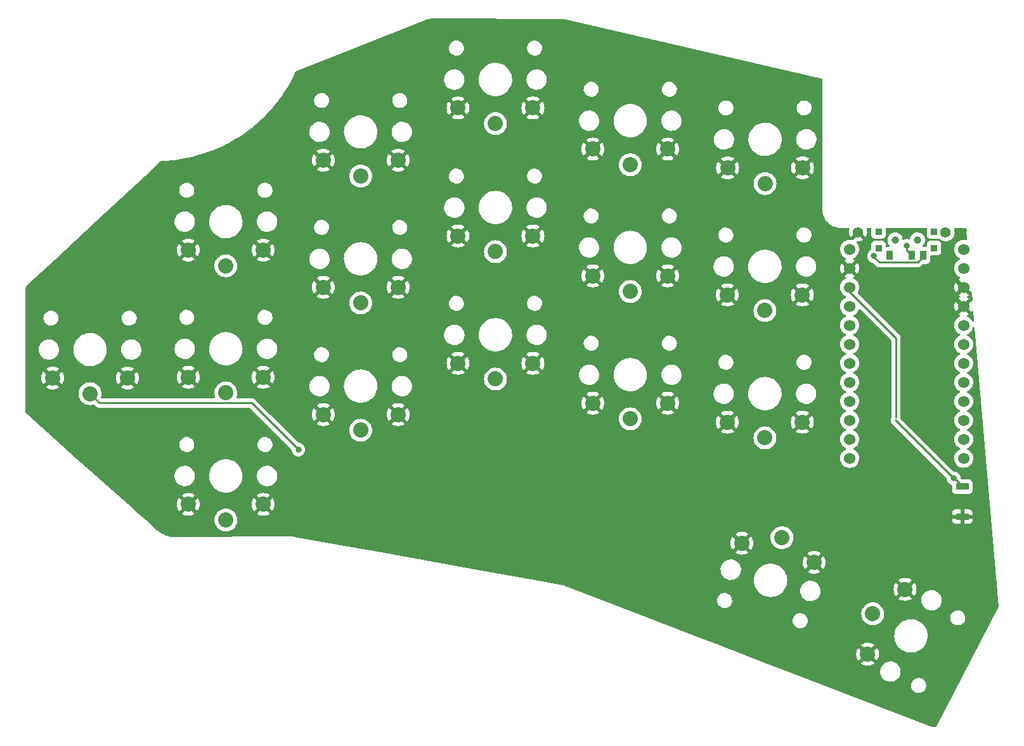
<source format=gbr>
%TF.GenerationSoftware,KiCad,Pcbnew,(6.0.2-0)*%
%TF.CreationDate,2022-03-18T21:56:11-05:00*%
%TF.ProjectId,Exkeylibur,45786b65-796c-4696-9275-722e6b696361,rev?*%
%TF.SameCoordinates,Original*%
%TF.FileFunction,Copper,L2,Bot*%
%TF.FilePolarity,Positive*%
%FSLAX46Y46*%
G04 Gerber Fmt 4.6, Leading zero omitted, Abs format (unit mm)*
G04 Created by KiCad (PCBNEW (6.0.2-0)) date 2022-03-18 21:56:11*
%MOMM*%
%LPD*%
G01*
G04 APERTURE LIST*
%TA.AperFunction,ComponentPad*%
%ADD10C,1.524000*%
%TD*%
%TA.AperFunction,ComponentPad*%
%ADD11C,2.032000*%
%TD*%
%TA.AperFunction,ComponentPad*%
%ADD12C,1.397000*%
%TD*%
%TA.AperFunction,WasherPad*%
%ADD13C,1.000000*%
%TD*%
%TA.AperFunction,SMDPad,CuDef*%
%ADD14R,0.900000X1.250000*%
%TD*%
%TA.AperFunction,SMDPad,CuDef*%
%ADD15R,0.900000X0.900000*%
%TD*%
%TA.AperFunction,SMDPad,CuDef*%
%ADD16R,1.700000X0.900000*%
%TD*%
%TA.AperFunction,ViaPad*%
%ADD17C,0.800000*%
%TD*%
%TA.AperFunction,Conductor*%
%ADD18C,0.250000*%
%TD*%
G04 APERTURE END LIST*
D10*
%TO.P,U1,24,RAW*%
%TO.N,Net-(PWR_SW1-Pad3)*%
X131092558Y-52716000D03*
%TO.P,U1,23,GND*%
%TO.N,GND*%
X131092558Y-55256000D03*
%TO.P,U1,22,RST*%
%TO.N,Net-(RSW1-Pad1)*%
X131092558Y-57796000D03*
%TO.P,U1,21,VCC*%
%TO.N,VCC*%
X131092558Y-60336000D03*
%TO.P,U1,20,F4/A3*%
%TO.N,switch4*%
X131092558Y-62876000D03*
%TO.P,U1,19,F5/A2*%
%TO.N,switch3*%
X131092558Y-65416000D03*
%TO.P,U1,18,F6/A1*%
%TO.N,switch2*%
X131092558Y-67956000D03*
%TO.P,U1,17,F7/A0*%
%TO.N,switch12*%
X131092558Y-70496000D03*
%TO.P,U1,16,B1/15*%
%TO.N,switch11*%
X131092558Y-73036000D03*
%TO.P,U1,15,B3/14*%
%TO.N,switch10*%
X131092558Y-75576000D03*
%TO.P,U1,14,B2/16*%
%TO.N,switch9*%
X131092558Y-78116000D03*
%TO.P,U1,13,B6/10*%
%TO.N,switch8*%
X131092558Y-80656000D03*
%TO.P,U1,12,9/B5*%
%TO.N,switch1*%
X146312558Y-80656000D03*
%TO.P,U1,11,8/B4*%
%TO.N,switch7*%
X146312558Y-78116000D03*
%TO.P,U1,10,7/E6*%
%TO.N,switch13*%
X146312558Y-75576000D03*
%TO.P,U1,9,6/D7*%
%TO.N,switch14*%
X146312558Y-73036000D03*
%TO.P,U1,8,5/C6*%
%TO.N,switch15*%
X146312558Y-70496000D03*
%TO.P,U1,7,4/D4*%
%TO.N,switch16*%
X146312558Y-67956000D03*
%TO.P,U1,6,3/D0/SCL*%
%TO.N,switch17*%
X146312558Y-65416000D03*
%TO.P,U1,5,2/D1/SDA*%
%TO.N,switch18*%
X146312558Y-62876000D03*
%TO.P,U1,4,GND*%
%TO.N,GND*%
X146312558Y-60336000D03*
%TO.P,U1,3,GND*%
X146312558Y-57796000D03*
%TO.P,U1,2,RX1/D2*%
%TO.N,switch5*%
X146312558Y-55256000D03*
%TO.P,U1,1,TX0/D3*%
%TO.N,switch6*%
X146312558Y-52716000D03*
%TD*%
D11*
%TO.P,SW16,1,1*%
%TO.N,switch16*%
X83795535Y-70051212D03*
%TO.P,SW16,2,2*%
%TO.N,GND*%
X88795535Y-67951212D03*
X78795535Y-67951212D03*
%TD*%
%TO.P,SW7,2,2*%
%TO.N,GND*%
X116684308Y-92001812D03*
X126343567Y-94590002D03*
%TO.P,SW7,1,1*%
%TO.N,switch7*%
X122057457Y-91267463D03*
%TD*%
%TO.P,SW15,1,1*%
%TO.N,switch15*%
X65795535Y-76909212D03*
%TO.P,SW15,2,2*%
%TO.N,GND*%
X70795535Y-74809212D03*
X60795535Y-74809212D03*
%TD*%
%TO.P,SW13,1,1*%
%TO.N,switch13*%
X29660425Y-72016425D03*
%TO.P,SW13,2,2*%
%TO.N,GND*%
X24660425Y-69916425D03*
X34660425Y-69916425D03*
%TD*%
%TO.P,SW17,1,1*%
%TO.N,switch17*%
X101795535Y-75385212D03*
%TO.P,SW17,2,2*%
%TO.N,GND*%
X96795535Y-73285212D03*
X106795535Y-73285212D03*
%TD*%
%TO.P,SW18,1,1*%
%TO.N,switch18*%
X119775535Y-77925212D03*
%TO.P,SW18,2,2*%
%TO.N,GND*%
X114775535Y-75825212D03*
X124775535Y-75825212D03*
%TD*%
%TO.P,SW4,1,1*%
%TO.N,switch4*%
X83795535Y-35917212D03*
%TO.P,SW4,2,2*%
%TO.N,GND*%
X88795535Y-33817212D03*
X78795535Y-33817212D03*
%TD*%
%TO.P,SW3,1,1*%
%TO.N,switch3*%
X65795535Y-42917212D03*
%TO.P,SW3,2,2*%
%TO.N,GND*%
X70795535Y-40817212D03*
X60795535Y-40817212D03*
%TD*%
%TO.P,SW9,1,1*%
%TO.N,switch9*%
X65795535Y-59891212D03*
%TO.P,SW9,2,2*%
%TO.N,GND*%
X60795535Y-57791212D03*
X70795535Y-57791212D03*
%TD*%
%TO.P,SW14,1,1*%
%TO.N,switch14*%
X47795535Y-88917212D03*
%TO.P,SW14,2,2*%
%TO.N,GND*%
X52795535Y-86817212D03*
X42795535Y-86817212D03*
%TD*%
%TO.P,SW12,1,1*%
%TO.N,switch12*%
X119775535Y-60907212D03*
%TO.P,SW12,2,2*%
%TO.N,GND*%
X124775535Y-58807212D03*
X114775535Y-58807212D03*
%TD*%
%TO.P,SW11,1,1*%
%TO.N,switch11*%
X101795535Y-58367212D03*
%TO.P,SW11,2,2*%
%TO.N,GND*%
X96795535Y-56267212D03*
X106795535Y-56267212D03*
%TD*%
%TO.P,SW8,1,1*%
%TO.N,switch8*%
X47795535Y-71917212D03*
%TO.P,SW8,2,2*%
%TO.N,GND*%
X42795535Y-69817212D03*
X52795535Y-69817212D03*
%TD*%
%TO.P,SW6,1,1*%
%TO.N,switch6*%
X119795535Y-43917212D03*
%TO.P,SW6,2,2*%
%TO.N,GND*%
X124795535Y-41817212D03*
X114795535Y-41817212D03*
%TD*%
%TO.P,SW5,1,1*%
%TO.N,switch5*%
X101795535Y-41417212D03*
%TO.P,SW5,2,2*%
%TO.N,GND*%
X96795535Y-39317212D03*
X106795535Y-39317212D03*
%TD*%
%TO.P,SW2,1,1*%
%TO.N,switch2*%
X47795535Y-54917212D03*
%TO.P,SW2,2,2*%
%TO.N,GND*%
X42795535Y-52817212D03*
X52795535Y-52817212D03*
%TD*%
%TO.P,SW10,1,1*%
%TO.N,switch10*%
X83795535Y-53033212D03*
%TO.P,SW10,2,2*%
%TO.N,GND*%
X88795535Y-50933212D03*
X78795535Y-50933212D03*
%TD*%
D12*
%TO.P,BT_V1,1,1*%
%TO.N,Net-(BT_V1-Pad1)*%
X143905535Y-50435212D03*
%TD*%
%TO.P,BT_GND1,1,1*%
%TO.N,GND*%
X132221535Y-50435212D03*
%TD*%
D13*
%TO.P,PWR_SW1,*%
%TO.N,*%
X140150425Y-51448925D03*
X137150425Y-51448925D03*
%TD*%
D11*
%TO.P,SW1,1,1*%
%TO.N,switch1*%
X134170875Y-101456425D03*
%TO.P,SW1,2,2*%
%TO.N,GND*%
X138489528Y-98176298D03*
X133489528Y-106836552D03*
%TD*%
D14*
%TO.P,PWR_SW1,3,C*%
%TO.N,Net-(PWR_SW1-Pad3)*%
X140897158Y-53521000D03*
%TO.P,PWR_SW1,2,B*%
%TO.N,Net-(BT_V1-Pad1)*%
X139397158Y-53521000D03*
%TO.P,PWR_SW1,1,A*%
%TO.N,N/C*%
X136397158Y-53521000D03*
D15*
%TO.P,PWR_SW1,0*%
X134947158Y-52546000D03*
X142347158Y-50346000D03*
X134947158Y-50346000D03*
X142347158Y-52546000D03*
D13*
%TO.P,PWR_SW1,*%
%TO.N,*%
X137147158Y-51446000D03*
X140147158Y-51446000D03*
%TD*%
D16*
%TO.P,RSW1,2,2*%
%TO.N,GND*%
X146132000Y-88453692D03*
%TO.P,RSW1,1,1*%
%TO.N,Net-(RSW1-Pad1)*%
X146132000Y-84453692D03*
%TD*%
D17*
%TO.N,Net-(BT_V1-Pad1)*%
X138740425Y-52246425D03*
%TO.N,Net-(RSW1-Pad1)*%
X144975425Y-83341425D03*
%TO.N,switch13*%
X57480425Y-79496425D03*
%TO.N,Net-(PWR_SW1-Pad3)*%
X134346802Y-53631637D03*
%TD*%
D18*
%TO.N,Net-(RSW1-Pad1)*%
X144975425Y-83341425D02*
X145019733Y-83341425D01*
X145019733Y-83341425D02*
X146132000Y-84453692D01*
%TO.N,Net-(BT_V1-Pad1)*%
X138740425Y-52246425D02*
X138740425Y-52864267D01*
X138740425Y-52864267D02*
X139397158Y-53521000D01*
%TO.N,Net-(PWR_SW1-Pad3)*%
X134346802Y-53631637D02*
X134346802Y-53783501D01*
X134346802Y-53783501D02*
X135039024Y-54475723D01*
X140166457Y-54475723D02*
X140897158Y-53745022D01*
X135039024Y-54475723D02*
X140166457Y-54475723D01*
X140897158Y-53745022D02*
X140897158Y-53521000D01*
%TO.N,Net-(RSW1-Pad1)*%
X130508935Y-57801212D02*
X137270425Y-64562702D01*
X137270425Y-64562702D02*
X137270425Y-75196425D01*
X137190425Y-75556425D02*
X144975425Y-83341425D01*
X145887692Y-84453692D02*
X146132000Y-84453692D01*
%TO.N,switch13*%
X57480425Y-79496425D02*
X51241723Y-73257723D01*
X51241723Y-73257723D02*
X30901723Y-73257723D01*
X30901723Y-73257723D02*
X29660425Y-72016425D01*
%TD*%
%TA.AperFunction,Conductor*%
%TO.N,GND*%
G36*
X92867686Y-21944184D02*
G01*
X92895558Y-21947401D01*
X127285384Y-29872520D01*
X127319691Y-29885954D01*
X127328959Y-29891260D01*
X127358498Y-29914666D01*
X127377766Y-29935324D01*
X127399059Y-29966415D01*
X127411359Y-29991852D01*
X127422504Y-30027856D01*
X127424355Y-30040096D01*
X127425720Y-30059845D01*
X127424394Y-30068360D01*
X127425558Y-30077261D01*
X127425558Y-30077264D01*
X127428516Y-30099881D01*
X127429580Y-30116219D01*
X127429563Y-36583448D01*
X127429536Y-47357090D01*
X127428445Y-47373634D01*
X127424340Y-47404626D01*
X127424626Y-47417163D01*
X127425484Y-47421953D01*
X127425512Y-47422231D01*
X127426847Y-47431997D01*
X127453470Y-47712198D01*
X127453827Y-47715952D01*
X127517635Y-48009254D01*
X127518867Y-48012808D01*
X127518869Y-48012815D01*
X127614717Y-48289304D01*
X127614721Y-48289313D01*
X127615950Y-48292859D01*
X127747370Y-48562723D01*
X127910021Y-48814997D01*
X127912426Y-48817899D01*
X127912431Y-48817905D01*
X127989151Y-48910454D01*
X128101583Y-49046085D01*
X128104321Y-49048683D01*
X128294315Y-49228959D01*
X128319326Y-49252691D01*
X128560143Y-49431868D01*
X128820601Y-49581063D01*
X128824058Y-49582527D01*
X128824059Y-49582528D01*
X129093514Y-49696676D01*
X129093518Y-49696677D01*
X129096987Y-49698147D01*
X129100605Y-49699192D01*
X129100613Y-49699195D01*
X129325770Y-49764237D01*
X129385359Y-49781451D01*
X129681604Y-49829787D01*
X129685348Y-49829945D01*
X129685355Y-49829946D01*
X129849423Y-49836882D01*
X129949241Y-49841102D01*
X129962644Y-49842390D01*
X129964162Y-49842618D01*
X129968973Y-49843341D01*
X129975319Y-49843308D01*
X129976639Y-49843301D01*
X129976643Y-49843301D01*
X129981513Y-49843275D01*
X129986314Y-49842501D01*
X129986319Y-49842501D01*
X129998035Y-49840613D01*
X130003658Y-49839707D01*
X130023637Y-49838103D01*
X130972552Y-49837636D01*
X131040683Y-49857605D01*
X131087202Y-49911237D01*
X131097340Y-49981506D01*
X131092947Y-50001000D01*
X131038057Y-50177775D01*
X131035665Y-50189029D01*
X131010960Y-50397759D01*
X131010659Y-50409260D01*
X131024406Y-50618991D01*
X131026207Y-50630361D01*
X131077944Y-50834075D01*
X131081785Y-50844922D01*
X131169782Y-51035804D01*
X131175531Y-51045761D01*
X131196647Y-51075639D01*
X131207236Y-51084027D01*
X131220535Y-51077000D01*
X132132440Y-50165096D01*
X132194752Y-50131071D01*
X132265568Y-50136136D01*
X132310630Y-50165096D01*
X133224144Y-51078610D01*
X133236522Y-51085368D01*
X133243101Y-51080443D01*
X133325630Y-50933077D01*
X133330306Y-50922574D01*
X133397869Y-50723540D01*
X133400554Y-50712357D01*
X133431010Y-50502300D01*
X133431640Y-50494917D01*
X133433107Y-50438916D01*
X133432864Y-50431517D01*
X133413443Y-50220157D01*
X133411346Y-50208842D01*
X133352725Y-50000989D01*
X133354117Y-50000596D01*
X133348941Y-49936803D01*
X133382367Y-49874168D01*
X133444351Y-49839548D01*
X133472250Y-49836406D01*
X133862596Y-49836214D01*
X133930727Y-49856183D01*
X133977246Y-49909815D01*
X133988658Y-49962214D01*
X133988658Y-50844134D01*
X133995413Y-50906316D01*
X134046543Y-51042705D01*
X134133897Y-51159261D01*
X134250453Y-51246615D01*
X134386842Y-51297745D01*
X134449024Y-51304500D01*
X135445292Y-51304500D01*
X135507474Y-51297745D01*
X135643863Y-51246615D01*
X135760419Y-51159261D01*
X135847773Y-51042705D01*
X135898903Y-50906316D01*
X135905658Y-50844134D01*
X135905658Y-49961145D01*
X135925660Y-49893024D01*
X135979316Y-49846531D01*
X136031595Y-49835145D01*
X139889940Y-49833246D01*
X141262596Y-49832570D01*
X141330727Y-49852539D01*
X141377246Y-49906171D01*
X141388658Y-49958570D01*
X141388658Y-50844134D01*
X141395413Y-50906316D01*
X141446543Y-51042705D01*
X141533897Y-51159261D01*
X141650453Y-51246615D01*
X141786842Y-51297745D01*
X141849024Y-51304500D01*
X142845292Y-51304500D01*
X142907474Y-51297745D01*
X142943258Y-51284330D01*
X143014065Y-51279147D01*
X143076583Y-51313217D01*
X143126726Y-51363360D01*
X143131234Y-51366517D01*
X143131237Y-51366519D01*
X143284302Y-51473696D01*
X143299729Y-51484498D01*
X143304711Y-51486821D01*
X143304716Y-51486824D01*
X143485240Y-51571003D01*
X143491140Y-51573754D01*
X143496448Y-51575176D01*
X143496450Y-51575177D01*
X143689826Y-51626992D01*
X143689828Y-51626992D01*
X143695141Y-51628416D01*
X143905535Y-51646823D01*
X144115929Y-51628416D01*
X144121242Y-51626992D01*
X144121244Y-51626992D01*
X144314620Y-51575177D01*
X144314622Y-51575176D01*
X144319930Y-51573754D01*
X144325830Y-51571003D01*
X144506354Y-51486824D01*
X144506359Y-51486821D01*
X144511341Y-51484498D01*
X144526768Y-51473696D01*
X144679833Y-51366519D01*
X144679836Y-51366517D01*
X144684344Y-51363360D01*
X144833683Y-51214021D01*
X144954821Y-51041017D01*
X144981224Y-50984397D01*
X145041754Y-50854589D01*
X145041755Y-50854588D01*
X145044077Y-50849607D01*
X145045544Y-50844134D01*
X145097315Y-50650921D01*
X145097315Y-50650919D01*
X145098739Y-50645606D01*
X145117146Y-50435212D01*
X145098739Y-50224818D01*
X145095172Y-50211505D01*
X145045500Y-50026127D01*
X145045499Y-50026125D01*
X145044077Y-50020817D01*
X145041755Y-50015838D01*
X145041752Y-50015829D01*
X145038988Y-50009902D01*
X145028329Y-49939710D01*
X145057310Y-49874898D01*
X145116731Y-49836043D01*
X145153122Y-49830655D01*
X145750522Y-49830361D01*
X146412351Y-49830035D01*
X146423266Y-49830586D01*
X146431319Y-49832588D01*
X146440290Y-49832221D01*
X146449222Y-49833130D01*
X146449174Y-49833602D01*
X146470494Y-49835644D01*
X146472643Y-49836151D01*
X146525407Y-49848603D01*
X146558730Y-49861693D01*
X146621068Y-49897127D01*
X146649359Y-49919059D01*
X146675005Y-49945571D01*
X146699209Y-49970593D01*
X146720193Y-49999603D01*
X146753535Y-50063080D01*
X146765512Y-50096820D01*
X146766987Y-50104151D01*
X146775938Y-50148640D01*
X146776190Y-50149894D01*
X146778545Y-50169237D01*
X146778575Y-50169928D01*
X146777692Y-50178868D01*
X146779353Y-50187694D01*
X146779745Y-50196658D01*
X146776388Y-50196805D01*
X146770955Y-50251204D01*
X146765049Y-50263743D01*
X146764194Y-50265326D01*
X146758851Y-50272541D01*
X146755749Y-50280963D01*
X146755748Y-50280964D01*
X146721206Y-50374734D01*
X146708551Y-50409087D01*
X146707937Y-50418039D01*
X146707937Y-50418040D01*
X146706760Y-50435212D01*
X146700903Y-50520631D01*
X146701321Y-50525479D01*
X146701321Y-50525482D01*
X146724968Y-50799751D01*
X146772084Y-51346228D01*
X146772320Y-51348969D01*
X146758244Y-51418556D01*
X146708780Y-51469486D01*
X146639634Y-51485589D01*
X146614175Y-51481499D01*
X146539335Y-51461446D01*
X146539336Y-51461446D01*
X146534021Y-51460022D01*
X146312558Y-51440647D01*
X146091095Y-51460022D01*
X145966326Y-51493454D01*
X145881672Y-51516137D01*
X145881670Y-51516138D01*
X145876362Y-51517560D01*
X145871381Y-51519882D01*
X145871380Y-51519883D01*
X145679869Y-51609186D01*
X145679864Y-51609189D01*
X145674882Y-51611512D01*
X145670375Y-51614668D01*
X145670373Y-51614669D01*
X145497288Y-51735864D01*
X145497285Y-51735866D01*
X145492777Y-51739023D01*
X145335581Y-51896219D01*
X145332424Y-51900727D01*
X145332422Y-51900730D01*
X145213758Y-52070201D01*
X145208070Y-52078324D01*
X145205747Y-52083306D01*
X145205744Y-52083311D01*
X145157200Y-52187415D01*
X145114118Y-52279804D01*
X145112696Y-52285112D01*
X145112695Y-52285114D01*
X145107487Y-52304550D01*
X145056580Y-52494537D01*
X145037205Y-52716000D01*
X145056580Y-52937463D01*
X145092013Y-53069698D01*
X145102879Y-53110250D01*
X145114118Y-53152196D01*
X145116440Y-53157177D01*
X145116441Y-53157178D01*
X145205744Y-53348689D01*
X145205747Y-53348694D01*
X145208070Y-53353676D01*
X145211226Y-53358183D01*
X145211227Y-53358185D01*
X145317766Y-53510338D01*
X145335581Y-53535781D01*
X145492777Y-53692977D01*
X145497285Y-53696134D01*
X145497288Y-53696136D01*
X145542025Y-53727461D01*
X145674881Y-53820488D01*
X145679863Y-53822811D01*
X145679868Y-53822814D01*
X145784931Y-53871805D01*
X145838216Y-53918722D01*
X145857677Y-53986999D01*
X145837135Y-54054959D01*
X145784931Y-54100195D01*
X145679869Y-54149186D01*
X145679864Y-54149189D01*
X145674882Y-54151512D01*
X145670375Y-54154668D01*
X145670373Y-54154669D01*
X145497288Y-54275864D01*
X145497285Y-54275866D01*
X145492777Y-54279023D01*
X145335581Y-54436219D01*
X145332424Y-54440727D01*
X145332422Y-54440730D01*
X145213758Y-54610201D01*
X145208070Y-54618324D01*
X145205747Y-54623306D01*
X145205744Y-54623311D01*
X145119903Y-54807398D01*
X145114118Y-54819804D01*
X145112696Y-54825112D01*
X145112695Y-54825114D01*
X145107025Y-54846275D01*
X145056580Y-55034537D01*
X145037205Y-55256000D01*
X145056580Y-55477463D01*
X145114118Y-55692196D01*
X145116440Y-55697177D01*
X145116441Y-55697178D01*
X145205744Y-55888689D01*
X145205747Y-55888694D01*
X145208070Y-55893676D01*
X145211226Y-55898183D01*
X145211227Y-55898185D01*
X145315050Y-56046459D01*
X145335581Y-56075781D01*
X145492777Y-56232977D01*
X145497285Y-56236134D01*
X145497288Y-56236136D01*
X145535493Y-56262887D01*
X145674881Y-56360488D01*
X145679863Y-56362811D01*
X145679868Y-56362814D01*
X145763506Y-56401815D01*
X145785236Y-56411947D01*
X145785523Y-56412081D01*
X145838808Y-56458998D01*
X145858269Y-56527275D01*
X145837727Y-56595235D01*
X145785523Y-56640471D01*
X145680117Y-56689623D01*
X145670626Y-56695103D01*
X145626793Y-56725794D01*
X145618418Y-56736271D01*
X145625486Y-56749718D01*
X147357606Y-58481838D01*
X147391632Y-58544150D01*
X147394045Y-58560110D01*
X147475137Y-59500673D01*
X147461061Y-59570260D01*
X147411597Y-59621190D01*
X147407607Y-59622012D01*
X147408135Y-59623017D01*
X147358840Y-59648928D01*
X146684580Y-60323188D01*
X146676966Y-60337132D01*
X146677097Y-60338965D01*
X146681348Y-60345580D01*
X147359561Y-61023793D01*
X147371335Y-61030223D01*
X147396239Y-61010956D01*
X147438280Y-60977349D01*
X147508900Y-60970039D01*
X147572261Y-61002069D01*
X147608246Y-61063270D01*
X147611572Y-61083125D01*
X147687622Y-61965192D01*
X147714044Y-62271646D01*
X147716732Y-62302828D01*
X147702656Y-62372415D01*
X147653192Y-62423345D01*
X147584046Y-62439448D01*
X147517170Y-62415611D01*
X147477003Y-62366901D01*
X147419372Y-62243311D01*
X147419369Y-62243306D01*
X147417046Y-62238324D01*
X147412551Y-62231904D01*
X147292694Y-62060730D01*
X147292692Y-62060727D01*
X147289535Y-62056219D01*
X147132339Y-61899023D01*
X147127831Y-61895866D01*
X147127828Y-61895864D01*
X146993542Y-61801836D01*
X146950235Y-61771512D01*
X146945253Y-61769189D01*
X146945248Y-61769186D01*
X146839593Y-61719919D01*
X146786308Y-61673002D01*
X146766847Y-61604725D01*
X146787389Y-61536765D01*
X146839593Y-61491529D01*
X146945003Y-61442376D01*
X146954489Y-61436898D01*
X146998322Y-61406207D01*
X147006697Y-61395729D01*
X146999629Y-61382281D01*
X146325370Y-60708022D01*
X146311426Y-60700408D01*
X146309593Y-60700539D01*
X146302978Y-60704790D01*
X145624765Y-61383003D01*
X145618335Y-61394777D01*
X145627632Y-61406793D01*
X145670627Y-61436898D01*
X145680113Y-61442376D01*
X145785523Y-61491529D01*
X145838808Y-61538446D01*
X145858269Y-61606723D01*
X145837727Y-61674683D01*
X145785523Y-61719919D01*
X145679869Y-61769186D01*
X145679864Y-61769189D01*
X145674882Y-61771512D01*
X145670375Y-61774668D01*
X145670373Y-61774669D01*
X145497288Y-61895864D01*
X145497285Y-61895866D01*
X145492777Y-61899023D01*
X145335581Y-62056219D01*
X145332424Y-62060727D01*
X145332422Y-62060730D01*
X145212565Y-62231904D01*
X145208070Y-62238324D01*
X145205747Y-62243306D01*
X145205744Y-62243311D01*
X145117368Y-62432834D01*
X145114118Y-62439804D01*
X145056580Y-62654537D01*
X145037205Y-62876000D01*
X145056580Y-63097463D01*
X145114118Y-63312196D01*
X145116440Y-63317177D01*
X145116441Y-63317178D01*
X145205744Y-63508689D01*
X145205747Y-63508694D01*
X145208070Y-63513676D01*
X145211226Y-63518183D01*
X145211227Y-63518185D01*
X145291738Y-63633166D01*
X145335581Y-63695781D01*
X145492777Y-63852977D01*
X145497285Y-63856134D01*
X145497288Y-63856136D01*
X145550634Y-63893489D01*
X145674881Y-63980488D01*
X145679863Y-63982811D01*
X145679868Y-63982814D01*
X145784931Y-64031805D01*
X145838216Y-64078722D01*
X145857677Y-64146999D01*
X145837135Y-64214959D01*
X145784931Y-64260195D01*
X145679869Y-64309186D01*
X145679864Y-64309189D01*
X145674882Y-64311512D01*
X145670375Y-64314668D01*
X145670373Y-64314669D01*
X145497288Y-64435864D01*
X145497285Y-64435866D01*
X145492777Y-64439023D01*
X145335581Y-64596219D01*
X145332424Y-64600727D01*
X145332422Y-64600730D01*
X145211830Y-64772954D01*
X145208070Y-64778324D01*
X145205747Y-64783306D01*
X145205744Y-64783311D01*
X145119903Y-64967398D01*
X145114118Y-64979804D01*
X145056580Y-65194537D01*
X145037205Y-65416000D01*
X145056580Y-65637463D01*
X145090688Y-65764753D01*
X145112501Y-65846160D01*
X145114118Y-65852196D01*
X145116440Y-65857177D01*
X145116441Y-65857178D01*
X145205744Y-66048689D01*
X145205747Y-66048694D01*
X145208070Y-66053676D01*
X145211226Y-66058183D01*
X145211227Y-66058185D01*
X145315050Y-66206459D01*
X145335581Y-66235781D01*
X145492777Y-66392977D01*
X145497285Y-66396134D01*
X145497288Y-66396136D01*
X145508662Y-66404100D01*
X145674881Y-66520488D01*
X145679863Y-66522811D01*
X145679868Y-66522814D01*
X145784931Y-66571805D01*
X145838216Y-66618722D01*
X145857677Y-66686999D01*
X145837135Y-66754959D01*
X145784931Y-66800195D01*
X145679869Y-66849186D01*
X145679864Y-66849189D01*
X145674882Y-66851512D01*
X145670375Y-66854668D01*
X145670373Y-66854669D01*
X145497288Y-66975864D01*
X145497285Y-66975866D01*
X145492777Y-66979023D01*
X145335581Y-67136219D01*
X145332424Y-67140727D01*
X145332422Y-67140730D01*
X145211227Y-67313815D01*
X145208070Y-67318324D01*
X145205747Y-67323306D01*
X145205744Y-67323311D01*
X145135364Y-67474241D01*
X145114118Y-67519804D01*
X145056580Y-67734537D01*
X145037205Y-67956000D01*
X145056580Y-68177463D01*
X145086156Y-68287841D01*
X145098707Y-68334680D01*
X145114118Y-68392196D01*
X145116440Y-68397177D01*
X145116441Y-68397178D01*
X145205744Y-68588689D01*
X145205747Y-68588694D01*
X145208070Y-68593676D01*
X145211226Y-68598183D01*
X145211227Y-68598185D01*
X145288475Y-68708506D01*
X145335581Y-68775781D01*
X145492777Y-68932977D01*
X145497285Y-68936134D01*
X145497288Y-68936136D01*
X145527358Y-68957191D01*
X145674881Y-69060488D01*
X145679863Y-69062811D01*
X145679868Y-69062814D01*
X145784931Y-69111805D01*
X145838216Y-69158722D01*
X145857677Y-69226999D01*
X145837135Y-69294959D01*
X145784931Y-69340195D01*
X145679869Y-69389186D01*
X145679864Y-69389189D01*
X145674882Y-69391512D01*
X145670375Y-69394668D01*
X145670373Y-69394669D01*
X145497288Y-69515864D01*
X145497285Y-69515866D01*
X145492777Y-69519023D01*
X145335581Y-69676219D01*
X145332424Y-69680727D01*
X145332422Y-69680730D01*
X145211227Y-69853815D01*
X145208070Y-69858324D01*
X145205747Y-69863306D01*
X145205744Y-69863311D01*
X145118027Y-70051421D01*
X145114118Y-70059804D01*
X145112696Y-70065112D01*
X145112695Y-70065114D01*
X145104313Y-70096395D01*
X145056580Y-70274537D01*
X145037205Y-70496000D01*
X145056580Y-70717463D01*
X145114118Y-70932196D01*
X145116440Y-70937177D01*
X145116441Y-70937178D01*
X145205744Y-71128689D01*
X145205747Y-71128694D01*
X145208070Y-71133676D01*
X145211226Y-71138183D01*
X145211227Y-71138185D01*
X145326057Y-71302179D01*
X145335581Y-71315781D01*
X145492777Y-71472977D01*
X145497285Y-71476134D01*
X145497288Y-71476136D01*
X145541604Y-71507166D01*
X145674881Y-71600488D01*
X145679863Y-71602811D01*
X145679868Y-71602814D01*
X145784931Y-71651805D01*
X145838216Y-71698722D01*
X145857677Y-71766999D01*
X145837135Y-71834959D01*
X145784931Y-71880195D01*
X145679869Y-71929186D01*
X145679864Y-71929189D01*
X145674882Y-71931512D01*
X145670375Y-71934668D01*
X145670373Y-71934669D01*
X145497288Y-72055864D01*
X145497285Y-72055866D01*
X145492777Y-72059023D01*
X145335581Y-72216219D01*
X145332424Y-72220727D01*
X145332422Y-72220730D01*
X145227806Y-72370138D01*
X145208070Y-72398324D01*
X145205747Y-72403306D01*
X145205744Y-72403311D01*
X145127629Y-72570829D01*
X145114118Y-72599804D01*
X145112696Y-72605112D01*
X145112695Y-72605114D01*
X145105133Y-72633336D01*
X145056580Y-72814537D01*
X145037205Y-73036000D01*
X145056580Y-73257463D01*
X145090631Y-73384542D01*
X145108092Y-73449705D01*
X145114118Y-73472196D01*
X145116440Y-73477177D01*
X145116441Y-73477178D01*
X145205744Y-73668689D01*
X145205747Y-73668694D01*
X145208070Y-73673676D01*
X145211226Y-73678183D01*
X145211227Y-73678185D01*
X145323818Y-73838981D01*
X145335581Y-73855781D01*
X145492777Y-74012977D01*
X145497285Y-74016134D01*
X145497288Y-74016136D01*
X145573053Y-74069187D01*
X145674881Y-74140488D01*
X145679863Y-74142811D01*
X145679868Y-74142814D01*
X145784931Y-74191805D01*
X145838216Y-74238722D01*
X145857677Y-74306999D01*
X145837135Y-74374959D01*
X145784931Y-74420195D01*
X145679869Y-74469186D01*
X145679864Y-74469189D01*
X145674882Y-74471512D01*
X145670375Y-74474668D01*
X145670373Y-74474669D01*
X145497288Y-74595864D01*
X145497285Y-74595866D01*
X145492777Y-74599023D01*
X145335581Y-74756219D01*
X145332424Y-74760727D01*
X145332422Y-74760730D01*
X145295023Y-74814142D01*
X145208070Y-74938324D01*
X145205747Y-74943306D01*
X145205744Y-74943311D01*
X145184744Y-74988346D01*
X145114118Y-75139804D01*
X145056580Y-75354537D01*
X145037205Y-75576000D01*
X145056580Y-75797463D01*
X145114118Y-76012196D01*
X145116440Y-76017177D01*
X145116441Y-76017178D01*
X145205744Y-76208689D01*
X145205747Y-76208694D01*
X145208070Y-76213676D01*
X145211226Y-76218183D01*
X145211227Y-76218185D01*
X145281083Y-76317949D01*
X145335581Y-76395781D01*
X145492777Y-76552977D01*
X145497285Y-76556134D01*
X145497288Y-76556136D01*
X145573053Y-76609187D01*
X145674881Y-76680488D01*
X145679863Y-76682811D01*
X145679868Y-76682814D01*
X145784931Y-76731805D01*
X145838216Y-76778722D01*
X145857677Y-76846999D01*
X145837135Y-76914959D01*
X145784931Y-76960195D01*
X145679869Y-77009186D01*
X145679864Y-77009189D01*
X145674882Y-77011512D01*
X145670375Y-77014668D01*
X145670373Y-77014669D01*
X145497288Y-77135864D01*
X145497285Y-77135866D01*
X145492777Y-77139023D01*
X145335581Y-77296219D01*
X145332424Y-77300727D01*
X145332422Y-77300730D01*
X145275681Y-77381765D01*
X145208070Y-77478324D01*
X145205747Y-77483306D01*
X145205744Y-77483311D01*
X145151849Y-77598889D01*
X145114118Y-77679804D01*
X145056580Y-77894537D01*
X145037205Y-78116000D01*
X145056580Y-78337463D01*
X145114118Y-78552196D01*
X145116440Y-78557177D01*
X145116441Y-78557178D01*
X145205744Y-78748689D01*
X145205747Y-78748694D01*
X145208070Y-78753676D01*
X145211226Y-78758183D01*
X145211227Y-78758185D01*
X145254396Y-78819836D01*
X145335581Y-78935781D01*
X145492777Y-79092977D01*
X145497285Y-79096134D01*
X145497288Y-79096136D01*
X145530150Y-79119146D01*
X145674881Y-79220488D01*
X145679863Y-79222811D01*
X145679868Y-79222814D01*
X145784931Y-79271805D01*
X145838216Y-79318722D01*
X145857677Y-79386999D01*
X145837135Y-79454959D01*
X145784931Y-79500195D01*
X145679869Y-79549186D01*
X145679864Y-79549189D01*
X145674882Y-79551512D01*
X145670375Y-79554668D01*
X145670373Y-79554669D01*
X145497288Y-79675864D01*
X145497285Y-79675866D01*
X145492777Y-79679023D01*
X145335581Y-79836219D01*
X145332424Y-79840727D01*
X145332422Y-79840730D01*
X145211227Y-80013815D01*
X145208070Y-80018324D01*
X145205747Y-80023306D01*
X145205744Y-80023311D01*
X145137165Y-80170380D01*
X145114118Y-80219804D01*
X145056580Y-80434537D01*
X145037205Y-80656000D01*
X145056580Y-80877463D01*
X145114118Y-81092196D01*
X145116440Y-81097177D01*
X145116441Y-81097178D01*
X145205744Y-81288689D01*
X145205747Y-81288694D01*
X145208070Y-81293676D01*
X145211226Y-81298183D01*
X145211227Y-81298185D01*
X145323397Y-81458380D01*
X145335581Y-81475781D01*
X145492777Y-81632977D01*
X145497285Y-81636134D01*
X145497288Y-81636136D01*
X145550994Y-81673741D01*
X145674881Y-81760488D01*
X145679863Y-81762811D01*
X145679868Y-81762814D01*
X145859077Y-81846380D01*
X145876362Y-81854440D01*
X145881670Y-81855862D01*
X145881672Y-81855863D01*
X145947507Y-81873503D01*
X146091095Y-81911978D01*
X146312558Y-81931353D01*
X146534021Y-81911978D01*
X146677609Y-81873503D01*
X146743444Y-81855863D01*
X146743446Y-81855862D01*
X146748754Y-81854440D01*
X146766039Y-81846380D01*
X146945248Y-81762814D01*
X146945253Y-81762811D01*
X146950235Y-81760488D01*
X147074122Y-81673741D01*
X147127828Y-81636136D01*
X147127831Y-81636134D01*
X147132339Y-81632977D01*
X147289535Y-81475781D01*
X147301720Y-81458380D01*
X147413889Y-81298185D01*
X147413890Y-81298183D01*
X147417046Y-81293676D01*
X147419369Y-81288694D01*
X147419372Y-81288689D01*
X147508675Y-81097178D01*
X147508676Y-81097177D01*
X147510998Y-81092196D01*
X147568536Y-80877463D01*
X147587911Y-80656000D01*
X147568536Y-80434537D01*
X147510998Y-80219804D01*
X147487951Y-80170380D01*
X147419372Y-80023311D01*
X147419369Y-80023306D01*
X147417046Y-80018324D01*
X147413889Y-80013815D01*
X147292694Y-79840730D01*
X147292692Y-79840727D01*
X147289535Y-79836219D01*
X147132339Y-79679023D01*
X147127831Y-79675866D01*
X147127828Y-79675864D01*
X147052063Y-79622813D01*
X146950235Y-79551512D01*
X146945253Y-79549189D01*
X146945248Y-79549186D01*
X146840185Y-79500195D01*
X146786900Y-79453278D01*
X146767439Y-79385001D01*
X146787981Y-79317041D01*
X146840185Y-79271805D01*
X146945248Y-79222814D01*
X146945253Y-79222811D01*
X146950235Y-79220488D01*
X147094966Y-79119146D01*
X147127828Y-79096136D01*
X147127831Y-79096134D01*
X147132339Y-79092977D01*
X147289535Y-78935781D01*
X147370721Y-78819836D01*
X147413889Y-78758185D01*
X147413890Y-78758183D01*
X147417046Y-78753676D01*
X147419369Y-78748694D01*
X147419372Y-78748689D01*
X147508675Y-78557178D01*
X147508676Y-78557177D01*
X147510998Y-78552196D01*
X147568536Y-78337463D01*
X147587911Y-78116000D01*
X147568536Y-77894537D01*
X147510998Y-77679804D01*
X147473267Y-77598889D01*
X147419372Y-77483311D01*
X147419369Y-77483306D01*
X147417046Y-77478324D01*
X147349435Y-77381765D01*
X147292694Y-77300730D01*
X147292692Y-77300727D01*
X147289535Y-77296219D01*
X147132339Y-77139023D01*
X147127831Y-77135866D01*
X147127828Y-77135864D01*
X147033076Y-77069518D01*
X146950235Y-77011512D01*
X146945253Y-77009189D01*
X146945248Y-77009186D01*
X146840185Y-76960195D01*
X146786900Y-76913278D01*
X146767439Y-76845001D01*
X146787981Y-76777041D01*
X146840185Y-76731805D01*
X146945248Y-76682814D01*
X146945253Y-76682811D01*
X146950235Y-76680488D01*
X147052063Y-76609187D01*
X147127828Y-76556136D01*
X147127831Y-76556134D01*
X147132339Y-76552977D01*
X147289535Y-76395781D01*
X147344034Y-76317949D01*
X147413889Y-76218185D01*
X147413890Y-76218183D01*
X147417046Y-76213676D01*
X147419369Y-76208694D01*
X147419372Y-76208689D01*
X147508675Y-76017178D01*
X147508676Y-76017177D01*
X147510998Y-76012196D01*
X147568536Y-75797463D01*
X147587911Y-75576000D01*
X147568536Y-75354537D01*
X147510998Y-75139804D01*
X147440372Y-74988346D01*
X147419372Y-74943311D01*
X147419369Y-74943306D01*
X147417046Y-74938324D01*
X147330093Y-74814142D01*
X147292694Y-74760730D01*
X147292692Y-74760727D01*
X147289535Y-74756219D01*
X147132339Y-74599023D01*
X147127831Y-74595866D01*
X147127828Y-74595864D01*
X147033076Y-74529518D01*
X146950235Y-74471512D01*
X146945253Y-74469189D01*
X146945248Y-74469186D01*
X146840185Y-74420195D01*
X146786900Y-74373278D01*
X146767439Y-74305001D01*
X146787981Y-74237041D01*
X146840185Y-74191805D01*
X146945248Y-74142814D01*
X146945253Y-74142811D01*
X146950235Y-74140488D01*
X147052063Y-74069187D01*
X147127828Y-74016136D01*
X147127831Y-74016134D01*
X147132339Y-74012977D01*
X147289535Y-73855781D01*
X147301299Y-73838981D01*
X147413889Y-73678185D01*
X147413890Y-73678183D01*
X147417046Y-73673676D01*
X147419369Y-73668694D01*
X147419372Y-73668689D01*
X147508675Y-73477178D01*
X147508676Y-73477177D01*
X147510998Y-73472196D01*
X147517025Y-73449705D01*
X147534485Y-73384542D01*
X147568536Y-73257463D01*
X147587911Y-73036000D01*
X147568536Y-72814537D01*
X147519983Y-72633336D01*
X147512421Y-72605114D01*
X147512420Y-72605112D01*
X147510998Y-72599804D01*
X147497487Y-72570829D01*
X147419372Y-72403311D01*
X147419369Y-72403306D01*
X147417046Y-72398324D01*
X147397310Y-72370138D01*
X147292694Y-72220730D01*
X147292692Y-72220727D01*
X147289535Y-72216219D01*
X147132339Y-72059023D01*
X147127831Y-72055866D01*
X147127828Y-72055864D01*
X147024154Y-71983271D01*
X146950235Y-71931512D01*
X146945253Y-71929189D01*
X146945248Y-71929186D01*
X146840185Y-71880195D01*
X146786900Y-71833278D01*
X146767439Y-71765001D01*
X146787981Y-71697041D01*
X146840185Y-71651805D01*
X146945248Y-71602814D01*
X146945253Y-71602811D01*
X146950235Y-71600488D01*
X147083512Y-71507166D01*
X147127828Y-71476136D01*
X147127831Y-71476134D01*
X147132339Y-71472977D01*
X147289535Y-71315781D01*
X147299060Y-71302179D01*
X147413889Y-71138185D01*
X147413890Y-71138183D01*
X147417046Y-71133676D01*
X147419369Y-71128694D01*
X147419372Y-71128689D01*
X147508675Y-70937178D01*
X147508676Y-70937177D01*
X147510998Y-70932196D01*
X147568536Y-70717463D01*
X147587911Y-70496000D01*
X147568536Y-70274537D01*
X147520803Y-70096395D01*
X147512421Y-70065114D01*
X147512420Y-70065112D01*
X147510998Y-70059804D01*
X147507089Y-70051421D01*
X147419372Y-69863311D01*
X147419369Y-69863306D01*
X147417046Y-69858324D01*
X147413889Y-69853815D01*
X147292694Y-69680730D01*
X147292692Y-69680727D01*
X147289535Y-69676219D01*
X147132339Y-69519023D01*
X147127831Y-69515866D01*
X147127828Y-69515864D01*
X147031511Y-69448422D01*
X146950235Y-69391512D01*
X146945253Y-69389189D01*
X146945248Y-69389186D01*
X146840185Y-69340195D01*
X146786900Y-69293278D01*
X146767439Y-69225001D01*
X146787981Y-69157041D01*
X146840185Y-69111805D01*
X146945248Y-69062814D01*
X146945253Y-69062811D01*
X146950235Y-69060488D01*
X147097758Y-68957191D01*
X147127828Y-68936136D01*
X147127831Y-68936134D01*
X147132339Y-68932977D01*
X147289535Y-68775781D01*
X147336642Y-68708506D01*
X147413889Y-68598185D01*
X147413890Y-68598183D01*
X147417046Y-68593676D01*
X147419369Y-68588694D01*
X147419372Y-68588689D01*
X147508675Y-68397178D01*
X147508676Y-68397177D01*
X147510998Y-68392196D01*
X147526410Y-68334680D01*
X147538960Y-68287841D01*
X147568536Y-68177463D01*
X147587911Y-67956000D01*
X147568536Y-67734537D01*
X147510998Y-67519804D01*
X147489752Y-67474241D01*
X147419372Y-67323311D01*
X147419369Y-67323306D01*
X147417046Y-67318324D01*
X147413889Y-67313815D01*
X147292694Y-67140730D01*
X147292692Y-67140727D01*
X147289535Y-67136219D01*
X147132339Y-66979023D01*
X147127831Y-66975866D01*
X147127828Y-66975864D01*
X147013649Y-66895915D01*
X146950235Y-66851512D01*
X146945253Y-66849189D01*
X146945248Y-66849186D01*
X146840185Y-66800195D01*
X146786900Y-66753278D01*
X146767439Y-66685001D01*
X146787981Y-66617041D01*
X146840185Y-66571805D01*
X146945248Y-66522814D01*
X146945253Y-66522811D01*
X146950235Y-66520488D01*
X147116454Y-66404100D01*
X147127828Y-66396136D01*
X147127831Y-66396134D01*
X147132339Y-66392977D01*
X147289535Y-66235781D01*
X147310067Y-66206459D01*
X147413889Y-66058185D01*
X147413890Y-66058183D01*
X147417046Y-66053676D01*
X147419369Y-66048694D01*
X147419372Y-66048689D01*
X147508675Y-65857178D01*
X147508676Y-65857177D01*
X147510998Y-65852196D01*
X147512616Y-65846160D01*
X147534428Y-65764753D01*
X147568536Y-65637463D01*
X147587911Y-65416000D01*
X147568536Y-65194537D01*
X147510998Y-64979804D01*
X147505213Y-64967398D01*
X147419372Y-64783311D01*
X147419369Y-64783306D01*
X147417046Y-64778324D01*
X147413286Y-64772954D01*
X147292694Y-64600730D01*
X147292692Y-64600727D01*
X147289535Y-64596219D01*
X147132339Y-64439023D01*
X147127831Y-64435866D01*
X147127828Y-64435864D01*
X147020564Y-64360757D01*
X146950235Y-64311512D01*
X146945253Y-64309189D01*
X146945248Y-64309186D01*
X146840185Y-64260195D01*
X146786900Y-64213278D01*
X146767439Y-64145001D01*
X146787981Y-64077041D01*
X146840185Y-64031805D01*
X146945248Y-63982814D01*
X146945253Y-63982811D01*
X146950235Y-63980488D01*
X147074482Y-63893489D01*
X147127828Y-63856136D01*
X147127831Y-63856134D01*
X147132339Y-63852977D01*
X147289535Y-63695781D01*
X147333379Y-63633166D01*
X147413889Y-63518185D01*
X147413890Y-63518183D01*
X147417046Y-63513676D01*
X147419369Y-63508694D01*
X147419372Y-63508689D01*
X147508675Y-63317178D01*
X147508676Y-63317177D01*
X147510998Y-63312196D01*
X147528417Y-63247190D01*
X147546856Y-63178373D01*
X147583808Y-63117750D01*
X147647669Y-63086729D01*
X147718163Y-63095157D01*
X147772910Y-63140360D01*
X147794097Y-63200161D01*
X151007098Y-100466503D01*
X150993313Y-100535534D01*
X142692092Y-116472312D01*
X142656575Y-116514427D01*
X142632843Y-116532459D01*
X142608788Y-116546824D01*
X142510542Y-116591512D01*
X142483906Y-116600206D01*
X142423572Y-116612689D01*
X142378211Y-116622074D01*
X142350306Y-116624665D01*
X142300152Y-116623719D01*
X142242393Y-116622630D01*
X142214610Y-116618989D01*
X142134986Y-116599358D01*
X142120420Y-116593642D01*
X142120034Y-116594652D01*
X142111649Y-116591444D01*
X142103804Y-116587080D01*
X142095051Y-116585094D01*
X142095049Y-116585093D01*
X142077372Y-116581082D01*
X142059953Y-116575780D01*
X127787594Y-111076366D01*
X139299960Y-111076366D01*
X139330454Y-111278000D01*
X139400869Y-111469384D01*
X139508330Y-111642700D01*
X139648446Y-111790869D01*
X139653676Y-111794531D01*
X139653677Y-111794532D01*
X139810260Y-111904172D01*
X139815493Y-111907836D01*
X140002648Y-111988825D01*
X140008896Y-111990130D01*
X140008895Y-111990130D01*
X140197520Y-112029537D01*
X140197524Y-112029537D01*
X140202265Y-112030528D01*
X140207102Y-112030781D01*
X140207106Y-112030782D01*
X140207172Y-112030785D01*
X140208944Y-112030878D01*
X140358699Y-112030878D01*
X140431345Y-112023499D01*
X140504266Y-112016092D01*
X140504267Y-112016092D01*
X140510615Y-112015447D01*
X140705210Y-111954464D01*
X140883569Y-111855599D01*
X141038405Y-111722888D01*
X141163393Y-111561754D01*
X141253428Y-111378779D01*
X141255038Y-111372599D01*
X141303222Y-111187619D01*
X141303222Y-111187616D01*
X141304832Y-111181437D01*
X141315504Y-110977790D01*
X141285010Y-110776156D01*
X141214595Y-110584772D01*
X141107134Y-110411456D01*
X140967018Y-110263287D01*
X140923517Y-110232827D01*
X140805204Y-110149984D01*
X140805203Y-110149983D01*
X140799971Y-110146320D01*
X140631895Y-110073587D01*
X140618672Y-110067865D01*
X140618671Y-110067865D01*
X140612816Y-110065331D01*
X140562359Y-110054790D01*
X140417944Y-110024619D01*
X140417940Y-110024619D01*
X140413199Y-110023628D01*
X140408362Y-110023375D01*
X140408358Y-110023374D01*
X140408292Y-110023371D01*
X140406520Y-110023278D01*
X140256765Y-110023278D01*
X140184119Y-110030657D01*
X140111198Y-110038064D01*
X140111197Y-110038064D01*
X140104849Y-110038709D01*
X139910254Y-110099692D01*
X139731895Y-110198557D01*
X139577059Y-110331268D01*
X139452071Y-110492402D01*
X139362036Y-110675377D01*
X139360427Y-110681555D01*
X139360426Y-110681557D01*
X139337347Y-110770160D01*
X139310632Y-110872719D01*
X139299960Y-111076366D01*
X127787594Y-111076366D01*
X122672176Y-109105297D01*
X135167625Y-109105297D01*
X135176279Y-109335833D01*
X135223653Y-109561615D01*
X135308392Y-109776187D01*
X135428072Y-109973414D01*
X135431569Y-109977444D01*
X135518193Y-110077269D01*
X135579272Y-110147657D01*
X135583403Y-110151044D01*
X135753540Y-110290549D01*
X135753546Y-110290553D01*
X135757668Y-110293933D01*
X135958160Y-110408059D01*
X135963176Y-110409880D01*
X135963181Y-110409882D01*
X136170000Y-110484954D01*
X136170004Y-110484955D01*
X136175015Y-110486774D01*
X136180264Y-110487723D01*
X136180267Y-110487724D01*
X136397948Y-110527087D01*
X136397955Y-110527088D01*
X136402032Y-110527825D01*
X136419769Y-110528661D01*
X136424717Y-110528895D01*
X136424724Y-110528895D01*
X136426205Y-110528965D01*
X136588350Y-110528965D01*
X136655306Y-110523284D01*
X136754987Y-110514826D01*
X136754991Y-110514825D01*
X136760298Y-110514375D01*
X136765453Y-110513037D01*
X136765459Y-110513036D01*
X136978428Y-110457760D01*
X136978432Y-110457759D01*
X136983597Y-110456418D01*
X136988463Y-110454226D01*
X136988466Y-110454225D01*
X137189074Y-110363858D01*
X137193940Y-110361666D01*
X137198360Y-110358690D01*
X137198364Y-110358688D01*
X137345507Y-110259624D01*
X137385310Y-110232827D01*
X137552237Y-110073587D01*
X137689946Y-109888499D01*
X137744730Y-109780748D01*
X137792083Y-109687611D01*
X137792083Y-109687610D01*
X137794502Y-109682853D01*
X137833768Y-109556396D01*
X137861330Y-109467635D01*
X137861331Y-109467629D01*
X137862914Y-109462532D01*
X137893225Y-109233833D01*
X137884571Y-109003297D01*
X137837197Y-108777515D01*
X137752458Y-108562943D01*
X137632778Y-108365716D01*
X137545853Y-108265543D01*
X137485078Y-108195506D01*
X137485076Y-108195504D01*
X137481578Y-108191473D01*
X137439443Y-108156925D01*
X137307310Y-108048581D01*
X137307304Y-108048577D01*
X137303182Y-108045197D01*
X137102690Y-107931071D01*
X137097674Y-107929250D01*
X137097669Y-107929248D01*
X136890850Y-107854176D01*
X136890846Y-107854175D01*
X136885835Y-107852356D01*
X136880586Y-107851407D01*
X136880583Y-107851406D01*
X136662902Y-107812043D01*
X136662895Y-107812042D01*
X136658818Y-107811305D01*
X136641081Y-107810469D01*
X136636133Y-107810235D01*
X136636126Y-107810235D01*
X136634645Y-107810165D01*
X136472500Y-107810165D01*
X136405544Y-107815846D01*
X136305863Y-107824304D01*
X136305859Y-107824305D01*
X136300552Y-107824755D01*
X136295397Y-107826093D01*
X136295391Y-107826094D01*
X136082422Y-107881370D01*
X136082418Y-107881371D01*
X136077253Y-107882712D01*
X136072387Y-107884904D01*
X136072384Y-107884905D01*
X135973946Y-107929248D01*
X135866910Y-107977464D01*
X135862490Y-107980440D01*
X135862486Y-107980442D01*
X135770225Y-108042557D01*
X135675540Y-108106303D01*
X135508613Y-108265543D01*
X135505425Y-108269828D01*
X135434707Y-108364877D01*
X135370904Y-108450631D01*
X135368489Y-108455381D01*
X135313802Y-108562943D01*
X135266348Y-108656277D01*
X135232142Y-108766438D01*
X135199520Y-108871495D01*
X135199519Y-108871501D01*
X135197936Y-108876598D01*
X135167625Y-109105297D01*
X122672176Y-109105297D01*
X120013500Y-108080858D01*
X132610052Y-108080858D01*
X132615779Y-108088508D01*
X132791287Y-108196059D01*
X132800081Y-108200540D01*
X133012557Y-108288550D01*
X133021942Y-108291599D01*
X133245572Y-108345289D01*
X133255319Y-108346832D01*
X133484598Y-108364877D01*
X133494458Y-108364877D01*
X133723737Y-108346832D01*
X133733484Y-108345289D01*
X133957114Y-108291599D01*
X133966499Y-108288550D01*
X134178975Y-108200540D01*
X134187769Y-108196059D01*
X134359611Y-108090755D01*
X134369071Y-108080299D01*
X134365287Y-108071521D01*
X133502340Y-107208574D01*
X133488396Y-107200960D01*
X133486563Y-107201091D01*
X133479948Y-107205342D01*
X132616812Y-108068478D01*
X132610052Y-108080858D01*
X120013500Y-108080858D01*
X116797008Y-106841482D01*
X131961203Y-106841482D01*
X131979248Y-107070761D01*
X131980791Y-107080508D01*
X132034481Y-107304138D01*
X132037530Y-107313523D01*
X132125540Y-107525999D01*
X132130021Y-107534793D01*
X132235325Y-107706635D01*
X132245781Y-107716095D01*
X132254559Y-107712311D01*
X133117506Y-106849364D01*
X133123884Y-106837684D01*
X133853936Y-106837684D01*
X133854067Y-106839517D01*
X133858318Y-106846132D01*
X134721454Y-107709268D01*
X134733834Y-107716028D01*
X134741484Y-107710301D01*
X134849035Y-107534793D01*
X134853516Y-107525999D01*
X134941526Y-107313523D01*
X134944575Y-107304138D01*
X134998265Y-107080508D01*
X134999808Y-107070761D01*
X135017853Y-106841482D01*
X135017853Y-106831622D01*
X134999808Y-106602343D01*
X134998265Y-106592596D01*
X134944575Y-106368966D01*
X134941526Y-106359581D01*
X134853516Y-106147105D01*
X134849035Y-106138311D01*
X134743731Y-105966469D01*
X134733275Y-105957009D01*
X134724497Y-105960793D01*
X133861550Y-106823740D01*
X133853936Y-106837684D01*
X133123884Y-106837684D01*
X133125120Y-106835420D01*
X133124989Y-106833587D01*
X133120738Y-106826972D01*
X132257602Y-105963836D01*
X132245222Y-105957076D01*
X132237572Y-105962803D01*
X132130021Y-106138311D01*
X132125540Y-106147105D01*
X132037530Y-106359581D01*
X132034481Y-106368966D01*
X131980791Y-106592596D01*
X131979248Y-106602343D01*
X131961203Y-106831622D01*
X131961203Y-106841482D01*
X116797008Y-106841482D01*
X113556378Y-105592805D01*
X132609985Y-105592805D01*
X132613769Y-105601583D01*
X133476716Y-106464530D01*
X133490660Y-106472144D01*
X133492493Y-106472013D01*
X133499108Y-106467762D01*
X134362244Y-105604626D01*
X134369004Y-105592246D01*
X134363277Y-105584596D01*
X134187769Y-105477045D01*
X134178975Y-105472564D01*
X133966499Y-105384554D01*
X133957114Y-105381505D01*
X133733484Y-105327815D01*
X133723737Y-105326272D01*
X133494458Y-105308227D01*
X133484598Y-105308227D01*
X133255319Y-105326272D01*
X133245572Y-105327815D01*
X133021942Y-105381505D01*
X133012557Y-105384554D01*
X132800081Y-105472564D01*
X132791287Y-105477045D01*
X132619445Y-105582349D01*
X132609985Y-105592805D01*
X113556378Y-105592805D01*
X110598516Y-104453084D01*
X137052939Y-104453084D01*
X137078677Y-104747274D01*
X137079587Y-104751346D01*
X137079588Y-104751351D01*
X137123859Y-104949408D01*
X137143097Y-105035475D01*
X137245069Y-105312624D01*
X137382799Y-105573852D01*
X137395871Y-105592246D01*
X137551444Y-105811160D01*
X137551449Y-105811166D01*
X137553868Y-105814570D01*
X137556712Y-105817620D01*
X137556717Y-105817626D01*
X137696982Y-105968042D01*
X137755271Y-106030549D01*
X137983470Y-106217993D01*
X138234454Y-106373610D01*
X138503815Y-106494666D01*
X138786820Y-106579033D01*
X138790940Y-106579686D01*
X138790942Y-106579686D01*
X139075017Y-106624680D01*
X139075023Y-106624681D01*
X139078498Y-106625231D01*
X139103057Y-106626346D01*
X139169442Y-106629361D01*
X139169463Y-106629361D01*
X139170862Y-106629425D01*
X139355326Y-106629425D01*
X139575089Y-106614828D01*
X139579188Y-106614002D01*
X139579192Y-106614001D01*
X139752615Y-106579033D01*
X139864576Y-106556458D01*
X140143800Y-106460313D01*
X140313514Y-106375327D01*
X140404120Y-106329955D01*
X140404122Y-106329954D01*
X140407856Y-106328084D01*
X140652103Y-106162093D01*
X140872252Y-105965257D01*
X140879264Y-105957076D01*
X141061714Y-105744209D01*
X141061717Y-105744205D01*
X141064434Y-105741035D01*
X141066708Y-105737533D01*
X141066712Y-105737528D01*
X141222995Y-105496874D01*
X141222998Y-105496869D01*
X141225274Y-105493364D01*
X141351944Y-105226597D01*
X141442220Y-104945421D01*
X141456713Y-104864871D01*
X141493776Y-104658884D01*
X141493777Y-104658879D01*
X141494515Y-104654775D01*
X141507911Y-104359766D01*
X141482173Y-104065576D01*
X141438803Y-103871548D01*
X141418665Y-103781453D01*
X141418663Y-103781446D01*
X141417753Y-103777375D01*
X141315781Y-103500226D01*
X141178051Y-103238998D01*
X141061016Y-103074313D01*
X141009406Y-103001690D01*
X141009401Y-103001684D01*
X141006982Y-102998280D01*
X141004138Y-102995230D01*
X141004133Y-102995224D01*
X140808425Y-102785353D01*
X140805579Y-102782301D01*
X140577380Y-102594857D01*
X140326396Y-102439240D01*
X140313627Y-102433501D01*
X140249717Y-102404779D01*
X140057035Y-102318184D01*
X139774030Y-102233817D01*
X139769910Y-102233164D01*
X139769908Y-102233164D01*
X139485833Y-102188170D01*
X139485827Y-102188169D01*
X139482352Y-102187619D01*
X139457793Y-102186504D01*
X139391408Y-102183489D01*
X139391387Y-102183489D01*
X139389988Y-102183425D01*
X139205524Y-102183425D01*
X138985761Y-102198022D01*
X138981662Y-102198848D01*
X138981658Y-102198849D01*
X138876810Y-102219990D01*
X138696274Y-102256392D01*
X138417050Y-102352537D01*
X138404060Y-102359042D01*
X138243908Y-102439240D01*
X138152994Y-102484766D01*
X137908747Y-102650757D01*
X137905633Y-102653541D01*
X137905632Y-102653542D01*
X137857951Y-102696174D01*
X137688598Y-102847593D01*
X137685881Y-102850763D01*
X137685880Y-102850764D01*
X137502159Y-103065115D01*
X137496416Y-103071815D01*
X137494142Y-103075317D01*
X137494138Y-103075322D01*
X137337855Y-103315976D01*
X137335576Y-103319486D01*
X137208906Y-103586253D01*
X137118630Y-103867429D01*
X137117889Y-103871548D01*
X137083712Y-104061499D01*
X137066335Y-104158075D01*
X137052939Y-104453084D01*
X110598516Y-104453084D01*
X105331592Y-102423637D01*
X123477746Y-102423637D01*
X123508240Y-102625271D01*
X123578655Y-102816655D01*
X123639675Y-102915069D01*
X123671041Y-102965657D01*
X123686116Y-102989971D01*
X123826232Y-103138140D01*
X123831462Y-103141802D01*
X123831463Y-103141803D01*
X123965410Y-103235593D01*
X123993279Y-103255107D01*
X124093871Y-103298637D01*
X124150786Y-103323266D01*
X124180434Y-103336096D01*
X124186682Y-103337401D01*
X124186681Y-103337401D01*
X124375306Y-103376808D01*
X124375310Y-103376808D01*
X124380051Y-103377799D01*
X124384888Y-103378052D01*
X124384892Y-103378053D01*
X124384958Y-103378056D01*
X124386730Y-103378149D01*
X124536485Y-103378149D01*
X124609131Y-103370770D01*
X124682052Y-103363363D01*
X124682053Y-103363363D01*
X124688401Y-103362718D01*
X124882996Y-103301735D01*
X125061355Y-103202870D01*
X125216191Y-103070159D01*
X125341179Y-102909025D01*
X125431214Y-102726050D01*
X125450101Y-102653542D01*
X125481008Y-102534890D01*
X125481008Y-102534887D01*
X125482618Y-102528708D01*
X125487307Y-102439240D01*
X125492956Y-102331443D01*
X125492956Y-102331439D01*
X125493290Y-102325061D01*
X125462796Y-102123427D01*
X125427991Y-102028828D01*
X125394585Y-101938033D01*
X125394584Y-101938032D01*
X125392381Y-101932043D01*
X125284920Y-101758727D01*
X125268315Y-101741167D01*
X125149189Y-101615195D01*
X125144804Y-101610558D01*
X125048987Y-101543466D01*
X124982990Y-101497255D01*
X124982989Y-101497254D01*
X124977757Y-101493591D01*
X124891871Y-101456425D01*
X132641661Y-101456425D01*
X132660488Y-101695647D01*
X132661642Y-101700454D01*
X132661643Y-101700460D01*
X132675632Y-101758727D01*
X132716506Y-101928978D01*
X132718399Y-101933549D01*
X132718400Y-101933551D01*
X132801326Y-102133752D01*
X132808335Y-102150674D01*
X132933715Y-102355274D01*
X133089557Y-102537743D01*
X133272026Y-102693585D01*
X133476626Y-102818965D01*
X133481196Y-102820858D01*
X133481198Y-102820859D01*
X133597581Y-102869066D01*
X133698322Y-102910794D01*
X133779912Y-102930382D01*
X133926840Y-102965657D01*
X133926846Y-102965658D01*
X133931653Y-102966812D01*
X134170875Y-102985639D01*
X134410097Y-102966812D01*
X134414904Y-102965658D01*
X134414910Y-102965657D01*
X134561838Y-102930382D01*
X134643428Y-102910794D01*
X134744169Y-102869066D01*
X134860552Y-102820859D01*
X134860554Y-102820858D01*
X134865124Y-102818965D01*
X135069724Y-102693585D01*
X135252193Y-102537743D01*
X135408035Y-102355274D01*
X135533415Y-102150674D01*
X135540425Y-102133752D01*
X135581304Y-102035060D01*
X144519960Y-102035060D01*
X144550454Y-102236694D01*
X144552660Y-102242689D01*
X144552660Y-102242690D01*
X144594083Y-102355274D01*
X144620869Y-102428078D01*
X144728330Y-102601394D01*
X144732711Y-102606027D01*
X144732712Y-102606028D01*
X144750909Y-102625271D01*
X144868446Y-102749563D01*
X144873676Y-102753225D01*
X144873677Y-102753226D01*
X145030260Y-102862866D01*
X145035493Y-102866530D01*
X145222648Y-102947519D01*
X145228896Y-102948824D01*
X145228895Y-102948824D01*
X145417520Y-102988231D01*
X145417524Y-102988231D01*
X145422265Y-102989222D01*
X145427102Y-102989475D01*
X145427106Y-102989476D01*
X145427172Y-102989479D01*
X145428944Y-102989572D01*
X145578699Y-102989572D01*
X145651345Y-102982193D01*
X145724266Y-102974786D01*
X145724267Y-102974786D01*
X145730615Y-102974141D01*
X145925210Y-102913158D01*
X146103569Y-102814293D01*
X146258405Y-102681582D01*
X146383393Y-102520448D01*
X146473428Y-102337473D01*
X146476661Y-102325061D01*
X146523222Y-102146313D01*
X146523222Y-102146310D01*
X146524832Y-102140131D01*
X146535504Y-101936484D01*
X146505010Y-101734850D01*
X146434595Y-101543466D01*
X146355027Y-101415136D01*
X146330496Y-101375572D01*
X146330495Y-101375571D01*
X146327134Y-101370150D01*
X146187018Y-101221981D01*
X146180195Y-101217203D01*
X146025204Y-101108678D01*
X146025203Y-101108677D01*
X146019971Y-101105014D01*
X145832816Y-101024025D01*
X145782359Y-101013484D01*
X145637944Y-100983313D01*
X145637940Y-100983313D01*
X145633199Y-100982322D01*
X145628362Y-100982069D01*
X145628358Y-100982068D01*
X145628292Y-100982065D01*
X145626520Y-100981972D01*
X145476765Y-100981972D01*
X145416485Y-100988095D01*
X145331198Y-100996758D01*
X145331197Y-100996758D01*
X145324849Y-100997403D01*
X145130254Y-101058386D01*
X144951895Y-101157251D01*
X144797059Y-101289962D01*
X144672071Y-101451096D01*
X144582036Y-101634071D01*
X144580427Y-101640249D01*
X144580426Y-101640251D01*
X144557347Y-101728854D01*
X144530632Y-101831413D01*
X144526369Y-101912754D01*
X144520911Y-102016921D01*
X144519960Y-102035060D01*
X135581304Y-102035060D01*
X135623350Y-101933551D01*
X135623351Y-101933549D01*
X135625244Y-101928978D01*
X135666118Y-101758727D01*
X135680107Y-101700460D01*
X135680108Y-101700454D01*
X135681262Y-101695647D01*
X135700089Y-101456425D01*
X135681262Y-101217203D01*
X135680108Y-101212396D01*
X135680107Y-101212390D01*
X135634884Y-101024025D01*
X135625244Y-100983872D01*
X135602987Y-100930138D01*
X135535309Y-100766748D01*
X135535308Y-100766746D01*
X135533415Y-100762176D01*
X135408035Y-100557576D01*
X135252193Y-100375107D01*
X135110942Y-100254468D01*
X135073492Y-100222483D01*
X135073491Y-100222482D01*
X135069724Y-100219265D01*
X134865124Y-100093885D01*
X134860554Y-100091992D01*
X134860552Y-100091991D01*
X134648001Y-100003950D01*
X134647999Y-100003949D01*
X134643428Y-100002056D01*
X134561838Y-99982468D01*
X134414910Y-99947193D01*
X134414904Y-99947192D01*
X134410097Y-99946038D01*
X134170875Y-99927211D01*
X133931653Y-99946038D01*
X133926846Y-99947192D01*
X133926840Y-99947193D01*
X133779912Y-99982468D01*
X133698322Y-100002056D01*
X133693751Y-100003949D01*
X133693749Y-100003950D01*
X133481198Y-100091991D01*
X133481196Y-100091992D01*
X133476626Y-100093885D01*
X133272026Y-100219265D01*
X133268259Y-100222482D01*
X133268258Y-100222483D01*
X133230808Y-100254468D01*
X133089557Y-100375107D01*
X132933715Y-100557576D01*
X132808335Y-100762176D01*
X132806442Y-100766746D01*
X132806441Y-100766748D01*
X132738763Y-100930138D01*
X132716506Y-100983872D01*
X132706866Y-101024025D01*
X132661643Y-101212390D01*
X132661642Y-101212396D01*
X132660488Y-101217203D01*
X132641661Y-101456425D01*
X124891871Y-101456425D01*
X124790602Y-101412602D01*
X124740145Y-101402061D01*
X124595730Y-101371890D01*
X124595726Y-101371890D01*
X124590985Y-101370899D01*
X124586148Y-101370646D01*
X124586144Y-101370645D01*
X124586078Y-101370642D01*
X124584306Y-101370549D01*
X124434551Y-101370549D01*
X124361905Y-101377928D01*
X124288984Y-101385335D01*
X124288983Y-101385335D01*
X124282635Y-101385980D01*
X124088040Y-101446963D01*
X123909681Y-101545828D01*
X123754845Y-101678539D01*
X123629857Y-101839673D01*
X123539822Y-102022648D01*
X123538213Y-102028826D01*
X123538212Y-102028828D01*
X123496707Y-102188170D01*
X123488418Y-102219990D01*
X123486439Y-102257753D01*
X123481329Y-102355274D01*
X123477746Y-102423637D01*
X105331592Y-102423637D01*
X98319040Y-99721566D01*
X113393480Y-99721566D01*
X113423974Y-99923200D01*
X113426180Y-99929195D01*
X113426180Y-99929196D01*
X113487726Y-100096473D01*
X113494389Y-100114584D01*
X113601850Y-100287900D01*
X113741966Y-100436069D01*
X113747196Y-100439731D01*
X113747197Y-100439732D01*
X113884017Y-100535534D01*
X113909013Y-100553036D01*
X113929268Y-100561801D01*
X114068089Y-100621874D01*
X114096168Y-100634025D01*
X114102416Y-100635330D01*
X114102415Y-100635330D01*
X114291040Y-100674737D01*
X114291044Y-100674737D01*
X114295785Y-100675728D01*
X114300622Y-100675981D01*
X114300626Y-100675982D01*
X114300692Y-100675985D01*
X114302464Y-100676078D01*
X114452219Y-100676078D01*
X114571480Y-100663964D01*
X114597786Y-100661292D01*
X114597787Y-100661292D01*
X114604135Y-100660647D01*
X114798730Y-100599664D01*
X114977089Y-100500799D01*
X115131925Y-100368088D01*
X115256913Y-100206954D01*
X115346948Y-100023979D01*
X115352659Y-100002056D01*
X115396742Y-99832819D01*
X115396742Y-99832816D01*
X115398352Y-99826637D01*
X115404316Y-99712838D01*
X115408690Y-99629372D01*
X115408690Y-99629368D01*
X115409024Y-99622990D01*
X115378530Y-99421356D01*
X115330078Y-99289667D01*
X115310319Y-99235962D01*
X115310318Y-99235961D01*
X115308115Y-99229972D01*
X115200654Y-99056656D01*
X115190938Y-99046381D01*
X115064923Y-98913124D01*
X115060538Y-98908487D01*
X115045726Y-98898115D01*
X114898724Y-98795184D01*
X114898723Y-98795183D01*
X114893491Y-98791520D01*
X114706336Y-98710531D01*
X114655879Y-98699990D01*
X114511464Y-98669819D01*
X114511460Y-98669819D01*
X114506719Y-98668828D01*
X114501882Y-98668575D01*
X114501878Y-98668574D01*
X114501812Y-98668571D01*
X114500040Y-98668478D01*
X114350285Y-98668478D01*
X114277639Y-98675857D01*
X114204718Y-98683264D01*
X114204717Y-98683264D01*
X114198369Y-98683909D01*
X114003774Y-98744892D01*
X113825415Y-98843757D01*
X113670579Y-98976468D01*
X113545591Y-99137602D01*
X113455556Y-99320577D01*
X113453947Y-99326755D01*
X113453946Y-99326757D01*
X113405977Y-99510914D01*
X113404152Y-99517919D01*
X113403818Y-99524298D01*
X113394368Y-99704623D01*
X113393480Y-99721566D01*
X98319040Y-99721566D01*
X92989285Y-97667909D01*
X92980999Y-97664196D01*
X92975028Y-97659960D01*
X92915730Y-97639483D01*
X92911555Y-97637958D01*
X92902713Y-97634551D01*
X92889039Y-97629282D01*
X92884674Y-97628281D01*
X92880377Y-97626967D01*
X92880393Y-97626914D01*
X92874174Y-97625132D01*
X92873952Y-97625055D01*
X92873944Y-97625053D01*
X92869346Y-97623465D01*
X92864556Y-97622603D01*
X92864544Y-97622600D01*
X92846054Y-97619273D01*
X92840190Y-97618074D01*
X92791873Y-97606988D01*
X92783126Y-97604981D01*
X92774165Y-97605510D01*
X92771544Y-97605291D01*
X92759717Y-97603737D01*
X89477400Y-97013084D01*
X118302939Y-97013084D01*
X118303302Y-97017232D01*
X118303302Y-97017236D01*
X118315043Y-97151436D01*
X118328677Y-97307274D01*
X118329587Y-97311346D01*
X118329588Y-97311351D01*
X118373859Y-97509408D01*
X118393097Y-97595475D01*
X118394540Y-97599398D01*
X118394541Y-97599400D01*
X118409289Y-97639483D01*
X118495069Y-97872624D01*
X118632799Y-98133852D01*
X118635219Y-98137257D01*
X118801444Y-98371160D01*
X118801449Y-98371166D01*
X118803868Y-98374570D01*
X118806712Y-98377620D01*
X118806717Y-98377626D01*
X118873267Y-98448992D01*
X119005271Y-98590549D01*
X119233470Y-98777993D01*
X119484454Y-98933610D01*
X119753815Y-99054666D01*
X119919686Y-99104114D01*
X120032020Y-99137602D01*
X120036820Y-99139033D01*
X120040940Y-99139686D01*
X120040942Y-99139686D01*
X120325017Y-99184680D01*
X120325023Y-99184681D01*
X120328498Y-99185231D01*
X120353057Y-99186346D01*
X120419442Y-99189361D01*
X120419463Y-99189361D01*
X120420862Y-99189425D01*
X120605326Y-99189425D01*
X120825089Y-99174828D01*
X120829188Y-99174002D01*
X120829192Y-99174001D01*
X120971786Y-99145249D01*
X121114576Y-99116458D01*
X121393800Y-99020313D01*
X121563514Y-98935327D01*
X121654120Y-98889955D01*
X121654122Y-98889954D01*
X121657856Y-98888084D01*
X121902103Y-98722093D01*
X121915035Y-98710531D01*
X122119137Y-98528042D01*
X122122252Y-98525257D01*
X122183188Y-98454162D01*
X122293326Y-98325662D01*
X124480217Y-98325662D01*
X124488871Y-98556198D01*
X124536245Y-98781980D01*
X124538203Y-98786939D01*
X124538204Y-98786941D01*
X124560642Y-98843757D01*
X124620984Y-98996552D01*
X124740664Y-99193779D01*
X124744161Y-99197809D01*
X124830785Y-99297634D01*
X124891864Y-99368022D01*
X124895995Y-99371409D01*
X125066132Y-99510914D01*
X125066138Y-99510918D01*
X125070260Y-99514298D01*
X125270752Y-99628424D01*
X125275768Y-99630245D01*
X125275773Y-99630247D01*
X125482592Y-99705319D01*
X125482596Y-99705320D01*
X125487607Y-99707139D01*
X125492856Y-99708088D01*
X125492859Y-99708089D01*
X125710540Y-99747452D01*
X125710547Y-99747453D01*
X125714624Y-99748190D01*
X125732361Y-99749026D01*
X125737309Y-99749260D01*
X125737316Y-99749260D01*
X125738797Y-99749330D01*
X125900942Y-99749330D01*
X125967898Y-99743649D01*
X126067579Y-99735191D01*
X126067583Y-99735190D01*
X126072890Y-99734740D01*
X126078045Y-99733402D01*
X126078051Y-99733401D01*
X126291020Y-99678125D01*
X126291024Y-99678124D01*
X126296189Y-99676783D01*
X126301055Y-99674591D01*
X126301058Y-99674590D01*
X126501666Y-99584223D01*
X126506532Y-99582031D01*
X126510952Y-99579055D01*
X126510956Y-99579053D01*
X126654595Y-99482348D01*
X126697902Y-99453192D01*
X126732063Y-99420604D01*
X137610052Y-99420604D01*
X137615779Y-99428254D01*
X137791287Y-99535805D01*
X137800081Y-99540286D01*
X138012557Y-99628296D01*
X138021942Y-99631345D01*
X138245572Y-99685035D01*
X138255319Y-99686578D01*
X138484598Y-99704623D01*
X138494458Y-99704623D01*
X138723737Y-99686578D01*
X138733484Y-99685035D01*
X138957114Y-99631345D01*
X138966499Y-99628296D01*
X139085470Y-99579017D01*
X140667625Y-99579017D01*
X140667825Y-99584347D01*
X140667825Y-99584348D01*
X140669276Y-99622990D01*
X140676279Y-99809553D01*
X140723653Y-100035335D01*
X140725611Y-100040294D01*
X140725612Y-100040296D01*
X140754950Y-100114584D01*
X140808392Y-100249907D01*
X140928072Y-100447134D01*
X140931569Y-100451164D01*
X141062089Y-100601575D01*
X141079272Y-100621377D01*
X141109590Y-100646236D01*
X141253540Y-100764269D01*
X141253546Y-100764273D01*
X141257668Y-100767653D01*
X141458160Y-100881779D01*
X141463176Y-100883600D01*
X141463181Y-100883602D01*
X141670000Y-100958674D01*
X141670004Y-100958675D01*
X141675015Y-100960494D01*
X141680264Y-100961443D01*
X141680267Y-100961444D01*
X141897948Y-101000807D01*
X141897955Y-101000808D01*
X141902032Y-101001545D01*
X141919769Y-101002381D01*
X141924717Y-101002615D01*
X141924724Y-101002615D01*
X141926205Y-101002685D01*
X142088350Y-101002685D01*
X142158202Y-100996758D01*
X142254987Y-100988546D01*
X142254991Y-100988545D01*
X142260298Y-100988095D01*
X142265453Y-100986757D01*
X142265459Y-100986756D01*
X142478428Y-100931480D01*
X142478432Y-100931479D01*
X142483597Y-100930138D01*
X142488463Y-100927946D01*
X142488466Y-100927945D01*
X142689074Y-100837578D01*
X142693940Y-100835386D01*
X142698360Y-100832410D01*
X142698364Y-100832408D01*
X142802682Y-100762176D01*
X142885310Y-100706547D01*
X143052237Y-100547307D01*
X143182748Y-100371894D01*
X143186762Y-100366499D01*
X143186764Y-100366496D01*
X143189946Y-100362219D01*
X143227732Y-100287900D01*
X143292083Y-100161331D01*
X143292083Y-100161330D01*
X143294502Y-100156573D01*
X143359517Y-99947193D01*
X143361330Y-99941355D01*
X143361331Y-99941349D01*
X143362914Y-99936252D01*
X143381382Y-99796911D01*
X143392525Y-99712838D01*
X143392525Y-99712833D01*
X143393225Y-99707553D01*
X143384571Y-99477017D01*
X143337197Y-99251235D01*
X143331166Y-99235962D01*
X143289318Y-99129997D01*
X143252458Y-99036663D01*
X143132778Y-98839436D01*
X143077162Y-98775344D01*
X142985078Y-98669226D01*
X142985076Y-98669224D01*
X142981578Y-98665193D01*
X142911624Y-98607834D01*
X142807310Y-98522301D01*
X142807304Y-98522297D01*
X142803182Y-98518917D01*
X142602690Y-98404791D01*
X142597674Y-98402970D01*
X142597669Y-98402968D01*
X142390850Y-98327896D01*
X142390846Y-98327895D01*
X142385835Y-98326076D01*
X142380586Y-98325127D01*
X142380583Y-98325126D01*
X142162902Y-98285763D01*
X142162895Y-98285762D01*
X142158818Y-98285025D01*
X142141081Y-98284189D01*
X142136133Y-98283955D01*
X142136126Y-98283955D01*
X142134645Y-98283885D01*
X141972500Y-98283885D01*
X141905544Y-98289566D01*
X141805863Y-98298024D01*
X141805859Y-98298025D01*
X141800552Y-98298475D01*
X141795397Y-98299813D01*
X141795391Y-98299814D01*
X141582422Y-98355090D01*
X141582418Y-98355091D01*
X141577253Y-98356432D01*
X141572387Y-98358624D01*
X141572384Y-98358625D01*
X141371776Y-98448992D01*
X141366910Y-98451184D01*
X141362490Y-98454160D01*
X141362486Y-98454162D01*
X141362433Y-98454198D01*
X141175540Y-98580023D01*
X141008613Y-98739263D01*
X141005425Y-98743548D01*
X140899637Y-98885733D01*
X140870904Y-98924351D01*
X140868489Y-98929101D01*
X140773924Y-99115097D01*
X140766348Y-99129997D01*
X140749148Y-99185391D01*
X140699520Y-99345215D01*
X140699519Y-99345221D01*
X140697936Y-99350318D01*
X140689858Y-99411267D01*
X140675723Y-99517919D01*
X140667625Y-99579017D01*
X139085470Y-99579017D01*
X139178975Y-99540286D01*
X139187769Y-99535805D01*
X139359611Y-99430501D01*
X139369071Y-99420045D01*
X139365287Y-99411267D01*
X138502340Y-98548320D01*
X138488396Y-98540706D01*
X138486563Y-98540837D01*
X138479948Y-98545088D01*
X137616812Y-99408224D01*
X137610052Y-99420604D01*
X126732063Y-99420604D01*
X126864829Y-99293952D01*
X126942647Y-99189361D01*
X126999354Y-99113144D01*
X126999356Y-99113141D01*
X127002538Y-99108864D01*
X127057322Y-99001113D01*
X127104675Y-98907976D01*
X127104675Y-98907975D01*
X127107094Y-98903218D01*
X127156673Y-98743548D01*
X127173922Y-98688000D01*
X127173923Y-98687994D01*
X127175506Y-98682897D01*
X127196791Y-98522301D01*
X127205117Y-98459483D01*
X127205117Y-98459478D01*
X127205817Y-98454198D01*
X127197163Y-98223662D01*
X127188259Y-98181228D01*
X136961203Y-98181228D01*
X136979248Y-98410507D01*
X136980791Y-98420254D01*
X137034481Y-98643884D01*
X137037530Y-98653269D01*
X137125540Y-98865745D01*
X137130021Y-98874539D01*
X137235325Y-99046381D01*
X137245781Y-99055841D01*
X137254559Y-99052057D01*
X138117506Y-98189110D01*
X138123884Y-98177430D01*
X138853936Y-98177430D01*
X138854067Y-98179263D01*
X138858318Y-98185878D01*
X139721454Y-99049014D01*
X139733834Y-99055774D01*
X139741484Y-99050047D01*
X139849035Y-98874539D01*
X139853516Y-98865745D01*
X139941526Y-98653269D01*
X139944575Y-98643884D01*
X139998265Y-98420254D01*
X139999808Y-98410507D01*
X140017853Y-98181228D01*
X140017853Y-98171368D01*
X139999808Y-97942089D01*
X139998265Y-97932342D01*
X139944575Y-97708712D01*
X139941526Y-97699327D01*
X139853516Y-97486851D01*
X139849035Y-97478057D01*
X139743731Y-97306215D01*
X139733275Y-97296755D01*
X139724497Y-97300539D01*
X138861550Y-98163486D01*
X138853936Y-98177430D01*
X138123884Y-98177430D01*
X138125120Y-98175166D01*
X138124989Y-98173333D01*
X138120738Y-98166718D01*
X137257602Y-97303582D01*
X137245222Y-97296822D01*
X137237572Y-97302549D01*
X137130021Y-97478057D01*
X137125540Y-97486851D01*
X137037530Y-97699327D01*
X137034481Y-97708712D01*
X136980791Y-97932342D01*
X136979248Y-97942089D01*
X136961203Y-98171368D01*
X136961203Y-98181228D01*
X127188259Y-98181228D01*
X127149789Y-97997880D01*
X127065050Y-97783308D01*
X126971585Y-97629282D01*
X126948139Y-97590644D01*
X126948138Y-97590643D01*
X126945370Y-97586081D01*
X126858445Y-97485908D01*
X126797670Y-97415871D01*
X126797668Y-97415869D01*
X126794170Y-97411838D01*
X126752035Y-97377290D01*
X126619902Y-97268946D01*
X126619896Y-97268942D01*
X126615774Y-97265562D01*
X126415282Y-97151436D01*
X126410266Y-97149615D01*
X126410261Y-97149613D01*
X126203442Y-97074541D01*
X126203438Y-97074540D01*
X126198427Y-97072721D01*
X126193178Y-97071772D01*
X126193175Y-97071771D01*
X125975494Y-97032408D01*
X125975487Y-97032407D01*
X125971410Y-97031670D01*
X125953673Y-97030834D01*
X125948725Y-97030600D01*
X125948718Y-97030600D01*
X125947237Y-97030530D01*
X125785092Y-97030530D01*
X125718136Y-97036211D01*
X125618455Y-97044669D01*
X125618451Y-97044670D01*
X125613144Y-97045120D01*
X125607989Y-97046458D01*
X125607983Y-97046459D01*
X125395014Y-97101735D01*
X125395010Y-97101736D01*
X125389845Y-97103077D01*
X125384979Y-97105269D01*
X125384976Y-97105270D01*
X125286538Y-97149613D01*
X125179502Y-97197829D01*
X125175082Y-97200805D01*
X125175078Y-97200807D01*
X125160531Y-97210601D01*
X124988132Y-97326668D01*
X124821205Y-97485908D01*
X124818017Y-97490193D01*
X124687708Y-97665335D01*
X124683496Y-97670996D01*
X124681081Y-97675746D01*
X124626394Y-97783308D01*
X124578940Y-97876642D01*
X124561645Y-97932342D01*
X124512112Y-98091860D01*
X124512111Y-98091866D01*
X124510528Y-98096963D01*
X124505639Y-98133852D01*
X124483643Y-98299814D01*
X124480217Y-98325662D01*
X122293326Y-98325662D01*
X122311714Y-98304209D01*
X122311717Y-98304205D01*
X122314434Y-98301035D01*
X122316708Y-98297533D01*
X122316712Y-98297528D01*
X122472995Y-98056874D01*
X122472998Y-98056869D01*
X122475274Y-98053364D01*
X122601944Y-97786597D01*
X122604465Y-97778747D01*
X122690940Y-97509408D01*
X122690940Y-97509407D01*
X122692220Y-97505421D01*
X122723721Y-97330344D01*
X122743776Y-97218884D01*
X122743777Y-97218879D01*
X122744515Y-97214775D01*
X122745150Y-97200807D01*
X122757331Y-96932551D01*
X137609985Y-96932551D01*
X137613769Y-96941329D01*
X138476716Y-97804276D01*
X138490660Y-97811890D01*
X138492493Y-97811759D01*
X138499108Y-97807508D01*
X139362244Y-96944372D01*
X139369004Y-96931992D01*
X139363277Y-96924342D01*
X139187769Y-96816791D01*
X139178975Y-96812310D01*
X138966499Y-96724300D01*
X138957114Y-96721251D01*
X138733484Y-96667561D01*
X138723737Y-96666018D01*
X138494458Y-96647973D01*
X138484598Y-96647973D01*
X138255319Y-96666018D01*
X138245572Y-96667561D01*
X138021942Y-96721251D01*
X138012557Y-96724300D01*
X137800081Y-96812310D01*
X137791287Y-96816791D01*
X137619445Y-96922095D01*
X137609985Y-96932551D01*
X122757331Y-96932551D01*
X122757722Y-96923936D01*
X122757722Y-96923931D01*
X122757911Y-96919766D01*
X122756221Y-96900442D01*
X122732537Y-96629737D01*
X122732173Y-96625576D01*
X122727838Y-96606182D01*
X122668665Y-96341453D01*
X122668663Y-96341446D01*
X122667753Y-96337375D01*
X122565781Y-96060226D01*
X122446668Y-95834308D01*
X125464091Y-95834308D01*
X125469818Y-95841958D01*
X125645326Y-95949509D01*
X125654120Y-95953990D01*
X125866596Y-96042000D01*
X125875981Y-96045049D01*
X126099611Y-96098739D01*
X126109358Y-96100282D01*
X126338637Y-96118327D01*
X126348497Y-96118327D01*
X126577776Y-96100282D01*
X126587523Y-96098739D01*
X126811153Y-96045049D01*
X126820538Y-96042000D01*
X127033014Y-95953990D01*
X127041808Y-95949509D01*
X127213650Y-95844205D01*
X127223110Y-95833749D01*
X127219326Y-95824971D01*
X126356379Y-94962024D01*
X126342435Y-94954410D01*
X126340602Y-94954541D01*
X126333987Y-94958792D01*
X125470851Y-95821928D01*
X125464091Y-95834308D01*
X122446668Y-95834308D01*
X122428051Y-95798998D01*
X122367935Y-95714406D01*
X122259406Y-95561690D01*
X122259401Y-95561684D01*
X122256982Y-95558280D01*
X122254138Y-95555230D01*
X122254133Y-95555224D01*
X122058425Y-95345353D01*
X122055579Y-95342301D01*
X121827380Y-95154857D01*
X121576396Y-94999240D01*
X121307035Y-94878184D01*
X121125230Y-94823986D01*
X121028029Y-94795009D01*
X121028027Y-94795009D01*
X121024030Y-94793817D01*
X121019910Y-94793164D01*
X121019908Y-94793164D01*
X120735833Y-94748170D01*
X120735827Y-94748169D01*
X120732352Y-94747619D01*
X120707793Y-94746504D01*
X120641408Y-94743489D01*
X120641387Y-94743489D01*
X120639988Y-94743425D01*
X120455524Y-94743425D01*
X120235761Y-94758022D01*
X120231662Y-94758848D01*
X120231658Y-94758849D01*
X120089064Y-94787601D01*
X119946274Y-94816392D01*
X119667050Y-94912537D01*
X119532572Y-94979878D01*
X119423026Y-95034735D01*
X119402994Y-95044766D01*
X119158747Y-95210757D01*
X118938598Y-95407593D01*
X118935881Y-95410763D01*
X118935880Y-95410764D01*
X118806521Y-95561690D01*
X118746416Y-95631815D01*
X118744142Y-95635317D01*
X118744138Y-95635322D01*
X118587855Y-95875976D01*
X118585576Y-95879486D01*
X118458906Y-96146253D01*
X118457627Y-96150236D01*
X118457626Y-96150239D01*
X118421790Y-96261854D01*
X118368630Y-96427429D01*
X118367889Y-96431548D01*
X118333712Y-96621499D01*
X118316335Y-96718075D01*
X118316146Y-96722242D01*
X118316145Y-96722249D01*
X118306621Y-96931992D01*
X118302939Y-97013084D01*
X89477400Y-97013084D01*
X80950410Y-95478652D01*
X113855033Y-95478652D01*
X113863687Y-95709188D01*
X113911061Y-95934970D01*
X113995800Y-96149542D01*
X114066550Y-96266134D01*
X114109780Y-96337375D01*
X114115480Y-96346769D01*
X114118977Y-96350799D01*
X114205601Y-96450624D01*
X114266680Y-96521012D01*
X114270811Y-96524399D01*
X114440948Y-96663904D01*
X114440954Y-96663908D01*
X114445076Y-96667288D01*
X114645568Y-96781414D01*
X114650584Y-96783235D01*
X114650589Y-96783237D01*
X114857408Y-96858309D01*
X114857412Y-96858310D01*
X114862423Y-96860129D01*
X114867672Y-96861078D01*
X114867675Y-96861079D01*
X115085356Y-96900442D01*
X115085363Y-96900443D01*
X115089440Y-96901180D01*
X115107177Y-96902016D01*
X115112125Y-96902250D01*
X115112132Y-96902250D01*
X115113613Y-96902320D01*
X115275758Y-96902320D01*
X115342714Y-96896639D01*
X115442395Y-96888181D01*
X115442399Y-96888180D01*
X115447706Y-96887730D01*
X115452861Y-96886392D01*
X115452867Y-96886391D01*
X115665836Y-96831115D01*
X115665840Y-96831114D01*
X115671005Y-96829773D01*
X115675871Y-96827581D01*
X115675874Y-96827580D01*
X115876482Y-96737213D01*
X115881348Y-96735021D01*
X115885768Y-96732045D01*
X115885772Y-96732043D01*
X116010644Y-96647973D01*
X116072718Y-96606182D01*
X116239645Y-96446942D01*
X116377354Y-96261854D01*
X116434102Y-96150239D01*
X116479491Y-96060966D01*
X116479491Y-96060965D01*
X116481910Y-96056208D01*
X116521176Y-95929751D01*
X116548738Y-95840990D01*
X116548739Y-95840984D01*
X116550322Y-95835887D01*
X116567821Y-95703857D01*
X116579933Y-95612473D01*
X116579933Y-95612468D01*
X116580633Y-95607188D01*
X116571979Y-95376652D01*
X116524605Y-95150870D01*
X116439866Y-94936298D01*
X116320186Y-94739071D01*
X116233261Y-94638898D01*
X116195109Y-94594932D01*
X124815242Y-94594932D01*
X124833287Y-94824211D01*
X124834830Y-94833958D01*
X124888520Y-95057588D01*
X124891569Y-95066973D01*
X124979579Y-95279449D01*
X124984060Y-95288243D01*
X125089364Y-95460085D01*
X125099820Y-95469545D01*
X125108598Y-95465761D01*
X125971545Y-94602814D01*
X125977923Y-94591134D01*
X126707975Y-94591134D01*
X126708106Y-94592967D01*
X126712357Y-94599582D01*
X127575493Y-95462718D01*
X127587873Y-95469478D01*
X127595523Y-95463751D01*
X127703074Y-95288243D01*
X127707555Y-95279449D01*
X127795565Y-95066973D01*
X127798614Y-95057588D01*
X127852304Y-94833958D01*
X127853847Y-94824211D01*
X127871892Y-94594932D01*
X127871892Y-94585072D01*
X127853847Y-94355793D01*
X127852304Y-94346046D01*
X127798614Y-94122416D01*
X127795565Y-94113031D01*
X127707555Y-93900555D01*
X127703074Y-93891761D01*
X127597770Y-93719919D01*
X127587314Y-93710459D01*
X127578536Y-93714243D01*
X126715589Y-94577190D01*
X126707975Y-94591134D01*
X125977923Y-94591134D01*
X125979159Y-94588870D01*
X125979028Y-94587037D01*
X125974777Y-94580422D01*
X125111641Y-93717286D01*
X125099261Y-93710526D01*
X125091611Y-93716253D01*
X124984060Y-93891761D01*
X124979579Y-93900555D01*
X124891569Y-94113031D01*
X124888520Y-94122416D01*
X124834830Y-94346046D01*
X124833287Y-94355793D01*
X124815242Y-94585072D01*
X124815242Y-94594932D01*
X116195109Y-94594932D01*
X116172486Y-94568861D01*
X116172484Y-94568859D01*
X116168986Y-94564828D01*
X116126851Y-94530280D01*
X115994718Y-94421936D01*
X115994712Y-94421932D01*
X115990590Y-94418552D01*
X115790098Y-94304426D01*
X115785082Y-94302605D01*
X115785077Y-94302603D01*
X115578258Y-94227531D01*
X115578254Y-94227530D01*
X115573243Y-94225711D01*
X115567994Y-94224762D01*
X115567991Y-94224761D01*
X115350310Y-94185398D01*
X115350303Y-94185397D01*
X115346226Y-94184660D01*
X115328489Y-94183824D01*
X115323541Y-94183590D01*
X115323534Y-94183590D01*
X115322053Y-94183520D01*
X115159908Y-94183520D01*
X115092952Y-94189201D01*
X114993271Y-94197659D01*
X114993267Y-94197660D01*
X114987960Y-94198110D01*
X114982805Y-94199448D01*
X114982799Y-94199449D01*
X114769830Y-94254725D01*
X114769826Y-94254726D01*
X114764661Y-94256067D01*
X114759795Y-94258259D01*
X114759792Y-94258260D01*
X114661354Y-94302603D01*
X114554318Y-94350819D01*
X114549898Y-94353795D01*
X114549894Y-94353797D01*
X114457633Y-94415912D01*
X114362948Y-94479658D01*
X114196021Y-94638898D01*
X114192833Y-94643183D01*
X114064577Y-94815566D01*
X114058312Y-94823986D01*
X114055897Y-94828736D01*
X114001210Y-94936298D01*
X113953756Y-95029632D01*
X113919550Y-95139793D01*
X113886928Y-95244850D01*
X113886927Y-95244856D01*
X113885344Y-95249953D01*
X113884643Y-95255245D01*
X113856249Y-95469478D01*
X113855033Y-95478652D01*
X80950410Y-95478652D01*
X68543999Y-93246118D01*
X115804832Y-93246118D01*
X115810559Y-93253768D01*
X115986067Y-93361319D01*
X115994861Y-93365800D01*
X116207337Y-93453810D01*
X116216722Y-93456859D01*
X116440352Y-93510549D01*
X116450099Y-93512092D01*
X116679378Y-93530137D01*
X116689238Y-93530137D01*
X116918517Y-93512092D01*
X116928264Y-93510549D01*
X117151894Y-93456859D01*
X117161279Y-93453810D01*
X117373755Y-93365800D01*
X117382549Y-93361319D01*
X117407131Y-93346255D01*
X125464024Y-93346255D01*
X125467808Y-93355033D01*
X126330755Y-94217980D01*
X126344699Y-94225594D01*
X126346532Y-94225463D01*
X126353147Y-94221212D01*
X127216283Y-93358076D01*
X127223043Y-93345696D01*
X127217316Y-93338046D01*
X127041808Y-93230495D01*
X127033014Y-93226014D01*
X126820538Y-93138004D01*
X126811153Y-93134955D01*
X126587523Y-93081265D01*
X126577776Y-93079722D01*
X126348497Y-93061677D01*
X126338637Y-93061677D01*
X126109358Y-93079722D01*
X126099611Y-93081265D01*
X125875981Y-93134955D01*
X125866596Y-93138004D01*
X125654120Y-93226014D01*
X125645326Y-93230495D01*
X125473484Y-93335799D01*
X125464024Y-93346255D01*
X117407131Y-93346255D01*
X117554391Y-93256015D01*
X117563851Y-93245559D01*
X117560067Y-93236781D01*
X116697120Y-92373834D01*
X116683176Y-92366220D01*
X116681343Y-92366351D01*
X116674728Y-92370602D01*
X115811592Y-93233738D01*
X115804832Y-93246118D01*
X68543999Y-93246118D01*
X61656664Y-92006742D01*
X115155983Y-92006742D01*
X115174028Y-92236021D01*
X115175571Y-92245768D01*
X115229261Y-92469398D01*
X115232310Y-92478783D01*
X115320320Y-92691259D01*
X115324801Y-92700053D01*
X115430105Y-92871895D01*
X115440561Y-92881355D01*
X115449339Y-92877571D01*
X116312286Y-92014624D01*
X116318664Y-92002944D01*
X117048716Y-92002944D01*
X117048847Y-92004777D01*
X117053098Y-92011392D01*
X117916234Y-92874528D01*
X117928614Y-92881288D01*
X117936264Y-92875561D01*
X118043815Y-92700053D01*
X118048296Y-92691259D01*
X118136306Y-92478783D01*
X118139355Y-92469398D01*
X118193045Y-92245768D01*
X118194588Y-92236021D01*
X118212633Y-92006742D01*
X118212633Y-91996882D01*
X118194588Y-91767603D01*
X118193045Y-91757856D01*
X118139355Y-91534226D01*
X118136306Y-91524841D01*
X118048296Y-91312365D01*
X118043815Y-91303571D01*
X118021688Y-91267463D01*
X120528243Y-91267463D01*
X120547070Y-91506685D01*
X120548224Y-91511492D01*
X120548225Y-91511498D01*
X120578453Y-91637404D01*
X120603088Y-91740016D01*
X120604981Y-91744587D01*
X120604982Y-91744589D01*
X120676017Y-91916082D01*
X120694917Y-91961712D01*
X120820297Y-92166312D01*
X120976139Y-92348781D01*
X121158608Y-92504623D01*
X121363208Y-92630003D01*
X121367778Y-92631896D01*
X121367780Y-92631897D01*
X121580331Y-92719938D01*
X121584904Y-92721832D01*
X121666494Y-92741420D01*
X121813422Y-92776695D01*
X121813428Y-92776696D01*
X121818235Y-92777850D01*
X122057457Y-92796677D01*
X122296679Y-92777850D01*
X122301486Y-92776696D01*
X122301492Y-92776695D01*
X122448420Y-92741420D01*
X122530010Y-92721832D01*
X122534583Y-92719938D01*
X122747134Y-92631897D01*
X122747136Y-92631896D01*
X122751706Y-92630003D01*
X122956306Y-92504623D01*
X123138775Y-92348781D01*
X123294617Y-92166312D01*
X123419997Y-91961712D01*
X123438898Y-91916082D01*
X123509932Y-91744589D01*
X123509933Y-91744587D01*
X123511826Y-91740016D01*
X123536461Y-91637404D01*
X123566689Y-91511498D01*
X123566690Y-91511492D01*
X123567844Y-91506685D01*
X123586671Y-91267463D01*
X123567844Y-91028241D01*
X123566690Y-91023434D01*
X123566689Y-91023428D01*
X123512981Y-90799722D01*
X123511826Y-90794910D01*
X123501461Y-90769886D01*
X123421891Y-90577786D01*
X123421890Y-90577784D01*
X123419997Y-90573214D01*
X123294617Y-90368614D01*
X123138775Y-90186145D01*
X122956306Y-90030303D01*
X122751706Y-89904923D01*
X122747136Y-89903030D01*
X122747134Y-89903029D01*
X122534583Y-89814988D01*
X122534581Y-89814987D01*
X122530010Y-89813094D01*
X122448420Y-89793506D01*
X122301492Y-89758231D01*
X122301486Y-89758230D01*
X122296679Y-89757076D01*
X122057457Y-89738249D01*
X121818235Y-89757076D01*
X121813428Y-89758230D01*
X121813422Y-89758231D01*
X121666494Y-89793506D01*
X121584904Y-89813094D01*
X121580333Y-89814987D01*
X121580331Y-89814988D01*
X121367780Y-89903029D01*
X121367778Y-89903030D01*
X121363208Y-89904923D01*
X121158608Y-90030303D01*
X120976139Y-90186145D01*
X120820297Y-90368614D01*
X120694917Y-90573214D01*
X120693024Y-90577784D01*
X120693023Y-90577786D01*
X120613453Y-90769886D01*
X120603088Y-90794910D01*
X120601933Y-90799722D01*
X120548225Y-91023428D01*
X120548224Y-91023434D01*
X120547070Y-91028241D01*
X120528243Y-91267463D01*
X118021688Y-91267463D01*
X117938511Y-91131729D01*
X117928055Y-91122269D01*
X117919277Y-91126053D01*
X117056330Y-91989000D01*
X117048716Y-92002944D01*
X116318664Y-92002944D01*
X116319900Y-92000680D01*
X116319769Y-91998847D01*
X116315518Y-91992232D01*
X115452382Y-91129096D01*
X115440002Y-91122336D01*
X115432352Y-91128063D01*
X115324801Y-91303571D01*
X115320320Y-91312365D01*
X115232310Y-91524841D01*
X115229261Y-91534226D01*
X115175571Y-91757856D01*
X115174028Y-91767603D01*
X115155983Y-91996882D01*
X115155983Y-92006742D01*
X61656664Y-92006742D01*
X56890268Y-91149029D01*
X56884633Y-91147670D01*
X56879871Y-91145441D01*
X56814123Y-91135288D01*
X56811039Y-91134772D01*
X56784494Y-91129995D01*
X56780010Y-91129835D01*
X56778978Y-91129724D01*
X56774610Y-91129153D01*
X56774193Y-91129121D01*
X56769375Y-91128377D01*
X56764507Y-91128383D01*
X56742638Y-91128410D01*
X56737973Y-91128329D01*
X56684866Y-91126427D01*
X56684865Y-91126427D01*
X56675898Y-91126106D01*
X56668477Y-91127991D01*
X56658786Y-91128513D01*
X40487802Y-91148464D01*
X40487795Y-91148464D01*
X40483321Y-91148470D01*
X40478887Y-91149111D01*
X40474415Y-91149435D01*
X40474354Y-91148592D01*
X40442510Y-91148176D01*
X40264098Y-91117615D01*
X40253276Y-91115268D01*
X39944648Y-91033970D01*
X39934075Y-91030681D01*
X39793984Y-90980262D01*
X39633791Y-90922607D01*
X39623572Y-90918413D01*
X39356671Y-90794910D01*
X39333913Y-90784379D01*
X39324089Y-90779298D01*
X39287117Y-90758065D01*
X115804765Y-90758065D01*
X115808549Y-90766843D01*
X116671496Y-91629790D01*
X116685440Y-91637404D01*
X116687273Y-91637273D01*
X116693888Y-91633022D01*
X117557024Y-90769886D01*
X117563784Y-90757506D01*
X117558057Y-90749856D01*
X117382549Y-90642305D01*
X117373755Y-90637824D01*
X117161279Y-90549814D01*
X117151894Y-90546765D01*
X116928264Y-90493075D01*
X116918517Y-90491532D01*
X116689238Y-90473487D01*
X116679378Y-90473487D01*
X116450099Y-90491532D01*
X116440352Y-90493075D01*
X116216722Y-90546765D01*
X116207337Y-90549814D01*
X115994861Y-90637824D01*
X115986067Y-90642305D01*
X115814225Y-90747609D01*
X115804765Y-90758065D01*
X39287117Y-90758065D01*
X39047321Y-90620351D01*
X39038008Y-90614445D01*
X38776243Y-90431799D01*
X38767469Y-90425084D01*
X38700034Y-90368614D01*
X38683266Y-90354573D01*
X38522788Y-90220190D01*
X38514618Y-90212714D01*
X38315668Y-90013906D01*
X38299851Y-89994608D01*
X38297982Y-89991800D01*
X38297980Y-89991797D01*
X38293009Y-89984331D01*
X38243382Y-89942618D01*
X38240583Y-89940194D01*
X38105638Y-89819829D01*
X37093685Y-88917212D01*
X46266321Y-88917212D01*
X46285148Y-89156434D01*
X46286302Y-89161241D01*
X46286303Y-89161247D01*
X46321578Y-89308175D01*
X46341166Y-89389765D01*
X46343059Y-89394336D01*
X46343060Y-89394338D01*
X46350096Y-89411323D01*
X46432995Y-89611461D01*
X46558375Y-89816061D01*
X46714217Y-89998530D01*
X46896686Y-90154372D01*
X47101286Y-90279752D01*
X47105856Y-90281645D01*
X47105858Y-90281646D01*
X47306722Y-90364846D01*
X47322982Y-90371581D01*
X47404572Y-90391169D01*
X47551500Y-90426444D01*
X47551506Y-90426445D01*
X47556313Y-90427599D01*
X47795535Y-90446426D01*
X48034757Y-90427599D01*
X48039564Y-90426445D01*
X48039570Y-90426444D01*
X48186498Y-90391169D01*
X48268088Y-90371581D01*
X48284348Y-90364846D01*
X48485212Y-90281646D01*
X48485214Y-90281645D01*
X48489784Y-90279752D01*
X48694384Y-90154372D01*
X48876853Y-89998530D01*
X49032695Y-89816061D01*
X49158075Y-89611461D01*
X49240975Y-89411323D01*
X49248010Y-89394338D01*
X49248011Y-89394336D01*
X49249904Y-89389765D01*
X49269492Y-89308175D01*
X49304767Y-89161247D01*
X49304768Y-89161241D01*
X49305922Y-89156434D01*
X49322298Y-88948361D01*
X144774001Y-88948361D01*
X144774371Y-88955182D01*
X144779895Y-89006044D01*
X144783521Y-89021296D01*
X144828676Y-89141746D01*
X144837214Y-89157341D01*
X144913715Y-89259416D01*
X144926276Y-89271977D01*
X145028351Y-89348478D01*
X145043946Y-89357016D01*
X145164394Y-89402170D01*
X145179649Y-89405797D01*
X145230514Y-89411323D01*
X145237328Y-89411692D01*
X145859885Y-89411692D01*
X145875124Y-89407217D01*
X145876329Y-89405827D01*
X145878000Y-89398144D01*
X145878000Y-89393576D01*
X146386000Y-89393576D01*
X146390475Y-89408815D01*
X146391865Y-89410020D01*
X146399548Y-89411691D01*
X147026669Y-89411691D01*
X147033490Y-89411321D01*
X147084352Y-89405797D01*
X147099604Y-89402171D01*
X147220054Y-89357016D01*
X147235649Y-89348478D01*
X147337724Y-89271977D01*
X147350285Y-89259416D01*
X147426786Y-89157341D01*
X147435324Y-89141746D01*
X147480478Y-89021298D01*
X147484105Y-89006043D01*
X147489631Y-88955178D01*
X147490000Y-88948364D01*
X147490000Y-88725807D01*
X147485525Y-88710568D01*
X147484135Y-88709363D01*
X147476452Y-88707692D01*
X146404115Y-88707692D01*
X146388876Y-88712167D01*
X146387671Y-88713557D01*
X146386000Y-88721240D01*
X146386000Y-89393576D01*
X145878000Y-89393576D01*
X145878000Y-88725807D01*
X145873525Y-88710568D01*
X145872135Y-88709363D01*
X145864452Y-88707692D01*
X144792116Y-88707692D01*
X144776877Y-88712167D01*
X144775672Y-88713557D01*
X144774001Y-88721240D01*
X144774001Y-88948361D01*
X49322298Y-88948361D01*
X49324749Y-88917212D01*
X49305922Y-88677990D01*
X49304768Y-88673183D01*
X49304767Y-88673177D01*
X49251059Y-88449471D01*
X49249904Y-88444659D01*
X49158075Y-88222963D01*
X49059141Y-88061518D01*
X51916059Y-88061518D01*
X51921786Y-88069168D01*
X52097294Y-88176719D01*
X52106088Y-88181200D01*
X52318564Y-88269210D01*
X52327949Y-88272259D01*
X52551579Y-88325949D01*
X52561326Y-88327492D01*
X52790605Y-88345537D01*
X52800465Y-88345537D01*
X53029744Y-88327492D01*
X53039491Y-88325949D01*
X53263121Y-88272259D01*
X53272506Y-88269210D01*
X53484072Y-88181577D01*
X144774000Y-88181577D01*
X144778475Y-88196816D01*
X144779865Y-88198021D01*
X144787548Y-88199692D01*
X145859885Y-88199692D01*
X145875124Y-88195217D01*
X145876329Y-88193827D01*
X145878000Y-88186144D01*
X145878000Y-88181577D01*
X146386000Y-88181577D01*
X146390475Y-88196816D01*
X146391865Y-88198021D01*
X146399548Y-88199692D01*
X147471884Y-88199692D01*
X147487123Y-88195217D01*
X147488328Y-88193827D01*
X147489999Y-88186144D01*
X147489999Y-87959023D01*
X147489629Y-87952202D01*
X147484105Y-87901340D01*
X147480479Y-87886088D01*
X147435324Y-87765638D01*
X147426786Y-87750043D01*
X147350285Y-87647968D01*
X147337724Y-87635407D01*
X147235649Y-87558906D01*
X147220054Y-87550368D01*
X147099606Y-87505214D01*
X147084351Y-87501587D01*
X147033486Y-87496061D01*
X147026672Y-87495692D01*
X146404115Y-87495692D01*
X146388876Y-87500167D01*
X146387671Y-87501557D01*
X146386000Y-87509240D01*
X146386000Y-88181577D01*
X145878000Y-88181577D01*
X145878000Y-87513808D01*
X145873525Y-87498569D01*
X145872135Y-87497364D01*
X145864452Y-87495693D01*
X145237331Y-87495693D01*
X145230510Y-87496063D01*
X145179648Y-87501587D01*
X145164396Y-87505213D01*
X145043946Y-87550368D01*
X145028351Y-87558906D01*
X144926276Y-87635407D01*
X144913715Y-87647968D01*
X144837214Y-87750043D01*
X144828676Y-87765638D01*
X144783522Y-87886086D01*
X144779895Y-87901341D01*
X144774369Y-87952206D01*
X144774000Y-87959020D01*
X144774000Y-88181577D01*
X53484072Y-88181577D01*
X53484982Y-88181200D01*
X53493776Y-88176719D01*
X53665618Y-88071415D01*
X53675078Y-88060959D01*
X53671294Y-88052181D01*
X52808347Y-87189234D01*
X52794403Y-87181620D01*
X52792570Y-87181751D01*
X52785955Y-87186002D01*
X51922819Y-88049138D01*
X51916059Y-88061518D01*
X49059141Y-88061518D01*
X49032695Y-88018363D01*
X48876853Y-87835894D01*
X48713941Y-87696755D01*
X48698152Y-87683270D01*
X48698151Y-87683269D01*
X48694384Y-87680052D01*
X48489784Y-87554672D01*
X48485214Y-87552779D01*
X48485212Y-87552778D01*
X48272661Y-87464737D01*
X48272659Y-87464736D01*
X48268088Y-87462843D01*
X48186498Y-87443255D01*
X48039570Y-87407980D01*
X48039564Y-87407979D01*
X48034757Y-87406825D01*
X47795535Y-87387998D01*
X47556313Y-87406825D01*
X47551506Y-87407979D01*
X47551500Y-87407980D01*
X47404572Y-87443255D01*
X47322982Y-87462843D01*
X47318411Y-87464736D01*
X47318409Y-87464737D01*
X47105858Y-87552778D01*
X47105856Y-87552779D01*
X47101286Y-87554672D01*
X46896686Y-87680052D01*
X46892919Y-87683269D01*
X46892918Y-87683270D01*
X46877129Y-87696755D01*
X46714217Y-87835894D01*
X46558375Y-88018363D01*
X46432995Y-88222963D01*
X46341166Y-88444659D01*
X46340011Y-88449471D01*
X46286303Y-88673177D01*
X46286302Y-88673183D01*
X46285148Y-88677990D01*
X46266321Y-88917212D01*
X37093685Y-88917212D01*
X36134339Y-88061518D01*
X41916059Y-88061518D01*
X41921786Y-88069168D01*
X42097294Y-88176719D01*
X42106088Y-88181200D01*
X42318564Y-88269210D01*
X42327949Y-88272259D01*
X42551579Y-88325949D01*
X42561326Y-88327492D01*
X42790605Y-88345537D01*
X42800465Y-88345537D01*
X43029744Y-88327492D01*
X43039491Y-88325949D01*
X43263121Y-88272259D01*
X43272506Y-88269210D01*
X43484982Y-88181200D01*
X43493776Y-88176719D01*
X43665618Y-88071415D01*
X43675078Y-88060959D01*
X43671294Y-88052181D01*
X42808347Y-87189234D01*
X42794403Y-87181620D01*
X42792570Y-87181751D01*
X42785955Y-87186002D01*
X41922819Y-88049138D01*
X41916059Y-88061518D01*
X36134339Y-88061518D01*
X34744834Y-86822142D01*
X41267210Y-86822142D01*
X41285255Y-87051421D01*
X41286798Y-87061168D01*
X41340488Y-87284798D01*
X41343537Y-87294183D01*
X41431547Y-87506659D01*
X41436028Y-87515453D01*
X41541332Y-87687295D01*
X41551788Y-87696755D01*
X41560566Y-87692971D01*
X42423513Y-86830024D01*
X42429891Y-86818344D01*
X43159943Y-86818344D01*
X43160074Y-86820177D01*
X43164325Y-86826792D01*
X44027461Y-87689928D01*
X44039841Y-87696688D01*
X44047491Y-87690961D01*
X44155042Y-87515453D01*
X44159523Y-87506659D01*
X44247533Y-87294183D01*
X44250582Y-87284798D01*
X44304272Y-87061168D01*
X44305815Y-87051421D01*
X44323860Y-86822142D01*
X51267210Y-86822142D01*
X51285255Y-87051421D01*
X51286798Y-87061168D01*
X51340488Y-87284798D01*
X51343537Y-87294183D01*
X51431547Y-87506659D01*
X51436028Y-87515453D01*
X51541332Y-87687295D01*
X51551788Y-87696755D01*
X51560566Y-87692971D01*
X52423513Y-86830024D01*
X52429891Y-86818344D01*
X53159943Y-86818344D01*
X53160074Y-86820177D01*
X53164325Y-86826792D01*
X54027461Y-87689928D01*
X54039841Y-87696688D01*
X54047491Y-87690961D01*
X54155042Y-87515453D01*
X54159523Y-87506659D01*
X54247533Y-87294183D01*
X54250582Y-87284798D01*
X54304272Y-87061168D01*
X54305815Y-87051421D01*
X54323860Y-86822142D01*
X54323860Y-86812282D01*
X54305815Y-86583003D01*
X54304272Y-86573256D01*
X54250582Y-86349626D01*
X54247533Y-86340241D01*
X54159523Y-86127765D01*
X54155042Y-86118971D01*
X54049738Y-85947129D01*
X54039282Y-85937669D01*
X54030504Y-85941453D01*
X53167557Y-86804400D01*
X53159943Y-86818344D01*
X52429891Y-86818344D01*
X52431127Y-86816080D01*
X52430996Y-86814247D01*
X52426745Y-86807632D01*
X51563609Y-85944496D01*
X51551229Y-85937736D01*
X51543579Y-85943463D01*
X51436028Y-86118971D01*
X51431547Y-86127765D01*
X51343537Y-86340241D01*
X51340488Y-86349626D01*
X51286798Y-86573256D01*
X51285255Y-86583003D01*
X51267210Y-86812282D01*
X51267210Y-86822142D01*
X44323860Y-86822142D01*
X44323860Y-86812282D01*
X44305815Y-86583003D01*
X44304272Y-86573256D01*
X44250582Y-86349626D01*
X44247533Y-86340241D01*
X44159523Y-86127765D01*
X44155042Y-86118971D01*
X44049738Y-85947129D01*
X44039282Y-85937669D01*
X44030504Y-85941453D01*
X43167557Y-86804400D01*
X43159943Y-86818344D01*
X42429891Y-86818344D01*
X42431127Y-86816080D01*
X42430996Y-86814247D01*
X42426745Y-86807632D01*
X41563609Y-85944496D01*
X41551229Y-85937736D01*
X41543579Y-85943463D01*
X41436028Y-86118971D01*
X41431547Y-86127765D01*
X41343537Y-86340241D01*
X41340488Y-86349626D01*
X41286798Y-86573256D01*
X41285255Y-86583003D01*
X41267210Y-86812282D01*
X41267210Y-86822142D01*
X34744834Y-86822142D01*
X33344902Y-85573465D01*
X41915992Y-85573465D01*
X41919776Y-85582243D01*
X42782723Y-86445190D01*
X42796667Y-86452804D01*
X42798500Y-86452673D01*
X42805115Y-86448422D01*
X43668251Y-85585286D01*
X43674706Y-85573465D01*
X51915992Y-85573465D01*
X51919776Y-85582243D01*
X52782723Y-86445190D01*
X52796667Y-86452804D01*
X52798500Y-86452673D01*
X52805115Y-86448422D01*
X53668251Y-85585286D01*
X53675011Y-85572906D01*
X53669284Y-85565256D01*
X53493776Y-85457705D01*
X53484982Y-85453224D01*
X53272506Y-85365214D01*
X53263121Y-85362165D01*
X53039491Y-85308475D01*
X53029744Y-85306932D01*
X52800465Y-85288887D01*
X52790605Y-85288887D01*
X52561326Y-85306932D01*
X52551579Y-85308475D01*
X52327949Y-85362165D01*
X52318564Y-85365214D01*
X52106088Y-85453224D01*
X52097294Y-85457705D01*
X51925452Y-85563009D01*
X51915992Y-85573465D01*
X43674706Y-85573465D01*
X43675011Y-85572906D01*
X43669284Y-85565256D01*
X43493776Y-85457705D01*
X43484982Y-85453224D01*
X43272506Y-85365214D01*
X43263121Y-85362165D01*
X43039491Y-85308475D01*
X43029744Y-85306932D01*
X42800465Y-85288887D01*
X42790605Y-85288887D01*
X42561326Y-85306932D01*
X42551579Y-85308475D01*
X42327949Y-85362165D01*
X42318564Y-85365214D01*
X42106088Y-85453224D01*
X42097294Y-85457705D01*
X41925452Y-85563009D01*
X41915992Y-85573465D01*
X33344902Y-85573465D01*
X30406951Y-82952944D01*
X40932735Y-82952944D01*
X40932935Y-82958274D01*
X40932935Y-82958275D01*
X40936899Y-83063871D01*
X40941389Y-83183480D01*
X40988763Y-83409262D01*
X41073502Y-83623834D01*
X41193182Y-83821061D01*
X41196679Y-83825091D01*
X41306945Y-83952161D01*
X41344382Y-83995304D01*
X41374856Y-84020291D01*
X41518650Y-84138196D01*
X41518656Y-84138200D01*
X41522778Y-84141580D01*
X41723270Y-84255706D01*
X41728286Y-84257527D01*
X41728291Y-84257529D01*
X41935110Y-84332601D01*
X41935114Y-84332602D01*
X41940125Y-84334421D01*
X41945374Y-84335370D01*
X41945377Y-84335371D01*
X42163058Y-84374734D01*
X42163065Y-84374735D01*
X42167142Y-84375472D01*
X42184879Y-84376308D01*
X42189827Y-84376542D01*
X42189834Y-84376542D01*
X42191315Y-84376612D01*
X42353460Y-84376612D01*
X42420416Y-84370931D01*
X42520097Y-84362473D01*
X42520101Y-84362472D01*
X42525408Y-84362022D01*
X42530563Y-84360684D01*
X42530569Y-84360683D01*
X42743538Y-84305407D01*
X42743542Y-84305406D01*
X42748707Y-84304065D01*
X42753573Y-84301873D01*
X42753576Y-84301872D01*
X42954184Y-84211505D01*
X42959050Y-84209313D01*
X42963470Y-84206337D01*
X42963474Y-84206335D01*
X43110038Y-84107661D01*
X43150420Y-84080474D01*
X43317347Y-83921234D01*
X43395273Y-83816498D01*
X43451872Y-83740426D01*
X43451874Y-83740423D01*
X43455056Y-83736146D01*
X43509840Y-83628395D01*
X43557193Y-83535258D01*
X43557193Y-83535257D01*
X43559612Y-83530500D01*
X43613156Y-83358061D01*
X43626440Y-83315282D01*
X43626441Y-83315276D01*
X43628024Y-83310179D01*
X43645523Y-83178149D01*
X43657635Y-83086765D01*
X43657635Y-83086760D01*
X43658335Y-83081480D01*
X43657674Y-83063871D01*
X45568049Y-83063871D01*
X45568412Y-83068019D01*
X45568412Y-83068023D01*
X45570052Y-83086765D01*
X45593787Y-83358061D01*
X45594697Y-83362133D01*
X45594698Y-83362138D01*
X45656904Y-83640431D01*
X45658207Y-83646262D01*
X45760179Y-83923411D01*
X45762126Y-83927104D01*
X45762127Y-83927106D01*
X45798084Y-83995304D01*
X45897909Y-84184639D01*
X45900329Y-84188044D01*
X46066554Y-84421947D01*
X46066559Y-84421953D01*
X46068978Y-84425357D01*
X46071822Y-84428407D01*
X46071827Y-84428413D01*
X46206538Y-84572873D01*
X46270381Y-84641336D01*
X46498580Y-84828780D01*
X46749564Y-84984397D01*
X47018925Y-85105453D01*
X47301930Y-85189820D01*
X47306050Y-85190473D01*
X47306052Y-85190473D01*
X47590127Y-85235467D01*
X47590133Y-85235468D01*
X47593608Y-85236018D01*
X47618167Y-85237133D01*
X47684552Y-85240148D01*
X47684573Y-85240148D01*
X47685972Y-85240212D01*
X47870436Y-85240212D01*
X48090199Y-85225615D01*
X48094298Y-85224789D01*
X48094302Y-85224788D01*
X48267725Y-85189820D01*
X48379686Y-85167245D01*
X48658910Y-85071100D01*
X48828624Y-84986114D01*
X48919230Y-84940742D01*
X48919232Y-84940741D01*
X48922966Y-84938871D01*
X49167213Y-84772880D01*
X49387362Y-84576044D01*
X49390080Y-84572873D01*
X49576824Y-84354996D01*
X49576827Y-84354992D01*
X49579544Y-84351822D01*
X49581818Y-84348320D01*
X49581822Y-84348315D01*
X49738105Y-84107661D01*
X49738108Y-84107656D01*
X49740384Y-84104151D01*
X49750215Y-84083448D01*
X49865258Y-83841166D01*
X49867054Y-83837384D01*
X49909014Y-83706696D01*
X49956050Y-83560195D01*
X49956050Y-83560194D01*
X49957330Y-83556208D01*
X49991530Y-83366132D01*
X50008886Y-83269671D01*
X50008887Y-83269666D01*
X50009625Y-83265562D01*
X50013116Y-83188698D01*
X50022832Y-82974723D01*
X50022832Y-82974718D01*
X50023021Y-82970553D01*
X50022461Y-82964146D01*
X50021481Y-82952944D01*
X51932735Y-82952944D01*
X51932935Y-82958274D01*
X51932935Y-82958275D01*
X51936899Y-83063871D01*
X51941389Y-83183480D01*
X51988763Y-83409262D01*
X52073502Y-83623834D01*
X52193182Y-83821061D01*
X52196679Y-83825091D01*
X52306945Y-83952161D01*
X52344382Y-83995304D01*
X52374856Y-84020291D01*
X52518650Y-84138196D01*
X52518656Y-84138200D01*
X52522778Y-84141580D01*
X52723270Y-84255706D01*
X52728286Y-84257527D01*
X52728291Y-84257529D01*
X52935110Y-84332601D01*
X52935114Y-84332602D01*
X52940125Y-84334421D01*
X52945374Y-84335370D01*
X52945377Y-84335371D01*
X53163058Y-84374734D01*
X53163065Y-84374735D01*
X53167142Y-84375472D01*
X53184879Y-84376308D01*
X53189827Y-84376542D01*
X53189834Y-84376542D01*
X53191315Y-84376612D01*
X53353460Y-84376612D01*
X53420416Y-84370931D01*
X53520097Y-84362473D01*
X53520101Y-84362472D01*
X53525408Y-84362022D01*
X53530563Y-84360684D01*
X53530569Y-84360683D01*
X53743538Y-84305407D01*
X53743542Y-84305406D01*
X53748707Y-84304065D01*
X53753573Y-84301873D01*
X53753576Y-84301872D01*
X53954184Y-84211505D01*
X53959050Y-84209313D01*
X53963470Y-84206337D01*
X53963474Y-84206335D01*
X54110038Y-84107661D01*
X54150420Y-84080474D01*
X54317347Y-83921234D01*
X54395273Y-83816498D01*
X54451872Y-83740426D01*
X54451874Y-83740423D01*
X54455056Y-83736146D01*
X54509840Y-83628395D01*
X54557193Y-83535258D01*
X54557193Y-83535257D01*
X54559612Y-83530500D01*
X54613156Y-83358061D01*
X54626440Y-83315282D01*
X54626441Y-83315276D01*
X54628024Y-83310179D01*
X54645523Y-83178149D01*
X54657635Y-83086765D01*
X54657635Y-83086760D01*
X54658335Y-83081480D01*
X54657518Y-83059701D01*
X54649881Y-82856275D01*
X54649681Y-82850944D01*
X54602307Y-82625162D01*
X54517568Y-82410590D01*
X54397888Y-82213363D01*
X54310963Y-82113190D01*
X54250188Y-82043153D01*
X54250186Y-82043151D01*
X54246688Y-82039120D01*
X54204553Y-82004572D01*
X54072420Y-81896228D01*
X54072414Y-81896224D01*
X54068292Y-81892844D01*
X53867800Y-81778718D01*
X53862784Y-81776897D01*
X53862779Y-81776895D01*
X53655960Y-81701823D01*
X53655956Y-81701822D01*
X53650945Y-81700003D01*
X53645696Y-81699054D01*
X53645693Y-81699053D01*
X53428012Y-81659690D01*
X53428005Y-81659689D01*
X53423928Y-81658952D01*
X53406191Y-81658116D01*
X53401243Y-81657882D01*
X53401236Y-81657882D01*
X53399755Y-81657812D01*
X53237610Y-81657812D01*
X53170654Y-81663493D01*
X53070973Y-81671951D01*
X53070969Y-81671952D01*
X53065662Y-81672402D01*
X53060507Y-81673740D01*
X53060501Y-81673741D01*
X52847532Y-81729017D01*
X52847528Y-81729018D01*
X52842363Y-81730359D01*
X52837497Y-81732551D01*
X52837494Y-81732552D01*
X52770315Y-81762814D01*
X52632020Y-81825111D01*
X52627600Y-81828087D01*
X52627596Y-81828089D01*
X52535335Y-81890204D01*
X52440650Y-81953950D01*
X52273723Y-82113190D01*
X52136014Y-82298278D01*
X52133599Y-82303028D01*
X52078912Y-82410590D01*
X52031458Y-82503924D01*
X51997252Y-82614084D01*
X51964630Y-82719142D01*
X51964629Y-82719148D01*
X51963046Y-82724245D01*
X51932735Y-82952944D01*
X50021481Y-82952944D01*
X49997647Y-82680524D01*
X49997283Y-82676363D01*
X49996372Y-82672286D01*
X49933775Y-82392240D01*
X49933773Y-82392233D01*
X49932863Y-82388162D01*
X49830891Y-82111013D01*
X49795113Y-82043153D01*
X49746513Y-81950976D01*
X49693161Y-81849785D01*
X49576843Y-81686109D01*
X49524516Y-81612477D01*
X49524511Y-81612471D01*
X49522092Y-81609067D01*
X49519248Y-81606017D01*
X49519243Y-81606011D01*
X49323535Y-81396140D01*
X49320689Y-81393088D01*
X49092490Y-81205644D01*
X48841506Y-81050027D01*
X48572145Y-80928971D01*
X48289140Y-80844604D01*
X48285020Y-80843951D01*
X48285018Y-80843951D01*
X48000943Y-80798957D01*
X48000937Y-80798956D01*
X47997462Y-80798406D01*
X47972903Y-80797291D01*
X47906518Y-80794276D01*
X47906497Y-80794276D01*
X47905098Y-80794212D01*
X47720634Y-80794212D01*
X47500871Y-80808809D01*
X47496772Y-80809635D01*
X47496768Y-80809636D01*
X47354174Y-80838388D01*
X47211384Y-80867179D01*
X46932160Y-80963324D01*
X46928432Y-80965191D01*
X46674808Y-81092196D01*
X46668104Y-81095553D01*
X46423857Y-81261544D01*
X46203708Y-81458380D01*
X46200991Y-81461550D01*
X46200990Y-81461551D01*
X46019121Y-81673741D01*
X46011526Y-81682602D01*
X46009252Y-81686104D01*
X46009248Y-81686109D01*
X45852965Y-81926763D01*
X45850686Y-81930273D01*
X45848892Y-81934051D01*
X45848891Y-81934053D01*
X45839443Y-81953950D01*
X45724016Y-82197040D01*
X45722737Y-82201023D01*
X45722736Y-82201026D01*
X45648281Y-82432925D01*
X45633740Y-82478216D01*
X45628196Y-82509027D01*
X45588521Y-82729537D01*
X45581445Y-82768862D01*
X45581256Y-82773029D01*
X45581255Y-82773036D01*
X45572286Y-82970553D01*
X45568049Y-83063871D01*
X43657674Y-83063871D01*
X43657518Y-83059701D01*
X43649881Y-82856275D01*
X43649681Y-82850944D01*
X43602307Y-82625162D01*
X43517568Y-82410590D01*
X43397888Y-82213363D01*
X43310963Y-82113190D01*
X43250188Y-82043153D01*
X43250186Y-82043151D01*
X43246688Y-82039120D01*
X43204553Y-82004572D01*
X43072420Y-81896228D01*
X43072414Y-81896224D01*
X43068292Y-81892844D01*
X42867800Y-81778718D01*
X42862784Y-81776897D01*
X42862779Y-81776895D01*
X42655960Y-81701823D01*
X42655956Y-81701822D01*
X42650945Y-81700003D01*
X42645696Y-81699054D01*
X42645693Y-81699053D01*
X42428012Y-81659690D01*
X42428005Y-81659689D01*
X42423928Y-81658952D01*
X42406191Y-81658116D01*
X42401243Y-81657882D01*
X42401236Y-81657882D01*
X42399755Y-81657812D01*
X42237610Y-81657812D01*
X42170654Y-81663493D01*
X42070973Y-81671951D01*
X42070969Y-81671952D01*
X42065662Y-81672402D01*
X42060507Y-81673740D01*
X42060501Y-81673741D01*
X41847532Y-81729017D01*
X41847528Y-81729018D01*
X41842363Y-81730359D01*
X41837497Y-81732551D01*
X41837494Y-81732552D01*
X41770315Y-81762814D01*
X41632020Y-81825111D01*
X41627600Y-81828087D01*
X41627596Y-81828089D01*
X41535335Y-81890204D01*
X41440650Y-81953950D01*
X41273723Y-82113190D01*
X41136014Y-82298278D01*
X41133599Y-82303028D01*
X41078912Y-82410590D01*
X41031458Y-82503924D01*
X40997252Y-82614084D01*
X40964630Y-82719142D01*
X40964629Y-82719148D01*
X40963046Y-82724245D01*
X40932735Y-82952944D01*
X30406951Y-82952944D01*
X27831773Y-80656000D01*
X129817205Y-80656000D01*
X129836580Y-80877463D01*
X129894118Y-81092196D01*
X129896440Y-81097177D01*
X129896441Y-81097178D01*
X129985744Y-81288689D01*
X129985747Y-81288694D01*
X129988070Y-81293676D01*
X129991226Y-81298183D01*
X129991227Y-81298185D01*
X130103397Y-81458380D01*
X130115581Y-81475781D01*
X130272777Y-81632977D01*
X130277285Y-81636134D01*
X130277288Y-81636136D01*
X130330994Y-81673741D01*
X130454881Y-81760488D01*
X130459863Y-81762811D01*
X130459868Y-81762814D01*
X130639077Y-81846380D01*
X130656362Y-81854440D01*
X130661670Y-81855862D01*
X130661672Y-81855863D01*
X130727507Y-81873503D01*
X130871095Y-81911978D01*
X131092558Y-81931353D01*
X131314021Y-81911978D01*
X131457609Y-81873503D01*
X131523444Y-81855863D01*
X131523446Y-81855862D01*
X131528754Y-81854440D01*
X131546039Y-81846380D01*
X131725248Y-81762814D01*
X131725253Y-81762811D01*
X131730235Y-81760488D01*
X131854122Y-81673741D01*
X131907828Y-81636136D01*
X131907831Y-81636134D01*
X131912339Y-81632977D01*
X132069535Y-81475781D01*
X132081720Y-81458380D01*
X132193889Y-81298185D01*
X132193890Y-81298183D01*
X132197046Y-81293676D01*
X132199369Y-81288694D01*
X132199372Y-81288689D01*
X132288675Y-81097178D01*
X132288676Y-81097177D01*
X132290998Y-81092196D01*
X132348536Y-80877463D01*
X132367911Y-80656000D01*
X132348536Y-80434537D01*
X132290998Y-80219804D01*
X132267951Y-80170380D01*
X132199372Y-80023311D01*
X132199369Y-80023306D01*
X132197046Y-80018324D01*
X132193889Y-80013815D01*
X132072694Y-79840730D01*
X132072692Y-79840727D01*
X132069535Y-79836219D01*
X131912339Y-79679023D01*
X131907831Y-79675866D01*
X131907828Y-79675864D01*
X131832063Y-79622813D01*
X131730235Y-79551512D01*
X131725253Y-79549189D01*
X131725248Y-79549186D01*
X131620185Y-79500195D01*
X131566900Y-79453278D01*
X131547439Y-79385001D01*
X131567981Y-79317041D01*
X131620185Y-79271805D01*
X131725248Y-79222814D01*
X131725253Y-79222811D01*
X131730235Y-79220488D01*
X131874966Y-79119146D01*
X131907828Y-79096136D01*
X131907831Y-79096134D01*
X131912339Y-79092977D01*
X132069535Y-78935781D01*
X132150721Y-78819836D01*
X132193889Y-78758185D01*
X132193890Y-78758183D01*
X132197046Y-78753676D01*
X132199369Y-78748694D01*
X132199372Y-78748689D01*
X132288675Y-78557178D01*
X132288676Y-78557177D01*
X132290998Y-78552196D01*
X132348536Y-78337463D01*
X132367911Y-78116000D01*
X132348536Y-77894537D01*
X132290998Y-77679804D01*
X132253267Y-77598889D01*
X132199372Y-77483311D01*
X132199369Y-77483306D01*
X132197046Y-77478324D01*
X132129435Y-77381765D01*
X132072694Y-77300730D01*
X132072692Y-77300727D01*
X132069535Y-77296219D01*
X131912339Y-77139023D01*
X131907831Y-77135866D01*
X131907828Y-77135864D01*
X131813076Y-77069518D01*
X131730235Y-77011512D01*
X131725253Y-77009189D01*
X131725248Y-77009186D01*
X131620185Y-76960195D01*
X131566900Y-76913278D01*
X131547439Y-76845001D01*
X131567981Y-76777041D01*
X131620185Y-76731805D01*
X131725248Y-76682814D01*
X131725253Y-76682811D01*
X131730235Y-76680488D01*
X131832063Y-76609187D01*
X131907828Y-76556136D01*
X131907831Y-76556134D01*
X131912339Y-76552977D01*
X132069535Y-76395781D01*
X132124034Y-76317949D01*
X132193889Y-76218185D01*
X132193890Y-76218183D01*
X132197046Y-76213676D01*
X132199369Y-76208694D01*
X132199372Y-76208689D01*
X132288675Y-76017178D01*
X132288676Y-76017177D01*
X132290998Y-76012196D01*
X132348536Y-75797463D01*
X132367911Y-75576000D01*
X132348536Y-75354537D01*
X132290998Y-75139804D01*
X132220372Y-74988346D01*
X132199372Y-74943311D01*
X132199369Y-74943306D01*
X132197046Y-74938324D01*
X132110093Y-74814142D01*
X132072694Y-74760730D01*
X132072692Y-74760727D01*
X132069535Y-74756219D01*
X131912339Y-74599023D01*
X131907831Y-74595866D01*
X131907828Y-74595864D01*
X131813076Y-74529518D01*
X131730235Y-74471512D01*
X131725253Y-74469189D01*
X131725248Y-74469186D01*
X131620185Y-74420195D01*
X131566900Y-74373278D01*
X131547439Y-74305001D01*
X131567981Y-74237041D01*
X131620185Y-74191805D01*
X131725248Y-74142814D01*
X131725253Y-74142811D01*
X131730235Y-74140488D01*
X131832063Y-74069187D01*
X131907828Y-74016136D01*
X131907831Y-74016134D01*
X131912339Y-74012977D01*
X132069535Y-73855781D01*
X132081299Y-73838981D01*
X132193889Y-73678185D01*
X132193890Y-73678183D01*
X132197046Y-73673676D01*
X132199369Y-73668694D01*
X132199372Y-73668689D01*
X132288675Y-73477178D01*
X132288676Y-73477177D01*
X132290998Y-73472196D01*
X132297025Y-73449705D01*
X132314485Y-73384542D01*
X132348536Y-73257463D01*
X132367911Y-73036000D01*
X132348536Y-72814537D01*
X132299983Y-72633336D01*
X132292421Y-72605114D01*
X132292420Y-72605112D01*
X132290998Y-72599804D01*
X132277487Y-72570829D01*
X132199372Y-72403311D01*
X132199369Y-72403306D01*
X132197046Y-72398324D01*
X132177310Y-72370138D01*
X132072694Y-72220730D01*
X132072692Y-72220727D01*
X132069535Y-72216219D01*
X131912339Y-72059023D01*
X131907831Y-72055866D01*
X131907828Y-72055864D01*
X131804154Y-71983271D01*
X131730235Y-71931512D01*
X131725253Y-71929189D01*
X131725248Y-71929186D01*
X131620185Y-71880195D01*
X131566900Y-71833278D01*
X131547439Y-71765001D01*
X131567981Y-71697041D01*
X131620185Y-71651805D01*
X131725248Y-71602814D01*
X131725253Y-71602811D01*
X131730235Y-71600488D01*
X131863512Y-71507166D01*
X131907828Y-71476136D01*
X131907831Y-71476134D01*
X131912339Y-71472977D01*
X132069535Y-71315781D01*
X132079060Y-71302179D01*
X132193889Y-71138185D01*
X132193890Y-71138183D01*
X132197046Y-71133676D01*
X132199369Y-71128694D01*
X132199372Y-71128689D01*
X132288675Y-70937178D01*
X132288676Y-70937177D01*
X132290998Y-70932196D01*
X132348536Y-70717463D01*
X132367911Y-70496000D01*
X132348536Y-70274537D01*
X132300803Y-70096395D01*
X132292421Y-70065114D01*
X132292420Y-70065112D01*
X132290998Y-70059804D01*
X132287089Y-70051421D01*
X132199372Y-69863311D01*
X132199369Y-69863306D01*
X132197046Y-69858324D01*
X132193889Y-69853815D01*
X132072694Y-69680730D01*
X132072692Y-69680727D01*
X132069535Y-69676219D01*
X131912339Y-69519023D01*
X131907831Y-69515866D01*
X131907828Y-69515864D01*
X131811511Y-69448422D01*
X131730235Y-69391512D01*
X131725253Y-69389189D01*
X131725248Y-69389186D01*
X131620185Y-69340195D01*
X131566900Y-69293278D01*
X131547439Y-69225001D01*
X131567981Y-69157041D01*
X131620185Y-69111805D01*
X131725248Y-69062814D01*
X131725253Y-69062811D01*
X131730235Y-69060488D01*
X131877758Y-68957191D01*
X131907828Y-68936136D01*
X131907831Y-68936134D01*
X131912339Y-68932977D01*
X132069535Y-68775781D01*
X132116642Y-68708506D01*
X132193889Y-68598185D01*
X132193890Y-68598183D01*
X132197046Y-68593676D01*
X132199369Y-68588694D01*
X132199372Y-68588689D01*
X132288675Y-68397178D01*
X132288676Y-68397177D01*
X132290998Y-68392196D01*
X132306410Y-68334680D01*
X132318960Y-68287841D01*
X132348536Y-68177463D01*
X132367911Y-67956000D01*
X132348536Y-67734537D01*
X132290998Y-67519804D01*
X132269752Y-67474241D01*
X132199372Y-67323311D01*
X132199369Y-67323306D01*
X132197046Y-67318324D01*
X132193889Y-67313815D01*
X132072694Y-67140730D01*
X132072692Y-67140727D01*
X132069535Y-67136219D01*
X131912339Y-66979023D01*
X131907831Y-66975866D01*
X131907828Y-66975864D01*
X131793649Y-66895915D01*
X131730235Y-66851512D01*
X131725253Y-66849189D01*
X131725248Y-66849186D01*
X131620185Y-66800195D01*
X131566900Y-66753278D01*
X131547439Y-66685001D01*
X131567981Y-66617041D01*
X131620185Y-66571805D01*
X131725248Y-66522814D01*
X131725253Y-66522811D01*
X131730235Y-66520488D01*
X131896454Y-66404100D01*
X131907828Y-66396136D01*
X131907831Y-66396134D01*
X131912339Y-66392977D01*
X132069535Y-66235781D01*
X132090067Y-66206459D01*
X132193889Y-66058185D01*
X132193890Y-66058183D01*
X132197046Y-66053676D01*
X132199369Y-66048694D01*
X132199372Y-66048689D01*
X132288675Y-65857178D01*
X132288676Y-65857177D01*
X132290998Y-65852196D01*
X132292616Y-65846160D01*
X132314428Y-65764753D01*
X132348536Y-65637463D01*
X132367911Y-65416000D01*
X132348536Y-65194537D01*
X132290998Y-64979804D01*
X132285213Y-64967398D01*
X132199372Y-64783311D01*
X132199369Y-64783306D01*
X132197046Y-64778324D01*
X132193286Y-64772954D01*
X132072694Y-64600730D01*
X132072692Y-64600727D01*
X132069535Y-64596219D01*
X131912339Y-64439023D01*
X131907831Y-64435866D01*
X131907828Y-64435864D01*
X131800564Y-64360757D01*
X131730235Y-64311512D01*
X131725253Y-64309189D01*
X131725248Y-64309186D01*
X131620185Y-64260195D01*
X131566900Y-64213278D01*
X131547439Y-64145001D01*
X131567981Y-64077041D01*
X131620185Y-64031805D01*
X131725248Y-63982814D01*
X131725253Y-63982811D01*
X131730235Y-63980488D01*
X131854482Y-63893489D01*
X131907828Y-63856136D01*
X131907831Y-63856134D01*
X131912339Y-63852977D01*
X132069535Y-63695781D01*
X132113379Y-63633166D01*
X132193889Y-63518185D01*
X132193890Y-63518183D01*
X132197046Y-63513676D01*
X132199369Y-63508694D01*
X132199372Y-63508689D01*
X132288675Y-63317178D01*
X132288676Y-63317177D01*
X132290998Y-63312196D01*
X132348536Y-63097463D01*
X132367911Y-62876000D01*
X132348536Y-62654537D01*
X132290998Y-62439804D01*
X132287748Y-62432834D01*
X132199372Y-62243311D01*
X132199369Y-62243306D01*
X132197046Y-62238324D01*
X132192551Y-62231904D01*
X132072694Y-62060730D01*
X132072692Y-62060727D01*
X132069535Y-62056219D01*
X131912339Y-61899023D01*
X131907831Y-61895866D01*
X131907828Y-61895864D01*
X131773542Y-61801836D01*
X131730235Y-61771512D01*
X131725253Y-61769189D01*
X131725248Y-61769186D01*
X131620185Y-61720195D01*
X131566900Y-61673278D01*
X131547439Y-61605001D01*
X131567981Y-61537041D01*
X131620185Y-61491805D01*
X131725248Y-61442814D01*
X131725253Y-61442811D01*
X131730235Y-61440488D01*
X131832063Y-61369187D01*
X131907828Y-61316136D01*
X131907831Y-61316134D01*
X131912339Y-61312977D01*
X132069535Y-61155781D01*
X132074304Y-61148971D01*
X132193889Y-60978185D01*
X132193890Y-60978183D01*
X132197046Y-60973676D01*
X132199369Y-60968694D01*
X132199372Y-60968689D01*
X132288675Y-60777178D01*
X132288676Y-60777177D01*
X132290998Y-60772196D01*
X132292467Y-60766715D01*
X132296437Y-60751900D01*
X132333390Y-60691278D01*
X132397251Y-60660258D01*
X132467746Y-60668688D01*
X132507238Y-60695419D01*
X134554885Y-62743067D01*
X136600020Y-64788202D01*
X136634046Y-64850514D01*
X136636925Y-64877297D01*
X136636925Y-75217077D01*
X136623192Y-75274279D01*
X136589640Y-75340129D01*
X136587911Y-75347865D01*
X136587910Y-75347867D01*
X136563645Y-75456422D01*
X136554723Y-75496334D01*
X136554972Y-75504260D01*
X136554972Y-75504261D01*
X136555913Y-75534182D01*
X136559752Y-75656314D01*
X136561964Y-75663926D01*
X136561964Y-75663929D01*
X136600759Y-75797463D01*
X136604407Y-75810018D01*
X136608442Y-75816840D01*
X136608442Y-75816841D01*
X136632644Y-75857765D01*
X136685883Y-75947787D01*
X144028303Y-83290207D01*
X144062329Y-83352519D01*
X144064517Y-83366128D01*
X144081883Y-83531353D01*
X144140898Y-83712981D01*
X144236385Y-83878369D01*
X144240803Y-83883276D01*
X144240804Y-83883277D01*
X144344723Y-83998691D01*
X144364172Y-84020291D01*
X144518673Y-84132543D01*
X144524701Y-84135227D01*
X144524703Y-84135228D01*
X144693137Y-84210219D01*
X144692563Y-84211508D01*
X144745036Y-84247382D01*
X144772678Y-84312777D01*
X144773500Y-84327149D01*
X144773500Y-84951826D01*
X144780255Y-85014008D01*
X144831385Y-85150397D01*
X144918739Y-85266953D01*
X145035295Y-85354307D01*
X145171684Y-85405437D01*
X145233866Y-85412192D01*
X147030134Y-85412192D01*
X147092316Y-85405437D01*
X147228705Y-85354307D01*
X147345261Y-85266953D01*
X147432615Y-85150397D01*
X147483745Y-85014008D01*
X147490500Y-84951826D01*
X147490500Y-83955558D01*
X147483745Y-83893376D01*
X147432615Y-83756987D01*
X147345261Y-83640431D01*
X147228705Y-83553077D01*
X147092316Y-83501947D01*
X147030134Y-83495192D01*
X146121594Y-83495192D01*
X146053473Y-83475190D01*
X146032499Y-83458287D01*
X145917343Y-83343131D01*
X145883317Y-83280819D01*
X145881128Y-83267206D01*
X145869657Y-83158060D01*
X145869657Y-83158058D01*
X145868967Y-83151497D01*
X145809952Y-82969869D01*
X145714465Y-82804481D01*
X145586678Y-82662559D01*
X145432177Y-82550307D01*
X145426149Y-82547623D01*
X145426147Y-82547622D01*
X145263744Y-82475316D01*
X145263743Y-82475316D01*
X145257713Y-82472631D01*
X145164312Y-82452778D01*
X145077369Y-82434297D01*
X145077364Y-82434297D01*
X145070912Y-82432925D01*
X145015019Y-82432925D01*
X144946898Y-82412923D01*
X144925924Y-82396020D01*
X137934812Y-75404907D01*
X137900786Y-75342595D01*
X137901723Y-75292094D01*
X137900960Y-75291998D01*
X137901856Y-75284905D01*
X137901864Y-75284483D01*
X137901953Y-75284134D01*
X137903925Y-75276455D01*
X137903925Y-64641469D01*
X137904452Y-64630286D01*
X137906127Y-64622793D01*
X137904178Y-64560764D01*
X137903987Y-64554703D01*
X137903925Y-64550745D01*
X137903925Y-64522846D01*
X137903421Y-64518855D01*
X137902488Y-64507013D01*
X137902147Y-64496138D01*
X137901099Y-64462813D01*
X137898887Y-64455199D01*
X137898886Y-64455194D01*
X137895448Y-64443361D01*
X137891437Y-64423997D01*
X137889892Y-64411766D01*
X137888899Y-64403905D01*
X137885982Y-64396538D01*
X137885981Y-64396533D01*
X137872623Y-64362794D01*
X137868779Y-64351567D01*
X137860391Y-64322698D01*
X137856443Y-64309109D01*
X137846132Y-64291674D01*
X137837437Y-64273926D01*
X137829977Y-64255085D01*
X137803989Y-64219315D01*
X137797473Y-64209395D01*
X137779005Y-64178167D01*
X137779003Y-64178164D01*
X137774967Y-64171340D01*
X137760646Y-64157019D01*
X137747805Y-64141985D01*
X137740556Y-64132008D01*
X137735897Y-64125595D01*
X137701820Y-64097404D01*
X137693041Y-64089414D01*
X133945102Y-60341475D01*
X145038186Y-60341475D01*
X145056596Y-60551896D01*
X145058499Y-60562691D01*
X145113167Y-60766715D01*
X145116913Y-60777007D01*
X145206181Y-60968441D01*
X145211661Y-60977932D01*
X145242352Y-61021765D01*
X145252829Y-61030140D01*
X145266276Y-61023072D01*
X145940536Y-60348812D01*
X145948150Y-60334868D01*
X145948019Y-60333035D01*
X145943768Y-60326420D01*
X145265555Y-59648207D01*
X145253781Y-59641777D01*
X145241765Y-59651074D01*
X145211661Y-59694068D01*
X145206181Y-59703559D01*
X145116913Y-59894993D01*
X145113167Y-59905285D01*
X145058499Y-60109309D01*
X145056596Y-60120104D01*
X145038186Y-60330525D01*
X145038186Y-60341475D01*
X133945102Y-60341475D01*
X132458404Y-58854777D01*
X145618335Y-58854777D01*
X145627632Y-58866793D01*
X145670627Y-58896898D01*
X145680113Y-58902376D01*
X145786115Y-58951805D01*
X145839400Y-58998722D01*
X145858861Y-59066999D01*
X145838319Y-59134959D01*
X145786115Y-59180195D01*
X145680117Y-59229623D01*
X145670626Y-59235103D01*
X145626793Y-59265794D01*
X145618418Y-59276271D01*
X145625486Y-59289718D01*
X146299746Y-59963978D01*
X146313690Y-59971592D01*
X146315523Y-59971461D01*
X146322138Y-59967210D01*
X147000351Y-59288997D01*
X147006781Y-59277223D01*
X146997484Y-59265207D01*
X146954489Y-59235102D01*
X146945003Y-59229624D01*
X146839002Y-59180195D01*
X146785717Y-59133278D01*
X146766256Y-59065000D01*
X146786798Y-58997040D01*
X146839002Y-58951805D01*
X146945003Y-58902376D01*
X146954489Y-58896898D01*
X146998322Y-58866207D01*
X147006697Y-58855729D01*
X146999629Y-58842281D01*
X146325370Y-58168022D01*
X146311426Y-58160408D01*
X146309593Y-58160539D01*
X146302978Y-58164790D01*
X145624765Y-58843003D01*
X145618335Y-58854777D01*
X132458404Y-58854777D01*
X132206018Y-58602391D01*
X132171992Y-58540079D01*
X132177057Y-58469264D01*
X132191901Y-58441024D01*
X132193888Y-58438186D01*
X132193889Y-58438185D01*
X132197046Y-58433676D01*
X132199369Y-58428694D01*
X132199372Y-58428689D01*
X132288675Y-58237178D01*
X132288676Y-58237177D01*
X132290998Y-58232196D01*
X132348536Y-58017463D01*
X132367432Y-57801475D01*
X145038186Y-57801475D01*
X145056596Y-58011896D01*
X145058499Y-58022691D01*
X145113167Y-58226715D01*
X145116913Y-58237007D01*
X145206181Y-58428441D01*
X145211661Y-58437932D01*
X145242352Y-58481765D01*
X145252829Y-58490140D01*
X145266276Y-58483072D01*
X145940536Y-57808812D01*
X145948150Y-57794868D01*
X145948019Y-57793035D01*
X145943768Y-57786420D01*
X145265555Y-57108207D01*
X145253781Y-57101777D01*
X145241765Y-57111074D01*
X145211661Y-57154068D01*
X145206181Y-57163559D01*
X145116913Y-57354993D01*
X145113167Y-57365285D01*
X145058499Y-57569309D01*
X145056596Y-57580104D01*
X145038186Y-57790525D01*
X145038186Y-57801475D01*
X132367432Y-57801475D01*
X132367911Y-57796000D01*
X132348536Y-57574537D01*
X132290998Y-57359804D01*
X132261680Y-57296932D01*
X132199372Y-57163311D01*
X132199369Y-57163306D01*
X132197046Y-57158324D01*
X132193889Y-57153815D01*
X132072694Y-56980730D01*
X132072692Y-56980727D01*
X132069535Y-56976219D01*
X131912339Y-56819023D01*
X131907831Y-56815866D01*
X131907828Y-56815864D01*
X131820309Y-56754583D01*
X131730235Y-56691512D01*
X131725253Y-56689189D01*
X131725248Y-56689186D01*
X131619593Y-56639919D01*
X131566308Y-56593002D01*
X131546847Y-56524725D01*
X131567389Y-56456765D01*
X131619593Y-56411529D01*
X131725003Y-56362376D01*
X131734489Y-56356898D01*
X131778322Y-56326207D01*
X131786697Y-56315729D01*
X131779629Y-56302281D01*
X131105370Y-55628022D01*
X131091426Y-55620408D01*
X131089593Y-55620539D01*
X131082978Y-55624790D01*
X130404765Y-56303003D01*
X130398335Y-56314777D01*
X130407632Y-56326793D01*
X130450627Y-56356898D01*
X130460113Y-56362376D01*
X130565523Y-56411529D01*
X130618808Y-56458446D01*
X130638269Y-56526723D01*
X130617727Y-56594683D01*
X130565523Y-56639919D01*
X130459869Y-56689186D01*
X130459864Y-56689189D01*
X130454882Y-56691512D01*
X130450375Y-56694668D01*
X130450373Y-56694669D01*
X130277288Y-56815864D01*
X130277285Y-56815866D01*
X130272777Y-56819023D01*
X130115581Y-56976219D01*
X130112424Y-56980727D01*
X130112422Y-56980730D01*
X129991227Y-57153815D01*
X129988070Y-57158324D01*
X129985747Y-57163306D01*
X129985744Y-57163311D01*
X129923436Y-57296932D01*
X129894118Y-57359804D01*
X129836580Y-57574537D01*
X129817205Y-57796000D01*
X129836580Y-58017463D01*
X129894118Y-58232196D01*
X129896440Y-58237177D01*
X129896441Y-58237178D01*
X129985744Y-58428689D01*
X129985747Y-58428694D01*
X129988070Y-58433676D01*
X129991226Y-58438183D01*
X129991227Y-58438185D01*
X130085628Y-58573003D01*
X130115581Y-58615781D01*
X130272777Y-58772977D01*
X130277285Y-58776134D01*
X130277288Y-58776136D01*
X130317435Y-58804247D01*
X130454881Y-58900488D01*
X130459863Y-58902811D01*
X130459868Y-58902814D01*
X130564931Y-58951805D01*
X130618216Y-58998722D01*
X130637677Y-59066999D01*
X130617135Y-59134959D01*
X130564931Y-59180195D01*
X130459869Y-59229186D01*
X130459864Y-59229189D01*
X130454882Y-59231512D01*
X130450375Y-59234668D01*
X130450373Y-59234669D01*
X130277288Y-59355864D01*
X130277285Y-59355866D01*
X130272777Y-59359023D01*
X130115581Y-59516219D01*
X130112424Y-59520727D01*
X130112422Y-59520730D01*
X129991227Y-59693815D01*
X129988070Y-59698324D01*
X129985747Y-59703306D01*
X129985744Y-59703311D01*
X129896441Y-59894822D01*
X129894118Y-59899804D01*
X129836580Y-60114537D01*
X129817205Y-60336000D01*
X129836580Y-60557463D01*
X129894118Y-60772196D01*
X129896440Y-60777177D01*
X129896441Y-60777178D01*
X129985744Y-60968689D01*
X129985747Y-60968694D01*
X129988070Y-60973676D01*
X129991226Y-60978183D01*
X129991227Y-60978185D01*
X130110813Y-61148971D01*
X130115581Y-61155781D01*
X130272777Y-61312977D01*
X130277285Y-61316134D01*
X130277288Y-61316136D01*
X130353053Y-61369187D01*
X130454881Y-61440488D01*
X130459863Y-61442811D01*
X130459868Y-61442814D01*
X130564931Y-61491805D01*
X130618216Y-61538722D01*
X130637677Y-61606999D01*
X130617135Y-61674959D01*
X130564931Y-61720195D01*
X130459869Y-61769186D01*
X130459864Y-61769189D01*
X130454882Y-61771512D01*
X130450375Y-61774668D01*
X130450373Y-61774669D01*
X130277288Y-61895864D01*
X130277285Y-61895866D01*
X130272777Y-61899023D01*
X130115581Y-62056219D01*
X130112424Y-62060727D01*
X130112422Y-62060730D01*
X129992565Y-62231904D01*
X129988070Y-62238324D01*
X129985747Y-62243306D01*
X129985744Y-62243311D01*
X129897368Y-62432834D01*
X129894118Y-62439804D01*
X129836580Y-62654537D01*
X129817205Y-62876000D01*
X129836580Y-63097463D01*
X129894118Y-63312196D01*
X129896440Y-63317177D01*
X129896441Y-63317178D01*
X129985744Y-63508689D01*
X129985747Y-63508694D01*
X129988070Y-63513676D01*
X129991226Y-63518183D01*
X129991227Y-63518185D01*
X130071738Y-63633166D01*
X130115581Y-63695781D01*
X130272777Y-63852977D01*
X130277285Y-63856134D01*
X130277288Y-63856136D01*
X130330634Y-63893489D01*
X130454881Y-63980488D01*
X130459863Y-63982811D01*
X130459868Y-63982814D01*
X130564931Y-64031805D01*
X130618216Y-64078722D01*
X130637677Y-64146999D01*
X130617135Y-64214959D01*
X130564931Y-64260195D01*
X130459869Y-64309186D01*
X130459864Y-64309189D01*
X130454882Y-64311512D01*
X130450375Y-64314668D01*
X130450373Y-64314669D01*
X130277288Y-64435864D01*
X130277285Y-64435866D01*
X130272777Y-64439023D01*
X130115581Y-64596219D01*
X130112424Y-64600727D01*
X130112422Y-64600730D01*
X129991830Y-64772954D01*
X129988070Y-64778324D01*
X129985747Y-64783306D01*
X129985744Y-64783311D01*
X129899903Y-64967398D01*
X129894118Y-64979804D01*
X129836580Y-65194537D01*
X129817205Y-65416000D01*
X129836580Y-65637463D01*
X129870688Y-65764753D01*
X129892501Y-65846160D01*
X129894118Y-65852196D01*
X129896440Y-65857177D01*
X129896441Y-65857178D01*
X129985744Y-66048689D01*
X129985747Y-66048694D01*
X129988070Y-66053676D01*
X129991226Y-66058183D01*
X129991227Y-66058185D01*
X130095050Y-66206459D01*
X130115581Y-66235781D01*
X130272777Y-66392977D01*
X130277285Y-66396134D01*
X130277288Y-66396136D01*
X130288662Y-66404100D01*
X130454881Y-66520488D01*
X130459863Y-66522811D01*
X130459868Y-66522814D01*
X130564931Y-66571805D01*
X130618216Y-66618722D01*
X130637677Y-66686999D01*
X130617135Y-66754959D01*
X130564931Y-66800195D01*
X130459869Y-66849186D01*
X130459864Y-66849189D01*
X130454882Y-66851512D01*
X130450375Y-66854668D01*
X130450373Y-66854669D01*
X130277288Y-66975864D01*
X130277285Y-66975866D01*
X130272777Y-66979023D01*
X130115581Y-67136219D01*
X130112424Y-67140727D01*
X130112422Y-67140730D01*
X129991227Y-67313815D01*
X129988070Y-67318324D01*
X129985747Y-67323306D01*
X129985744Y-67323311D01*
X129915364Y-67474241D01*
X129894118Y-67519804D01*
X129836580Y-67734537D01*
X129817205Y-67956000D01*
X129836580Y-68177463D01*
X129866156Y-68287841D01*
X129878707Y-68334680D01*
X129894118Y-68392196D01*
X129896440Y-68397177D01*
X129896441Y-68397178D01*
X129985744Y-68588689D01*
X129985747Y-68588694D01*
X129988070Y-68593676D01*
X129991226Y-68598183D01*
X129991227Y-68598185D01*
X130068475Y-68708506D01*
X130115581Y-68775781D01*
X130272777Y-68932977D01*
X130277285Y-68936134D01*
X130277288Y-68936136D01*
X130307358Y-68957191D01*
X130454881Y-69060488D01*
X130459863Y-69062811D01*
X130459868Y-69062814D01*
X130564931Y-69111805D01*
X130618216Y-69158722D01*
X130637677Y-69226999D01*
X130617135Y-69294959D01*
X130564931Y-69340195D01*
X130459869Y-69389186D01*
X130459864Y-69389189D01*
X130454882Y-69391512D01*
X130450375Y-69394668D01*
X130450373Y-69394669D01*
X130277288Y-69515864D01*
X130277285Y-69515866D01*
X130272777Y-69519023D01*
X130115581Y-69676219D01*
X130112424Y-69680727D01*
X130112422Y-69680730D01*
X129991227Y-69853815D01*
X129988070Y-69858324D01*
X129985747Y-69863306D01*
X129985744Y-69863311D01*
X129898027Y-70051421D01*
X129894118Y-70059804D01*
X129892696Y-70065112D01*
X129892695Y-70065114D01*
X129884313Y-70096395D01*
X129836580Y-70274537D01*
X129817205Y-70496000D01*
X129836580Y-70717463D01*
X129894118Y-70932196D01*
X129896440Y-70937177D01*
X129896441Y-70937178D01*
X129985744Y-71128689D01*
X129985747Y-71128694D01*
X129988070Y-71133676D01*
X129991226Y-71138183D01*
X129991227Y-71138185D01*
X130106057Y-71302179D01*
X130115581Y-71315781D01*
X130272777Y-71472977D01*
X130277285Y-71476134D01*
X130277288Y-71476136D01*
X130321604Y-71507166D01*
X130454881Y-71600488D01*
X130459863Y-71602811D01*
X130459868Y-71602814D01*
X130564931Y-71651805D01*
X130618216Y-71698722D01*
X130637677Y-71766999D01*
X130617135Y-71834959D01*
X130564931Y-71880195D01*
X130459869Y-71929186D01*
X130459864Y-71929189D01*
X130454882Y-71931512D01*
X130450375Y-71934668D01*
X130450373Y-71934669D01*
X130277288Y-72055864D01*
X130277285Y-72055866D01*
X130272777Y-72059023D01*
X130115581Y-72216219D01*
X130112424Y-72220727D01*
X130112422Y-72220730D01*
X130007806Y-72370138D01*
X129988070Y-72398324D01*
X129985747Y-72403306D01*
X129985744Y-72403311D01*
X129907629Y-72570829D01*
X129894118Y-72599804D01*
X129892696Y-72605112D01*
X129892695Y-72605114D01*
X129885133Y-72633336D01*
X129836580Y-72814537D01*
X129817205Y-73036000D01*
X129836580Y-73257463D01*
X129870631Y-73384542D01*
X129888092Y-73449705D01*
X129894118Y-73472196D01*
X129896440Y-73477177D01*
X129896441Y-73477178D01*
X129985744Y-73668689D01*
X129985747Y-73668694D01*
X129988070Y-73673676D01*
X129991226Y-73678183D01*
X129991227Y-73678185D01*
X130103818Y-73838981D01*
X130115581Y-73855781D01*
X130272777Y-74012977D01*
X130277285Y-74016134D01*
X130277288Y-74016136D01*
X130353053Y-74069187D01*
X130454881Y-74140488D01*
X130459863Y-74142811D01*
X130459868Y-74142814D01*
X130564931Y-74191805D01*
X130618216Y-74238722D01*
X130637677Y-74306999D01*
X130617135Y-74374959D01*
X130564931Y-74420195D01*
X130459869Y-74469186D01*
X130459864Y-74469189D01*
X130454882Y-74471512D01*
X130450375Y-74474668D01*
X130450373Y-74474669D01*
X130277288Y-74595864D01*
X130277285Y-74595866D01*
X130272777Y-74599023D01*
X130115581Y-74756219D01*
X130112424Y-74760727D01*
X130112422Y-74760730D01*
X130075023Y-74814142D01*
X129988070Y-74938324D01*
X129985747Y-74943306D01*
X129985744Y-74943311D01*
X129964744Y-74988346D01*
X129894118Y-75139804D01*
X129836580Y-75354537D01*
X129817205Y-75576000D01*
X129836580Y-75797463D01*
X129894118Y-76012196D01*
X129896440Y-76017177D01*
X129896441Y-76017178D01*
X129985744Y-76208689D01*
X129985747Y-76208694D01*
X129988070Y-76213676D01*
X129991226Y-76218183D01*
X129991227Y-76218185D01*
X130061083Y-76317949D01*
X130115581Y-76395781D01*
X130272777Y-76552977D01*
X130277285Y-76556134D01*
X130277288Y-76556136D01*
X130353053Y-76609187D01*
X130454881Y-76680488D01*
X130459863Y-76682811D01*
X130459868Y-76682814D01*
X130564931Y-76731805D01*
X130618216Y-76778722D01*
X130637677Y-76846999D01*
X130617135Y-76914959D01*
X130564931Y-76960195D01*
X130459869Y-77009186D01*
X130459864Y-77009189D01*
X130454882Y-77011512D01*
X130450375Y-77014668D01*
X130450373Y-77014669D01*
X130277288Y-77135864D01*
X130277285Y-77135866D01*
X130272777Y-77139023D01*
X130115581Y-77296219D01*
X130112424Y-77300727D01*
X130112422Y-77300730D01*
X130055681Y-77381765D01*
X129988070Y-77478324D01*
X129985747Y-77483306D01*
X129985744Y-77483311D01*
X129931849Y-77598889D01*
X129894118Y-77679804D01*
X129836580Y-77894537D01*
X129817205Y-78116000D01*
X129836580Y-78337463D01*
X129894118Y-78552196D01*
X129896440Y-78557177D01*
X129896441Y-78557178D01*
X129985744Y-78748689D01*
X129985747Y-78748694D01*
X129988070Y-78753676D01*
X129991226Y-78758183D01*
X129991227Y-78758185D01*
X130034396Y-78819836D01*
X130115581Y-78935781D01*
X130272777Y-79092977D01*
X130277285Y-79096134D01*
X130277288Y-79096136D01*
X130310150Y-79119146D01*
X130454881Y-79220488D01*
X130459863Y-79222811D01*
X130459868Y-79222814D01*
X130564931Y-79271805D01*
X130618216Y-79318722D01*
X130637677Y-79386999D01*
X130617135Y-79454959D01*
X130564931Y-79500195D01*
X130459869Y-79549186D01*
X130459864Y-79549189D01*
X130454882Y-79551512D01*
X130450375Y-79554668D01*
X130450373Y-79554669D01*
X130277288Y-79675864D01*
X130277285Y-79675866D01*
X130272777Y-79679023D01*
X130115581Y-79836219D01*
X130112424Y-79840727D01*
X130112422Y-79840730D01*
X129991227Y-80013815D01*
X129988070Y-80018324D01*
X129985747Y-80023306D01*
X129985744Y-80023311D01*
X129917165Y-80170380D01*
X129894118Y-80219804D01*
X129836580Y-80434537D01*
X129817205Y-80656000D01*
X27831773Y-80656000D01*
X25825507Y-78866500D01*
X41567763Y-78866500D01*
X41598257Y-79068134D01*
X41600463Y-79074129D01*
X41600463Y-79074130D01*
X41632930Y-79162372D01*
X41668672Y-79259518D01*
X41776133Y-79432834D01*
X41780514Y-79437467D01*
X41780515Y-79437468D01*
X41799515Y-79457560D01*
X41916249Y-79581003D01*
X41921479Y-79584665D01*
X41921480Y-79584666D01*
X42057332Y-79679790D01*
X42083296Y-79697970D01*
X42270451Y-79778959D01*
X42276699Y-79780264D01*
X42276698Y-79780264D01*
X42465323Y-79819671D01*
X42465327Y-79819671D01*
X42470068Y-79820662D01*
X42474905Y-79820915D01*
X42474909Y-79820916D01*
X42474975Y-79820919D01*
X42476747Y-79821012D01*
X42626502Y-79821012D01*
X42699148Y-79813633D01*
X42772069Y-79806226D01*
X42772070Y-79806226D01*
X42778418Y-79805581D01*
X42973013Y-79744598D01*
X43151372Y-79645733D01*
X43306208Y-79513022D01*
X43431196Y-79351888D01*
X43521231Y-79168913D01*
X43532704Y-79124869D01*
X43571025Y-78977753D01*
X43571025Y-78977750D01*
X43572635Y-78971571D01*
X43578141Y-78866500D01*
X52007763Y-78866500D01*
X52038257Y-79068134D01*
X52040463Y-79074129D01*
X52040463Y-79074130D01*
X52072930Y-79162372D01*
X52108672Y-79259518D01*
X52216133Y-79432834D01*
X52220514Y-79437467D01*
X52220515Y-79437468D01*
X52239515Y-79457560D01*
X52356249Y-79581003D01*
X52361479Y-79584665D01*
X52361480Y-79584666D01*
X52497332Y-79679790D01*
X52523296Y-79697970D01*
X52710451Y-79778959D01*
X52716699Y-79780264D01*
X52716698Y-79780264D01*
X52905323Y-79819671D01*
X52905327Y-79819671D01*
X52910068Y-79820662D01*
X52914905Y-79820915D01*
X52914909Y-79820916D01*
X52914975Y-79820919D01*
X52916747Y-79821012D01*
X53066502Y-79821012D01*
X53139148Y-79813633D01*
X53212069Y-79806226D01*
X53212070Y-79806226D01*
X53218418Y-79805581D01*
X53413013Y-79744598D01*
X53591372Y-79645733D01*
X53746208Y-79513022D01*
X53871196Y-79351888D01*
X53961231Y-79168913D01*
X53972704Y-79124869D01*
X54011025Y-78977753D01*
X54011025Y-78977750D01*
X54012635Y-78971571D01*
X54020706Y-78817559D01*
X54022973Y-78774306D01*
X54022973Y-78774302D01*
X54023307Y-78767924D01*
X53992813Y-78566290D01*
X53990607Y-78560294D01*
X53924602Y-78380896D01*
X53924601Y-78380895D01*
X53922398Y-78374906D01*
X53814937Y-78201590D01*
X53779801Y-78164434D01*
X53679206Y-78058058D01*
X53674821Y-78053421D01*
X53577960Y-77985598D01*
X53513007Y-77940118D01*
X53513006Y-77940117D01*
X53507774Y-77936454D01*
X53320619Y-77855465D01*
X53270162Y-77844924D01*
X53125747Y-77814753D01*
X53125743Y-77814753D01*
X53121002Y-77813762D01*
X53116165Y-77813509D01*
X53116161Y-77813508D01*
X53116095Y-77813505D01*
X53114323Y-77813412D01*
X52964568Y-77813412D01*
X52891922Y-77820791D01*
X52819001Y-77828198D01*
X52819000Y-77828198D01*
X52812652Y-77828843D01*
X52618057Y-77889826D01*
X52439698Y-77988691D01*
X52284862Y-78121402D01*
X52159874Y-78282536D01*
X52069839Y-78465511D01*
X52068230Y-78471689D01*
X52068229Y-78471691D01*
X52027610Y-78627631D01*
X52018435Y-78662853D01*
X52018101Y-78669232D01*
X52009790Y-78827829D01*
X52007763Y-78866500D01*
X43578141Y-78866500D01*
X43580706Y-78817559D01*
X43582973Y-78774306D01*
X43582973Y-78774302D01*
X43583307Y-78767924D01*
X43552813Y-78566290D01*
X43550607Y-78560294D01*
X43484602Y-78380896D01*
X43484601Y-78380895D01*
X43482398Y-78374906D01*
X43374937Y-78201590D01*
X43339801Y-78164434D01*
X43239206Y-78058058D01*
X43234821Y-78053421D01*
X43137960Y-77985598D01*
X43073007Y-77940118D01*
X43073006Y-77940117D01*
X43067774Y-77936454D01*
X42880619Y-77855465D01*
X42830162Y-77844924D01*
X42685747Y-77814753D01*
X42685743Y-77814753D01*
X42681002Y-77813762D01*
X42676165Y-77813509D01*
X42676161Y-77813508D01*
X42676095Y-77813505D01*
X42674323Y-77813412D01*
X42524568Y-77813412D01*
X42451922Y-77820791D01*
X42379001Y-77828198D01*
X42379000Y-77828198D01*
X42372652Y-77828843D01*
X42178057Y-77889826D01*
X41999698Y-77988691D01*
X41844862Y-78121402D01*
X41719874Y-78282536D01*
X41629839Y-78465511D01*
X41628230Y-78471689D01*
X41628229Y-78471691D01*
X41587610Y-78627631D01*
X41578435Y-78662853D01*
X41578101Y-78669232D01*
X41569790Y-78827829D01*
X41567763Y-78866500D01*
X25825507Y-78866500D01*
X21263331Y-74797243D01*
X21247245Y-74779923D01*
X21239198Y-74769435D01*
X21228846Y-74761858D01*
X21208720Y-74743472D01*
X21158880Y-74686893D01*
X21145918Y-74669315D01*
X21094673Y-74585462D01*
X21084942Y-74565908D01*
X21048950Y-74474470D01*
X21042741Y-74453527D01*
X21023082Y-74357244D01*
X21020584Y-74335546D01*
X21018677Y-74267099D01*
X21020206Y-74250676D01*
X21019810Y-74250648D01*
X21020449Y-74241694D01*
X21022350Y-74232921D01*
X21021713Y-74223969D01*
X21021713Y-74223965D01*
X21018773Y-74182668D01*
X21018455Y-74173566D01*
X21021131Y-72016425D01*
X28131211Y-72016425D01*
X28150038Y-72255647D01*
X28151192Y-72260454D01*
X28151193Y-72260460D01*
X28177525Y-72370138D01*
X28206056Y-72488978D01*
X28207949Y-72493549D01*
X28207950Y-72493551D01*
X28295519Y-72704961D01*
X28297885Y-72710674D01*
X28423265Y-72915274D01*
X28426482Y-72919041D01*
X28426483Y-72919042D01*
X28476935Y-72978114D01*
X28579107Y-73097743D01*
X28582869Y-73100956D01*
X28730996Y-73227467D01*
X28761576Y-73253585D01*
X28966176Y-73378965D01*
X28970746Y-73380858D01*
X28970748Y-73380859D01*
X29136958Y-73449705D01*
X29187872Y-73470794D01*
X29269462Y-73490382D01*
X29416390Y-73525657D01*
X29416396Y-73525658D01*
X29421203Y-73526812D01*
X29660425Y-73545639D01*
X29899647Y-73526812D01*
X29904454Y-73525658D01*
X29904460Y-73525657D01*
X30132978Y-73470794D01*
X30133512Y-73473017D01*
X30195003Y-73471238D01*
X30252111Y-73504015D01*
X30398066Y-73649970D01*
X30405610Y-73658260D01*
X30409723Y-73664741D01*
X30415500Y-73670166D01*
X30459390Y-73711381D01*
X30462232Y-73714136D01*
X30481953Y-73733857D01*
X30485148Y-73736335D01*
X30494170Y-73744041D01*
X30526402Y-73774309D01*
X30533351Y-73778129D01*
X30544155Y-73784069D01*
X30560679Y-73794922D01*
X30576682Y-73807336D01*
X30617266Y-73824899D01*
X30627896Y-73830106D01*
X30666663Y-73851418D01*
X30674340Y-73853389D01*
X30674345Y-73853391D01*
X30686281Y-73856455D01*
X30704989Y-73862860D01*
X30723578Y-73870904D01*
X30731403Y-73872143D01*
X30731405Y-73872144D01*
X30767242Y-73877820D01*
X30778863Y-73880227D01*
X30814012Y-73889251D01*
X30821693Y-73891223D01*
X30841954Y-73891223D01*
X30861663Y-73892774D01*
X30881666Y-73895942D01*
X30889558Y-73895196D01*
X30894785Y-73894702D01*
X30925677Y-73891782D01*
X30937534Y-73891223D01*
X50927129Y-73891223D01*
X50995250Y-73911225D01*
X51016224Y-73928128D01*
X56533303Y-79445208D01*
X56567329Y-79507520D01*
X56569518Y-79521133D01*
X56586113Y-79679023D01*
X56586883Y-79686353D01*
X56645898Y-79867981D01*
X56741385Y-80033369D01*
X56869172Y-80175291D01*
X57023673Y-80287543D01*
X57029701Y-80290227D01*
X57029703Y-80290228D01*
X57192106Y-80362534D01*
X57198137Y-80365219D01*
X57291538Y-80385072D01*
X57378481Y-80403553D01*
X57378486Y-80403553D01*
X57384938Y-80404925D01*
X57575912Y-80404925D01*
X57582364Y-80403553D01*
X57582369Y-80403553D01*
X57669312Y-80385072D01*
X57762713Y-80365219D01*
X57768744Y-80362534D01*
X57931147Y-80290228D01*
X57931149Y-80290227D01*
X57937177Y-80287543D01*
X58091678Y-80175291D01*
X58219465Y-80033369D01*
X58314952Y-79867981D01*
X58373967Y-79686353D01*
X58374738Y-79679023D01*
X58393239Y-79502990D01*
X58393929Y-79496425D01*
X58388546Y-79445208D01*
X58374657Y-79313060D01*
X58374657Y-79313058D01*
X58373967Y-79306497D01*
X58314952Y-79124869D01*
X58219465Y-78959481D01*
X58198126Y-78935781D01*
X58096100Y-78822470D01*
X58096099Y-78822469D01*
X58091678Y-78817559D01*
X57937177Y-78705307D01*
X57931149Y-78702623D01*
X57931147Y-78702622D01*
X57768744Y-78630316D01*
X57768743Y-78630316D01*
X57762713Y-78627631D01*
X57669313Y-78607778D01*
X57582369Y-78589297D01*
X57582364Y-78589297D01*
X57575912Y-78587925D01*
X57520019Y-78587925D01*
X57451898Y-78567923D01*
X57430924Y-78551020D01*
X55789117Y-76909212D01*
X64266321Y-76909212D01*
X64285148Y-77148434D01*
X64286302Y-77153241D01*
X64286303Y-77153247D01*
X64306059Y-77235535D01*
X64341166Y-77381765D01*
X64343059Y-77386336D01*
X64343060Y-77386338D01*
X64383228Y-77483311D01*
X64432995Y-77603461D01*
X64558375Y-77808061D01*
X64561592Y-77811828D01*
X64561593Y-77811829D01*
X64601026Y-77857999D01*
X64714217Y-77990530D01*
X64896686Y-78146372D01*
X65101286Y-78271752D01*
X65105856Y-78273645D01*
X65105858Y-78273646D01*
X65259927Y-78337463D01*
X65322982Y-78363581D01*
X65347566Y-78369483D01*
X65551500Y-78418444D01*
X65551506Y-78418445D01*
X65556313Y-78419599D01*
X65795535Y-78438426D01*
X66034757Y-78419599D01*
X66039564Y-78418445D01*
X66039570Y-78418444D01*
X66243504Y-78369483D01*
X66268088Y-78363581D01*
X66331143Y-78337463D01*
X66485212Y-78273646D01*
X66485214Y-78273645D01*
X66489784Y-78271752D01*
X66694384Y-78146372D01*
X66876853Y-77990530D01*
X66932639Y-77925212D01*
X118246321Y-77925212D01*
X118265148Y-78164434D01*
X118266302Y-78169241D01*
X118266303Y-78169247D01*
X118292292Y-78277497D01*
X118321166Y-78397765D01*
X118323059Y-78402336D01*
X118323060Y-78402338D01*
X118393588Y-78572607D01*
X118412995Y-78619461D01*
X118538375Y-78824061D01*
X118694217Y-79006530D01*
X118876686Y-79162372D01*
X119081286Y-79287752D01*
X119085856Y-79289645D01*
X119085858Y-79289646D01*
X119298409Y-79377687D01*
X119302982Y-79379581D01*
X119384572Y-79399169D01*
X119531500Y-79434444D01*
X119531506Y-79434445D01*
X119536313Y-79435599D01*
X119775535Y-79454426D01*
X120014757Y-79435599D01*
X120019564Y-79434445D01*
X120019570Y-79434444D01*
X120166498Y-79399169D01*
X120248088Y-79379581D01*
X120252661Y-79377687D01*
X120465212Y-79289646D01*
X120465214Y-79289645D01*
X120469784Y-79287752D01*
X120674384Y-79162372D01*
X120856853Y-79006530D01*
X121012695Y-78824061D01*
X121138075Y-78619461D01*
X121157483Y-78572607D01*
X121228010Y-78402338D01*
X121228011Y-78402336D01*
X121229904Y-78397765D01*
X121258778Y-78277497D01*
X121284767Y-78169247D01*
X121284768Y-78169241D01*
X121285922Y-78164434D01*
X121304749Y-77925212D01*
X121285922Y-77685990D01*
X121284768Y-77681183D01*
X121284767Y-77681177D01*
X121237263Y-77483311D01*
X121229904Y-77452659D01*
X121138075Y-77230963D01*
X121039141Y-77069518D01*
X123896059Y-77069518D01*
X123901786Y-77077168D01*
X124077294Y-77184719D01*
X124086088Y-77189200D01*
X124298564Y-77277210D01*
X124307949Y-77280259D01*
X124531579Y-77333949D01*
X124541326Y-77335492D01*
X124770605Y-77353537D01*
X124780465Y-77353537D01*
X125009744Y-77335492D01*
X125019491Y-77333949D01*
X125243121Y-77280259D01*
X125252506Y-77277210D01*
X125464982Y-77189200D01*
X125473776Y-77184719D01*
X125645618Y-77079415D01*
X125655078Y-77068959D01*
X125651294Y-77060181D01*
X124788347Y-76197234D01*
X124774403Y-76189620D01*
X124772570Y-76189751D01*
X124765955Y-76194002D01*
X123902819Y-77057138D01*
X123896059Y-77069518D01*
X121039141Y-77069518D01*
X121012695Y-77026363D01*
X121002708Y-77014669D01*
X120881961Y-76873292D01*
X120856853Y-76843894D01*
X120693941Y-76704755D01*
X120678152Y-76691270D01*
X120678151Y-76691269D01*
X120674384Y-76688052D01*
X120469784Y-76562672D01*
X120465214Y-76560779D01*
X120465212Y-76560778D01*
X120252661Y-76472737D01*
X120252659Y-76472736D01*
X120248088Y-76470843D01*
X120166498Y-76451255D01*
X120019570Y-76415980D01*
X120019564Y-76415979D01*
X120014757Y-76414825D01*
X119775535Y-76395998D01*
X119536313Y-76414825D01*
X119531506Y-76415979D01*
X119531500Y-76415980D01*
X119384572Y-76451255D01*
X119302982Y-76470843D01*
X119298411Y-76472736D01*
X119298409Y-76472737D01*
X119085858Y-76560778D01*
X119085856Y-76560779D01*
X119081286Y-76562672D01*
X118876686Y-76688052D01*
X118872919Y-76691269D01*
X118872918Y-76691270D01*
X118857129Y-76704755D01*
X118694217Y-76843894D01*
X118669109Y-76873292D01*
X118548363Y-77014669D01*
X118538375Y-77026363D01*
X118412995Y-77230963D01*
X118321166Y-77452659D01*
X118313807Y-77483311D01*
X118266303Y-77681177D01*
X118266302Y-77681183D01*
X118265148Y-77685990D01*
X118246321Y-77925212D01*
X66932639Y-77925212D01*
X66990044Y-77857999D01*
X67029477Y-77811829D01*
X67029478Y-77811828D01*
X67032695Y-77808061D01*
X67158075Y-77603461D01*
X67207843Y-77483311D01*
X67248010Y-77386338D01*
X67248011Y-77386336D01*
X67249904Y-77381765D01*
X67285011Y-77235535D01*
X67304767Y-77153247D01*
X67304768Y-77153241D01*
X67305922Y-77148434D01*
X67312133Y-77069518D01*
X113896059Y-77069518D01*
X113901786Y-77077168D01*
X114077294Y-77184719D01*
X114086088Y-77189200D01*
X114298564Y-77277210D01*
X114307949Y-77280259D01*
X114531579Y-77333949D01*
X114541326Y-77335492D01*
X114770605Y-77353537D01*
X114780465Y-77353537D01*
X115009744Y-77335492D01*
X115019491Y-77333949D01*
X115243121Y-77280259D01*
X115252506Y-77277210D01*
X115464982Y-77189200D01*
X115473776Y-77184719D01*
X115645618Y-77079415D01*
X115655078Y-77068959D01*
X115651294Y-77060181D01*
X114788347Y-76197234D01*
X114774403Y-76189620D01*
X114772570Y-76189751D01*
X114765955Y-76194002D01*
X113902819Y-77057138D01*
X113896059Y-77069518D01*
X67312133Y-77069518D01*
X67324749Y-76909212D01*
X67305922Y-76669990D01*
X67304768Y-76665183D01*
X67304767Y-76665177D01*
X67268630Y-76514659D01*
X67249904Y-76436659D01*
X67240860Y-76414825D01*
X67159969Y-76219535D01*
X67159968Y-76219533D01*
X67158075Y-76214963D01*
X67059141Y-76053518D01*
X69916059Y-76053518D01*
X69921786Y-76061168D01*
X70097294Y-76168719D01*
X70106088Y-76173200D01*
X70318564Y-76261210D01*
X70327949Y-76264259D01*
X70551579Y-76317949D01*
X70561326Y-76319492D01*
X70790605Y-76337537D01*
X70800465Y-76337537D01*
X71029744Y-76319492D01*
X71039491Y-76317949D01*
X71263121Y-76264259D01*
X71272506Y-76261210D01*
X71484982Y-76173200D01*
X71493776Y-76168719D01*
X71665618Y-76063415D01*
X71675078Y-76052959D01*
X71671294Y-76044181D01*
X70808347Y-75181234D01*
X70794403Y-75173620D01*
X70792570Y-75173751D01*
X70785955Y-75178002D01*
X69922819Y-76041138D01*
X69916059Y-76053518D01*
X67059141Y-76053518D01*
X67032695Y-76010363D01*
X66984039Y-75953393D01*
X66880066Y-75831656D01*
X66876853Y-75827894D01*
X66713941Y-75688755D01*
X66698152Y-75675270D01*
X66698151Y-75675269D01*
X66694384Y-75672052D01*
X66489784Y-75546672D01*
X66485214Y-75544779D01*
X66485212Y-75544778D01*
X66272661Y-75456737D01*
X66272659Y-75456736D01*
X66268088Y-75454843D01*
X66186498Y-75435255D01*
X66039570Y-75399980D01*
X66039564Y-75399979D01*
X66034757Y-75398825D01*
X65795535Y-75379998D01*
X65556313Y-75398825D01*
X65551506Y-75399979D01*
X65551500Y-75399980D01*
X65404572Y-75435255D01*
X65322982Y-75454843D01*
X65318411Y-75456736D01*
X65318409Y-75456737D01*
X65105858Y-75544778D01*
X65105856Y-75544779D01*
X65101286Y-75546672D01*
X64896686Y-75672052D01*
X64892919Y-75675269D01*
X64892918Y-75675270D01*
X64877129Y-75688755D01*
X64714217Y-75827894D01*
X64711004Y-75831656D01*
X64607032Y-75953393D01*
X64558375Y-76010363D01*
X64432995Y-76214963D01*
X64431102Y-76219533D01*
X64431101Y-76219535D01*
X64350210Y-76414825D01*
X64341166Y-76436659D01*
X64322440Y-76514659D01*
X64286303Y-76665177D01*
X64286302Y-76665183D01*
X64285148Y-76669990D01*
X64266321Y-76909212D01*
X55789117Y-76909212D01*
X54933423Y-76053518D01*
X59916059Y-76053518D01*
X59921786Y-76061168D01*
X60097294Y-76168719D01*
X60106088Y-76173200D01*
X60318564Y-76261210D01*
X60327949Y-76264259D01*
X60551579Y-76317949D01*
X60561326Y-76319492D01*
X60790605Y-76337537D01*
X60800465Y-76337537D01*
X61029744Y-76319492D01*
X61039491Y-76317949D01*
X61263121Y-76264259D01*
X61272506Y-76261210D01*
X61484982Y-76173200D01*
X61493776Y-76168719D01*
X61665618Y-76063415D01*
X61675078Y-76052959D01*
X61671294Y-76044181D01*
X60808347Y-75181234D01*
X60794403Y-75173620D01*
X60792570Y-75173751D01*
X60785955Y-75178002D01*
X59922819Y-76041138D01*
X59916059Y-76053518D01*
X54933423Y-76053518D01*
X53694047Y-74814142D01*
X59267210Y-74814142D01*
X59285255Y-75043421D01*
X59286798Y-75053168D01*
X59340488Y-75276798D01*
X59343537Y-75286183D01*
X59431547Y-75498659D01*
X59436028Y-75507453D01*
X59541332Y-75679295D01*
X59551788Y-75688755D01*
X59560566Y-75684971D01*
X60423513Y-74822024D01*
X60429891Y-74810344D01*
X61159943Y-74810344D01*
X61160074Y-74812177D01*
X61164325Y-74818792D01*
X62027461Y-75681928D01*
X62039841Y-75688688D01*
X62047491Y-75682961D01*
X62155042Y-75507453D01*
X62159523Y-75498659D01*
X62247533Y-75286183D01*
X62250582Y-75276798D01*
X62304272Y-75053168D01*
X62305815Y-75043421D01*
X62323860Y-74814142D01*
X69267210Y-74814142D01*
X69285255Y-75043421D01*
X69286798Y-75053168D01*
X69340488Y-75276798D01*
X69343537Y-75286183D01*
X69431547Y-75498659D01*
X69436028Y-75507453D01*
X69541332Y-75679295D01*
X69551788Y-75688755D01*
X69560566Y-75684971D01*
X70423513Y-74822024D01*
X70429891Y-74810344D01*
X71159943Y-74810344D01*
X71160074Y-74812177D01*
X71164325Y-74818792D01*
X72027461Y-75681928D01*
X72039841Y-75688688D01*
X72047491Y-75682961D01*
X72155042Y-75507453D01*
X72159523Y-75498659D01*
X72206514Y-75385212D01*
X100266321Y-75385212D01*
X100285148Y-75624434D01*
X100286302Y-75629241D01*
X100286303Y-75629247D01*
X100300574Y-75688688D01*
X100341166Y-75857765D01*
X100343059Y-75862336D01*
X100343060Y-75862338D01*
X100428732Y-76069168D01*
X100432995Y-76079461D01*
X100558375Y-76284061D01*
X100561592Y-76287828D01*
X100561593Y-76287829D01*
X100587318Y-76317949D01*
X100714217Y-76466530D01*
X100896686Y-76622372D01*
X101101286Y-76747752D01*
X101105856Y-76749645D01*
X101105858Y-76749646D01*
X101318409Y-76837687D01*
X101322982Y-76839581D01*
X101356617Y-76847656D01*
X101551500Y-76894444D01*
X101551506Y-76894445D01*
X101556313Y-76895599D01*
X101795535Y-76914426D01*
X102034757Y-76895599D01*
X102039564Y-76894445D01*
X102039570Y-76894444D01*
X102234453Y-76847656D01*
X102268088Y-76839581D01*
X102272661Y-76837687D01*
X102485212Y-76749646D01*
X102485214Y-76749645D01*
X102489784Y-76747752D01*
X102694384Y-76622372D01*
X102876853Y-76466530D01*
X103003752Y-76317949D01*
X103029477Y-76287829D01*
X103029478Y-76287828D01*
X103032695Y-76284061D01*
X103158075Y-76079461D01*
X103162339Y-76069168D01*
X103248010Y-75862338D01*
X103248011Y-75862336D01*
X103249904Y-75857765D01*
X103256536Y-75830142D01*
X113247210Y-75830142D01*
X113265255Y-76059421D01*
X113266798Y-76069168D01*
X113320488Y-76292798D01*
X113323537Y-76302183D01*
X113411547Y-76514659D01*
X113416028Y-76523453D01*
X113521332Y-76695295D01*
X113531788Y-76704755D01*
X113540566Y-76700971D01*
X114403513Y-75838024D01*
X114409891Y-75826344D01*
X115139943Y-75826344D01*
X115140074Y-75828177D01*
X115144325Y-75834792D01*
X116007461Y-76697928D01*
X116019841Y-76704688D01*
X116027491Y-76698961D01*
X116135042Y-76523453D01*
X116139523Y-76514659D01*
X116227533Y-76302183D01*
X116230582Y-76292798D01*
X116284272Y-76069168D01*
X116285815Y-76059421D01*
X116303860Y-75830142D01*
X123247210Y-75830142D01*
X123265255Y-76059421D01*
X123266798Y-76069168D01*
X123320488Y-76292798D01*
X123323537Y-76302183D01*
X123411547Y-76514659D01*
X123416028Y-76523453D01*
X123521332Y-76695295D01*
X123531788Y-76704755D01*
X123540566Y-76700971D01*
X124403513Y-75838024D01*
X124409891Y-75826344D01*
X125139943Y-75826344D01*
X125140074Y-75828177D01*
X125144325Y-75834792D01*
X126007461Y-76697928D01*
X126019841Y-76704688D01*
X126027491Y-76698961D01*
X126135042Y-76523453D01*
X126139523Y-76514659D01*
X126227533Y-76302183D01*
X126230582Y-76292798D01*
X126284272Y-76069168D01*
X126285815Y-76059421D01*
X126303860Y-75830142D01*
X126303860Y-75820282D01*
X126285815Y-75591003D01*
X126284272Y-75581256D01*
X126230582Y-75357626D01*
X126227533Y-75348241D01*
X126139523Y-75135765D01*
X126135042Y-75126971D01*
X126029738Y-74955129D01*
X126019282Y-74945669D01*
X126010504Y-74949453D01*
X125147557Y-75812400D01*
X125139943Y-75826344D01*
X124409891Y-75826344D01*
X124411127Y-75824080D01*
X124410996Y-75822247D01*
X124406745Y-75815632D01*
X123543609Y-74952496D01*
X123531229Y-74945736D01*
X123523579Y-74951463D01*
X123416028Y-75126971D01*
X123411547Y-75135765D01*
X123323537Y-75348241D01*
X123320488Y-75357626D01*
X123266798Y-75581256D01*
X123265255Y-75591003D01*
X123247210Y-75820282D01*
X123247210Y-75830142D01*
X116303860Y-75830142D01*
X116303860Y-75820282D01*
X116285815Y-75591003D01*
X116284272Y-75581256D01*
X116230582Y-75357626D01*
X116227533Y-75348241D01*
X116139523Y-75135765D01*
X116135042Y-75126971D01*
X116029738Y-74955129D01*
X116019282Y-74945669D01*
X116010504Y-74949453D01*
X115147557Y-75812400D01*
X115139943Y-75826344D01*
X114409891Y-75826344D01*
X114411127Y-75824080D01*
X114410996Y-75822247D01*
X114406745Y-75815632D01*
X113543609Y-74952496D01*
X113531229Y-74945736D01*
X113523579Y-74951463D01*
X113416028Y-75126971D01*
X113411547Y-75135765D01*
X113323537Y-75348241D01*
X113320488Y-75357626D01*
X113266798Y-75581256D01*
X113265255Y-75591003D01*
X113247210Y-75820282D01*
X113247210Y-75830142D01*
X103256536Y-75830142D01*
X103290496Y-75688688D01*
X103304767Y-75629247D01*
X103304768Y-75629241D01*
X103305922Y-75624434D01*
X103324749Y-75385212D01*
X103305922Y-75145990D01*
X103304768Y-75141183D01*
X103304767Y-75141177D01*
X103257263Y-74943311D01*
X103249904Y-74912659D01*
X103158075Y-74690963D01*
X103059141Y-74529518D01*
X105916059Y-74529518D01*
X105921786Y-74537168D01*
X106097294Y-74644719D01*
X106106088Y-74649200D01*
X106318564Y-74737210D01*
X106327949Y-74740259D01*
X106551579Y-74793949D01*
X106561326Y-74795492D01*
X106790605Y-74813537D01*
X106800465Y-74813537D01*
X107029744Y-74795492D01*
X107039491Y-74793949D01*
X107263121Y-74740259D01*
X107272506Y-74737210D01*
X107484982Y-74649200D01*
X107493776Y-74644719D01*
X107596998Y-74581465D01*
X113895992Y-74581465D01*
X113899776Y-74590243D01*
X114762723Y-75453190D01*
X114776667Y-75460804D01*
X114778500Y-75460673D01*
X114785115Y-75456422D01*
X115648251Y-74593286D01*
X115654706Y-74581465D01*
X123895992Y-74581465D01*
X123899776Y-74590243D01*
X124762723Y-75453190D01*
X124776667Y-75460804D01*
X124778500Y-75460673D01*
X124785115Y-75456422D01*
X125648251Y-74593286D01*
X125655011Y-74580906D01*
X125649284Y-74573256D01*
X125473776Y-74465705D01*
X125464982Y-74461224D01*
X125252506Y-74373214D01*
X125243121Y-74370165D01*
X125019491Y-74316475D01*
X125009744Y-74314932D01*
X124780465Y-74296887D01*
X124770605Y-74296887D01*
X124541326Y-74314932D01*
X124531579Y-74316475D01*
X124307949Y-74370165D01*
X124298564Y-74373214D01*
X124086088Y-74461224D01*
X124077294Y-74465705D01*
X123905452Y-74571009D01*
X123895992Y-74581465D01*
X115654706Y-74581465D01*
X115655011Y-74580906D01*
X115649284Y-74573256D01*
X115473776Y-74465705D01*
X115464982Y-74461224D01*
X115252506Y-74373214D01*
X115243121Y-74370165D01*
X115019491Y-74316475D01*
X115009744Y-74314932D01*
X114780465Y-74296887D01*
X114770605Y-74296887D01*
X114541326Y-74314932D01*
X114531579Y-74316475D01*
X114307949Y-74370165D01*
X114298564Y-74373214D01*
X114086088Y-74461224D01*
X114077294Y-74465705D01*
X113905452Y-74571009D01*
X113895992Y-74581465D01*
X107596998Y-74581465D01*
X107665618Y-74539415D01*
X107675078Y-74528959D01*
X107671294Y-74520181D01*
X106808347Y-73657234D01*
X106794403Y-73649620D01*
X106792570Y-73649751D01*
X106785955Y-73654002D01*
X105922819Y-74517138D01*
X105916059Y-74529518D01*
X103059141Y-74529518D01*
X103032695Y-74486363D01*
X103022708Y-74474669D01*
X102901063Y-74332241D01*
X102876853Y-74303894D01*
X102811582Y-74248148D01*
X102698152Y-74151270D01*
X102698151Y-74151269D01*
X102694384Y-74148052D01*
X102489784Y-74022672D01*
X102485214Y-74020779D01*
X102485212Y-74020778D01*
X102272661Y-73932737D01*
X102272659Y-73932736D01*
X102268088Y-73930843D01*
X102186373Y-73911225D01*
X102039570Y-73875980D01*
X102039564Y-73875979D01*
X102034757Y-73874825D01*
X101795535Y-73855998D01*
X101556313Y-73874825D01*
X101551506Y-73875979D01*
X101551500Y-73875980D01*
X101404697Y-73911225D01*
X101322982Y-73930843D01*
X101318411Y-73932736D01*
X101318409Y-73932737D01*
X101105858Y-74020778D01*
X101105856Y-74020779D01*
X101101286Y-74022672D01*
X100896686Y-74148052D01*
X100892919Y-74151269D01*
X100892918Y-74151270D01*
X100779488Y-74248148D01*
X100714217Y-74303894D01*
X100690007Y-74332241D01*
X100568363Y-74474669D01*
X100558375Y-74486363D01*
X100432995Y-74690963D01*
X100341166Y-74912659D01*
X100333807Y-74943311D01*
X100286303Y-75141177D01*
X100286302Y-75141183D01*
X100285148Y-75145990D01*
X100266321Y-75385212D01*
X72206514Y-75385212D01*
X72247533Y-75286183D01*
X72250582Y-75276798D01*
X72304272Y-75053168D01*
X72305815Y-75043421D01*
X72323860Y-74814142D01*
X72323860Y-74804282D01*
X72305815Y-74575003D01*
X72304272Y-74565256D01*
X72295692Y-74529518D01*
X95916059Y-74529518D01*
X95921786Y-74537168D01*
X96097294Y-74644719D01*
X96106088Y-74649200D01*
X96318564Y-74737210D01*
X96327949Y-74740259D01*
X96551579Y-74793949D01*
X96561326Y-74795492D01*
X96790605Y-74813537D01*
X96800465Y-74813537D01*
X97029744Y-74795492D01*
X97039491Y-74793949D01*
X97263121Y-74740259D01*
X97272506Y-74737210D01*
X97484982Y-74649200D01*
X97493776Y-74644719D01*
X97665618Y-74539415D01*
X97675078Y-74528959D01*
X97671294Y-74520181D01*
X96808347Y-73657234D01*
X96794403Y-73649620D01*
X96792570Y-73649751D01*
X96785955Y-73654002D01*
X95922819Y-74517138D01*
X95916059Y-74529518D01*
X72295692Y-74529518D01*
X72250582Y-74341626D01*
X72247533Y-74332241D01*
X72159523Y-74119765D01*
X72155042Y-74110971D01*
X72049738Y-73939129D01*
X72039282Y-73929669D01*
X72030504Y-73933453D01*
X71167557Y-74796400D01*
X71159943Y-74810344D01*
X70429891Y-74810344D01*
X70431127Y-74808080D01*
X70430996Y-74806247D01*
X70426745Y-74799632D01*
X69563609Y-73936496D01*
X69551229Y-73929736D01*
X69543579Y-73935463D01*
X69436028Y-74110971D01*
X69431547Y-74119765D01*
X69343537Y-74332241D01*
X69340488Y-74341626D01*
X69286798Y-74565256D01*
X69285255Y-74575003D01*
X69267210Y-74804282D01*
X69267210Y-74814142D01*
X62323860Y-74814142D01*
X62323860Y-74804282D01*
X62305815Y-74575003D01*
X62304272Y-74565256D01*
X62250582Y-74341626D01*
X62247533Y-74332241D01*
X62159523Y-74119765D01*
X62155042Y-74110971D01*
X62049738Y-73939129D01*
X62039282Y-73929669D01*
X62030504Y-73933453D01*
X61167557Y-74796400D01*
X61159943Y-74810344D01*
X60429891Y-74810344D01*
X60431127Y-74808080D01*
X60430996Y-74806247D01*
X60426745Y-74799632D01*
X59563609Y-73936496D01*
X59551229Y-73929736D01*
X59543579Y-73935463D01*
X59436028Y-74110971D01*
X59431547Y-74119765D01*
X59343537Y-74332241D01*
X59340488Y-74341626D01*
X59286798Y-74565256D01*
X59285255Y-74575003D01*
X59267210Y-74804282D01*
X59267210Y-74814142D01*
X53694047Y-74814142D01*
X52445370Y-73565465D01*
X59915992Y-73565465D01*
X59919776Y-73574243D01*
X60782723Y-74437190D01*
X60796667Y-74444804D01*
X60798500Y-74444673D01*
X60805115Y-74440422D01*
X61668251Y-73577286D01*
X61674706Y-73565465D01*
X69915992Y-73565465D01*
X69919776Y-73574243D01*
X70782723Y-74437190D01*
X70796667Y-74444804D01*
X70798500Y-74444673D01*
X70805115Y-74440422D01*
X71668251Y-73577286D01*
X71675011Y-73564906D01*
X71669284Y-73557256D01*
X71493776Y-73449705D01*
X71484982Y-73445224D01*
X71272506Y-73357214D01*
X71263121Y-73354165D01*
X71039491Y-73300475D01*
X71029744Y-73298932D01*
X70918059Y-73290142D01*
X95267210Y-73290142D01*
X95285255Y-73519421D01*
X95286798Y-73529168D01*
X95340488Y-73752798D01*
X95343537Y-73762183D01*
X95431547Y-73974659D01*
X95436028Y-73983453D01*
X95541332Y-74155295D01*
X95551788Y-74164755D01*
X95560566Y-74160971D01*
X96423513Y-73298024D01*
X96429891Y-73286344D01*
X97159943Y-73286344D01*
X97160074Y-73288177D01*
X97164325Y-73294792D01*
X98027461Y-74157928D01*
X98039841Y-74164688D01*
X98047491Y-74158961D01*
X98155042Y-73983453D01*
X98159523Y-73974659D01*
X98247533Y-73762183D01*
X98250582Y-73752798D01*
X98304272Y-73529168D01*
X98305815Y-73519421D01*
X98323860Y-73290142D01*
X105267210Y-73290142D01*
X105285255Y-73519421D01*
X105286798Y-73529168D01*
X105340488Y-73752798D01*
X105343537Y-73762183D01*
X105431547Y-73974659D01*
X105436028Y-73983453D01*
X105541332Y-74155295D01*
X105551788Y-74164755D01*
X105560566Y-74160971D01*
X106423513Y-73298024D01*
X106429891Y-73286344D01*
X107159943Y-73286344D01*
X107160074Y-73288177D01*
X107164325Y-73294792D01*
X108027461Y-74157928D01*
X108039841Y-74164688D01*
X108047491Y-74158961D01*
X108155042Y-73983453D01*
X108159523Y-73974659D01*
X108247533Y-73762183D01*
X108250582Y-73752798D01*
X108304272Y-73529168D01*
X108305815Y-73519421D01*
X108323860Y-73290142D01*
X108323860Y-73280282D01*
X108305815Y-73051003D01*
X108304272Y-73041256D01*
X108250582Y-72817626D01*
X108247533Y-72808241D01*
X108159523Y-72595765D01*
X108155042Y-72586971D01*
X108049738Y-72415129D01*
X108039282Y-72405669D01*
X108030504Y-72409453D01*
X107167557Y-73272400D01*
X107159943Y-73286344D01*
X106429891Y-73286344D01*
X106431127Y-73284080D01*
X106430996Y-73282247D01*
X106426745Y-73275632D01*
X105563609Y-72412496D01*
X105551229Y-72405736D01*
X105543579Y-72411463D01*
X105436028Y-72586971D01*
X105431547Y-72595765D01*
X105343537Y-72808241D01*
X105340488Y-72817626D01*
X105286798Y-73041256D01*
X105285255Y-73051003D01*
X105267210Y-73280282D01*
X105267210Y-73290142D01*
X98323860Y-73290142D01*
X98323860Y-73280282D01*
X98305815Y-73051003D01*
X98304272Y-73041256D01*
X98250582Y-72817626D01*
X98247533Y-72808241D01*
X98159523Y-72595765D01*
X98155042Y-72586971D01*
X98049738Y-72415129D01*
X98039282Y-72405669D01*
X98030504Y-72409453D01*
X97167557Y-73272400D01*
X97159943Y-73286344D01*
X96429891Y-73286344D01*
X96431127Y-73284080D01*
X96430996Y-73282247D01*
X96426745Y-73275632D01*
X95563609Y-72412496D01*
X95551229Y-72405736D01*
X95543579Y-72411463D01*
X95436028Y-72586971D01*
X95431547Y-72595765D01*
X95343537Y-72808241D01*
X95340488Y-72817626D01*
X95286798Y-73041256D01*
X95285255Y-73051003D01*
X95267210Y-73280282D01*
X95267210Y-73290142D01*
X70918059Y-73290142D01*
X70800465Y-73280887D01*
X70790605Y-73280887D01*
X70561326Y-73298932D01*
X70551579Y-73300475D01*
X70327949Y-73354165D01*
X70318564Y-73357214D01*
X70106088Y-73445224D01*
X70097294Y-73449705D01*
X69925452Y-73555009D01*
X69915992Y-73565465D01*
X61674706Y-73565465D01*
X61675011Y-73564906D01*
X61669284Y-73557256D01*
X61493776Y-73449705D01*
X61484982Y-73445224D01*
X61272506Y-73357214D01*
X61263121Y-73354165D01*
X61039491Y-73300475D01*
X61029744Y-73298932D01*
X60800465Y-73280887D01*
X60790605Y-73280887D01*
X60561326Y-73298932D01*
X60551579Y-73300475D01*
X60327949Y-73354165D01*
X60318564Y-73357214D01*
X60106088Y-73445224D01*
X60097294Y-73449705D01*
X59925452Y-73555009D01*
X59915992Y-73565465D01*
X52445370Y-73565465D01*
X51745375Y-72865470D01*
X51737835Y-72857184D01*
X51733723Y-72850705D01*
X51684071Y-72804079D01*
X51681230Y-72801325D01*
X51661493Y-72781588D01*
X51658296Y-72779108D01*
X51649274Y-72771403D01*
X51622823Y-72746564D01*
X51617044Y-72741137D01*
X51610098Y-72737318D01*
X51610095Y-72737316D01*
X51599289Y-72731375D01*
X51582770Y-72720524D01*
X51575515Y-72714897D01*
X51566764Y-72708109D01*
X51559495Y-72704964D01*
X51559491Y-72704961D01*
X51526186Y-72690549D01*
X51515536Y-72685332D01*
X51476783Y-72664028D01*
X51457160Y-72658990D01*
X51438457Y-72652586D01*
X51427143Y-72647690D01*
X51427142Y-72647690D01*
X51419868Y-72644542D01*
X51412045Y-72643303D01*
X51412035Y-72643300D01*
X51376199Y-72637624D01*
X51364579Y-72635218D01*
X51329434Y-72626195D01*
X51329433Y-72626195D01*
X51321753Y-72624223D01*
X51301499Y-72624223D01*
X51281788Y-72622672D01*
X51269609Y-72620743D01*
X51261780Y-72619503D01*
X51253888Y-72620249D01*
X51217762Y-72623664D01*
X51205904Y-72624223D01*
X49341361Y-72624223D01*
X49273240Y-72604221D01*
X49226747Y-72550565D01*
X49216643Y-72480291D01*
X49224952Y-72450005D01*
X49248010Y-72394338D01*
X49248011Y-72394336D01*
X49249904Y-72389765D01*
X49272926Y-72293872D01*
X49304767Y-72161247D01*
X49304768Y-72161241D01*
X49305922Y-72156434D01*
X49324749Y-71917212D01*
X49305922Y-71677990D01*
X49304768Y-71673183D01*
X49304767Y-71673177D01*
X49257461Y-71476136D01*
X49249904Y-71444659D01*
X49239106Y-71418590D01*
X49159969Y-71227535D01*
X49159968Y-71227533D01*
X49158075Y-71222963D01*
X49059141Y-71061518D01*
X51916059Y-71061518D01*
X51921786Y-71069168D01*
X52097294Y-71176719D01*
X52106088Y-71181200D01*
X52318564Y-71269210D01*
X52327949Y-71272259D01*
X52551579Y-71325949D01*
X52561326Y-71327492D01*
X52790605Y-71345537D01*
X52800465Y-71345537D01*
X53029744Y-71327492D01*
X53039491Y-71325949D01*
X53263121Y-71272259D01*
X53272506Y-71269210D01*
X53484982Y-71181200D01*
X53493776Y-71176719D01*
X53665618Y-71071415D01*
X53675078Y-71060959D01*
X53671294Y-71052181D01*
X53564057Y-70944944D01*
X58932735Y-70944944D01*
X58932935Y-70950274D01*
X58932935Y-70950275D01*
X58936761Y-71052181D01*
X58941389Y-71175480D01*
X58988763Y-71401262D01*
X58990721Y-71406221D01*
X58990722Y-71406223D01*
X58998811Y-71426705D01*
X59073502Y-71615834D01*
X59193182Y-71813061D01*
X59196679Y-71817091D01*
X59340407Y-71982723D01*
X59344382Y-71987304D01*
X59348513Y-71990691D01*
X59518650Y-72130196D01*
X59518656Y-72130200D01*
X59522778Y-72133580D01*
X59723270Y-72247706D01*
X59728286Y-72249527D01*
X59728291Y-72249529D01*
X59935110Y-72324601D01*
X59935114Y-72324602D01*
X59940125Y-72326421D01*
X59945374Y-72327370D01*
X59945377Y-72327371D01*
X60163058Y-72366734D01*
X60163065Y-72366735D01*
X60167142Y-72367472D01*
X60184879Y-72368308D01*
X60189827Y-72368542D01*
X60189834Y-72368542D01*
X60191315Y-72368612D01*
X60353460Y-72368612D01*
X60420416Y-72362931D01*
X60520097Y-72354473D01*
X60520101Y-72354472D01*
X60525408Y-72354022D01*
X60530563Y-72352684D01*
X60530569Y-72352683D01*
X60743538Y-72297407D01*
X60743542Y-72297406D01*
X60748707Y-72296065D01*
X60753573Y-72293873D01*
X60753576Y-72293872D01*
X60954184Y-72203505D01*
X60959050Y-72201313D01*
X60963470Y-72198337D01*
X60963474Y-72198335D01*
X61110038Y-72099661D01*
X61150420Y-72072474D01*
X61317347Y-71913234D01*
X61376836Y-71833278D01*
X61451872Y-71732426D01*
X61451874Y-71732423D01*
X61455056Y-71728146D01*
X61509840Y-71620395D01*
X61557193Y-71527258D01*
X61557193Y-71527257D01*
X61559612Y-71522500D01*
X61613156Y-71350061D01*
X61626440Y-71307282D01*
X61626441Y-71307276D01*
X61628024Y-71302179D01*
X61650509Y-71132530D01*
X61657635Y-71078765D01*
X61657635Y-71078760D01*
X61658335Y-71073480D01*
X61657674Y-71055871D01*
X63568049Y-71055871D01*
X63568412Y-71060019D01*
X63568412Y-71060023D01*
X63586980Y-71272259D01*
X63593787Y-71350061D01*
X63594697Y-71354133D01*
X63594698Y-71354138D01*
X63653194Y-71615834D01*
X63658207Y-71638262D01*
X63760179Y-71915411D01*
X63762126Y-71919104D01*
X63762127Y-71919106D01*
X63798084Y-71987304D01*
X63897909Y-72176639D01*
X63908456Y-72191480D01*
X64066554Y-72413947D01*
X64066559Y-72413953D01*
X64068978Y-72417357D01*
X64071822Y-72420407D01*
X64071827Y-72420413D01*
X64239112Y-72599804D01*
X64270381Y-72633336D01*
X64498580Y-72820780D01*
X64749564Y-72976397D01*
X64753381Y-72978113D01*
X64753384Y-72978114D01*
X64816971Y-73006691D01*
X65018925Y-73097453D01*
X65301930Y-73181820D01*
X65306050Y-73182473D01*
X65306052Y-73182473D01*
X65590127Y-73227467D01*
X65590133Y-73227468D01*
X65593608Y-73228018D01*
X65618167Y-73229133D01*
X65684552Y-73232148D01*
X65684573Y-73232148D01*
X65685972Y-73232212D01*
X65870436Y-73232212D01*
X66090199Y-73217615D01*
X66094298Y-73216789D01*
X66094302Y-73216788D01*
X66267725Y-73181820D01*
X66379686Y-73159245D01*
X66658910Y-73063100D01*
X66828624Y-72978114D01*
X66919230Y-72932742D01*
X66919232Y-72932741D01*
X66922966Y-72930871D01*
X67167213Y-72764880D01*
X67216823Y-72720524D01*
X67384247Y-72570829D01*
X67387362Y-72568044D01*
X67402343Y-72550565D01*
X67576824Y-72346996D01*
X67576827Y-72346992D01*
X67579544Y-72343822D01*
X67581818Y-72340320D01*
X67581822Y-72340315D01*
X67738105Y-72099661D01*
X67738108Y-72099656D01*
X67740384Y-72096151D01*
X67749942Y-72076023D01*
X67798195Y-71974401D01*
X67867054Y-71829384D01*
X67882224Y-71782137D01*
X67956050Y-71552195D01*
X67956050Y-71552194D01*
X67957330Y-71548208D01*
X67980652Y-71418590D01*
X68008886Y-71261671D01*
X68008887Y-71261666D01*
X68009625Y-71257562D01*
X68010989Y-71227535D01*
X68022832Y-70966723D01*
X68022832Y-70966718D01*
X68023021Y-70962553D01*
X68021559Y-70945836D01*
X68021481Y-70944944D01*
X69932735Y-70944944D01*
X69932935Y-70950274D01*
X69932935Y-70950275D01*
X69936761Y-71052181D01*
X69941389Y-71175480D01*
X69988763Y-71401262D01*
X69990721Y-71406221D01*
X69990722Y-71406223D01*
X69998811Y-71426705D01*
X70073502Y-71615834D01*
X70193182Y-71813061D01*
X70196679Y-71817091D01*
X70340407Y-71982723D01*
X70344382Y-71987304D01*
X70348513Y-71990691D01*
X70518650Y-72130196D01*
X70518656Y-72130200D01*
X70522778Y-72133580D01*
X70723270Y-72247706D01*
X70728286Y-72249527D01*
X70728291Y-72249529D01*
X70935110Y-72324601D01*
X70935114Y-72324602D01*
X70940125Y-72326421D01*
X70945374Y-72327370D01*
X70945377Y-72327371D01*
X71163058Y-72366734D01*
X71163065Y-72366735D01*
X71167142Y-72367472D01*
X71184879Y-72368308D01*
X71189827Y-72368542D01*
X71189834Y-72368542D01*
X71191315Y-72368612D01*
X71353460Y-72368612D01*
X71420416Y-72362931D01*
X71520097Y-72354473D01*
X71520101Y-72354472D01*
X71525408Y-72354022D01*
X71530563Y-72352684D01*
X71530569Y-72352683D01*
X71743538Y-72297407D01*
X71743542Y-72297406D01*
X71748707Y-72296065D01*
X71753573Y-72293873D01*
X71753576Y-72293872D01*
X71954184Y-72203505D01*
X71959050Y-72201313D01*
X71963470Y-72198337D01*
X71963474Y-72198335D01*
X72110038Y-72099661D01*
X72150420Y-72072474D01*
X72182926Y-72041465D01*
X95915992Y-72041465D01*
X95919776Y-72050243D01*
X96782723Y-72913190D01*
X96796667Y-72920804D01*
X96798500Y-72920673D01*
X96805115Y-72916422D01*
X97668251Y-72053286D01*
X97674706Y-72041465D01*
X105915992Y-72041465D01*
X105919776Y-72050243D01*
X106782723Y-72913190D01*
X106796667Y-72920804D01*
X106798500Y-72920673D01*
X106805115Y-72916422D01*
X107668251Y-72053286D01*
X107675011Y-72040906D01*
X107669284Y-72033256D01*
X107551281Y-71960944D01*
X112912735Y-71960944D01*
X112912935Y-71966274D01*
X112912935Y-71966275D01*
X112916784Y-72068798D01*
X112921389Y-72191480D01*
X112968763Y-72417262D01*
X113053502Y-72631834D01*
X113123122Y-72746564D01*
X113169493Y-72822981D01*
X113173182Y-72829061D01*
X113176679Y-72833091D01*
X113263303Y-72932916D01*
X113324382Y-73003304D01*
X113328513Y-73006691D01*
X113498650Y-73146196D01*
X113498656Y-73146200D01*
X113502778Y-73149580D01*
X113703270Y-73263706D01*
X113708286Y-73265527D01*
X113708291Y-73265529D01*
X113915110Y-73340601D01*
X113915114Y-73340602D01*
X113920125Y-73342421D01*
X113925374Y-73343370D01*
X113925377Y-73343371D01*
X114143058Y-73382734D01*
X114143065Y-73382735D01*
X114147142Y-73383472D01*
X114164879Y-73384308D01*
X114169827Y-73384542D01*
X114169834Y-73384542D01*
X114171315Y-73384612D01*
X114333460Y-73384612D01*
X114400416Y-73378931D01*
X114500097Y-73370473D01*
X114500101Y-73370472D01*
X114505408Y-73370022D01*
X114510563Y-73368684D01*
X114510569Y-73368683D01*
X114723538Y-73313407D01*
X114723542Y-73313406D01*
X114728707Y-73312065D01*
X114733573Y-73309873D01*
X114733576Y-73309872D01*
X114934184Y-73219505D01*
X114939050Y-73217313D01*
X114943470Y-73214337D01*
X114943474Y-73214335D01*
X115090038Y-73115661D01*
X115130420Y-73088474D01*
X115297347Y-72929234D01*
X115380010Y-72818131D01*
X115431872Y-72748426D01*
X115431874Y-72748423D01*
X115435056Y-72744146D01*
X115489215Y-72637624D01*
X115537193Y-72543258D01*
X115537193Y-72543257D01*
X115539612Y-72538500D01*
X115579058Y-72411463D01*
X115606440Y-72323282D01*
X115606441Y-72323276D01*
X115608024Y-72318179D01*
X115630115Y-72151500D01*
X115637635Y-72094765D01*
X115637635Y-72094760D01*
X115638335Y-72089480D01*
X115637674Y-72071871D01*
X117548049Y-72071871D01*
X117548412Y-72076019D01*
X117548412Y-72076023D01*
X117559565Y-72203505D01*
X117573787Y-72366061D01*
X117574697Y-72370133D01*
X117574698Y-72370138D01*
X117635757Y-72643300D01*
X117638207Y-72654262D01*
X117639650Y-72658185D01*
X117639651Y-72658187D01*
X117641075Y-72662057D01*
X117740179Y-72931411D01*
X117742126Y-72935104D01*
X117742127Y-72935106D01*
X117778084Y-73003304D01*
X117877909Y-73192639D01*
X117903165Y-73228178D01*
X118046554Y-73429947D01*
X118046559Y-73429953D01*
X118048978Y-73433357D01*
X118051822Y-73436407D01*
X118051827Y-73436413D01*
X118186538Y-73580873D01*
X118250381Y-73649336D01*
X118478580Y-73836780D01*
X118729564Y-73992397D01*
X118733381Y-73994113D01*
X118733384Y-73994114D01*
X118792714Y-74020778D01*
X118998925Y-74113453D01*
X119133858Y-74153678D01*
X119275047Y-74195768D01*
X119281930Y-74197820D01*
X119286050Y-74198473D01*
X119286052Y-74198473D01*
X119570127Y-74243467D01*
X119570133Y-74243468D01*
X119573608Y-74244018D01*
X119598167Y-74245133D01*
X119664552Y-74248148D01*
X119664573Y-74248148D01*
X119665972Y-74248212D01*
X119850436Y-74248212D01*
X120070199Y-74233615D01*
X120074298Y-74232789D01*
X120074302Y-74232788D01*
X120247725Y-74197820D01*
X120359686Y-74175245D01*
X120638910Y-74079100D01*
X120808624Y-73994114D01*
X120899230Y-73948742D01*
X120899232Y-73948741D01*
X120902966Y-73946871D01*
X121147213Y-73780880D01*
X121168125Y-73762183D01*
X121364247Y-73586829D01*
X121367362Y-73584044D01*
X121373154Y-73577286D01*
X121556824Y-73362996D01*
X121556827Y-73362992D01*
X121559544Y-73359822D01*
X121561818Y-73356320D01*
X121561822Y-73356315D01*
X121718105Y-73115661D01*
X121718108Y-73115656D01*
X121720384Y-73112151D01*
X121727226Y-73097743D01*
X121845258Y-72849166D01*
X121847054Y-72845384D01*
X121858980Y-72808241D01*
X121936050Y-72568195D01*
X121936050Y-72568194D01*
X121937330Y-72564208D01*
X121963203Y-72420413D01*
X121988886Y-72277671D01*
X121988887Y-72277666D01*
X121989625Y-72273562D01*
X121990439Y-72255647D01*
X122002832Y-71982723D01*
X122002832Y-71982718D01*
X122003021Y-71978553D01*
X122001481Y-71960944D01*
X123912735Y-71960944D01*
X123912935Y-71966274D01*
X123912935Y-71966275D01*
X123916784Y-72068798D01*
X123921389Y-72191480D01*
X123968763Y-72417262D01*
X124053502Y-72631834D01*
X124123122Y-72746564D01*
X124169493Y-72822981D01*
X124173182Y-72829061D01*
X124176679Y-72833091D01*
X124263303Y-72932916D01*
X124324382Y-73003304D01*
X124328513Y-73006691D01*
X124498650Y-73146196D01*
X124498656Y-73146200D01*
X124502778Y-73149580D01*
X124703270Y-73263706D01*
X124708286Y-73265527D01*
X124708291Y-73265529D01*
X124915110Y-73340601D01*
X124915114Y-73340602D01*
X124920125Y-73342421D01*
X124925374Y-73343370D01*
X124925377Y-73343371D01*
X125143058Y-73382734D01*
X125143065Y-73382735D01*
X125147142Y-73383472D01*
X125164879Y-73384308D01*
X125169827Y-73384542D01*
X125169834Y-73384542D01*
X125171315Y-73384612D01*
X125333460Y-73384612D01*
X125400416Y-73378931D01*
X125500097Y-73370473D01*
X125500101Y-73370472D01*
X125505408Y-73370022D01*
X125510563Y-73368684D01*
X125510569Y-73368683D01*
X125723538Y-73313407D01*
X125723542Y-73313406D01*
X125728707Y-73312065D01*
X125733573Y-73309873D01*
X125733576Y-73309872D01*
X125934184Y-73219505D01*
X125939050Y-73217313D01*
X125943470Y-73214337D01*
X125943474Y-73214335D01*
X126090038Y-73115661D01*
X126130420Y-73088474D01*
X126297347Y-72929234D01*
X126380010Y-72818131D01*
X126431872Y-72748426D01*
X126431874Y-72748423D01*
X126435056Y-72744146D01*
X126489215Y-72637624D01*
X126537193Y-72543258D01*
X126537193Y-72543257D01*
X126539612Y-72538500D01*
X126579058Y-72411463D01*
X126606440Y-72323282D01*
X126606441Y-72323276D01*
X126608024Y-72318179D01*
X126630115Y-72151500D01*
X126637635Y-72094765D01*
X126637635Y-72094760D01*
X126638335Y-72089480D01*
X126637518Y-72067701D01*
X126631683Y-71912282D01*
X126629681Y-71858944D01*
X126582307Y-71633162D01*
X126561481Y-71580426D01*
X126534428Y-71511924D01*
X126497568Y-71418590D01*
X126377888Y-71221363D01*
X126360442Y-71201258D01*
X126230188Y-71051153D01*
X126230186Y-71051151D01*
X126226688Y-71047120D01*
X126128637Y-70966723D01*
X126052420Y-70904228D01*
X126052414Y-70904224D01*
X126048292Y-70900844D01*
X125847800Y-70786718D01*
X125842784Y-70784897D01*
X125842779Y-70784895D01*
X125635960Y-70709823D01*
X125635956Y-70709822D01*
X125630945Y-70708003D01*
X125625696Y-70707054D01*
X125625693Y-70707053D01*
X125408012Y-70667690D01*
X125408005Y-70667689D01*
X125403928Y-70666952D01*
X125386191Y-70666116D01*
X125381243Y-70665882D01*
X125381236Y-70665882D01*
X125379755Y-70665812D01*
X125217610Y-70665812D01*
X125150654Y-70671493D01*
X125050973Y-70679951D01*
X125050969Y-70679952D01*
X125045662Y-70680402D01*
X125040507Y-70681740D01*
X125040501Y-70681741D01*
X124827532Y-70737017D01*
X124827528Y-70737018D01*
X124822363Y-70738359D01*
X124817497Y-70740551D01*
X124817494Y-70740552D01*
X124621850Y-70828683D01*
X124612020Y-70833111D01*
X124607600Y-70836087D01*
X124607596Y-70836089D01*
X124569885Y-70861478D01*
X124420650Y-70961950D01*
X124253723Y-71121190D01*
X124250535Y-71125475D01*
X124123081Y-71296780D01*
X124116014Y-71306278D01*
X124105228Y-71327492D01*
X124058912Y-71418590D01*
X124011458Y-71511924D01*
X123984938Y-71597331D01*
X123944630Y-71727142D01*
X123944629Y-71727148D01*
X123943046Y-71732245D01*
X123932940Y-71808498D01*
X123916636Y-71931512D01*
X123912735Y-71960944D01*
X122001481Y-71960944D01*
X121977647Y-71688524D01*
X121977283Y-71684363D01*
X121976372Y-71680286D01*
X121913775Y-71400240D01*
X121913773Y-71400233D01*
X121912863Y-71396162D01*
X121810891Y-71119013D01*
X121785796Y-71071415D01*
X121719115Y-70944944D01*
X121673161Y-70857785D01*
X121626541Y-70792184D01*
X121504516Y-70620477D01*
X121504511Y-70620471D01*
X121502092Y-70617067D01*
X121499248Y-70614017D01*
X121499243Y-70614011D01*
X121303535Y-70404140D01*
X121300689Y-70401088D01*
X121072490Y-70213644D01*
X120821506Y-70058027D01*
X120795373Y-70046282D01*
X120699640Y-70003258D01*
X120552145Y-69936971D01*
X120377288Y-69884844D01*
X120273139Y-69853796D01*
X120273137Y-69853796D01*
X120269140Y-69852604D01*
X120265020Y-69851951D01*
X120265018Y-69851951D01*
X119980943Y-69806957D01*
X119980937Y-69806956D01*
X119977462Y-69806406D01*
X119952903Y-69805291D01*
X119886518Y-69802276D01*
X119886497Y-69802276D01*
X119885098Y-69802212D01*
X119700634Y-69802212D01*
X119480871Y-69816809D01*
X119476772Y-69817635D01*
X119476768Y-69817636D01*
X119373889Y-69838380D01*
X119191384Y-69875179D01*
X118912160Y-69971324D01*
X118798591Y-70028195D01*
X118652188Y-70101508D01*
X118648104Y-70103553D01*
X118403857Y-70269544D01*
X118400743Y-70272328D01*
X118400742Y-70272329D01*
X118392145Y-70280016D01*
X118183708Y-70466380D01*
X118180991Y-70469550D01*
X118180990Y-70469551D01*
X117999121Y-70681741D01*
X117991526Y-70690602D01*
X117989252Y-70694104D01*
X117989248Y-70694109D01*
X117834632Y-70932196D01*
X117830686Y-70938273D01*
X117828892Y-70942051D01*
X117828891Y-70942053D01*
X117819443Y-70961950D01*
X117704016Y-71205040D01*
X117702737Y-71209023D01*
X117702736Y-71209026D01*
X117616976Y-71476136D01*
X117613740Y-71486216D01*
X117604561Y-71537233D01*
X117562250Y-71772390D01*
X117561445Y-71776862D01*
X117561256Y-71781029D01*
X117561255Y-71781036D01*
X117548632Y-72059023D01*
X117548049Y-72071871D01*
X115637674Y-72071871D01*
X115637518Y-72067701D01*
X115631683Y-71912282D01*
X115629681Y-71858944D01*
X115582307Y-71633162D01*
X115561481Y-71580426D01*
X115534428Y-71511924D01*
X115497568Y-71418590D01*
X115377888Y-71221363D01*
X115360442Y-71201258D01*
X115230188Y-71051153D01*
X115230186Y-71051151D01*
X115226688Y-71047120D01*
X115128637Y-70966723D01*
X115052420Y-70904228D01*
X115052414Y-70904224D01*
X115048292Y-70900844D01*
X114847800Y-70786718D01*
X114842784Y-70784897D01*
X114842779Y-70784895D01*
X114635960Y-70709823D01*
X114635956Y-70709822D01*
X114630945Y-70708003D01*
X114625696Y-70707054D01*
X114625693Y-70707053D01*
X114408012Y-70667690D01*
X114408005Y-70667689D01*
X114403928Y-70666952D01*
X114386191Y-70666116D01*
X114381243Y-70665882D01*
X114381236Y-70665882D01*
X114379755Y-70665812D01*
X114217610Y-70665812D01*
X114150654Y-70671493D01*
X114050973Y-70679951D01*
X114050969Y-70679952D01*
X114045662Y-70680402D01*
X114040507Y-70681740D01*
X114040501Y-70681741D01*
X113827532Y-70737017D01*
X113827528Y-70737018D01*
X113822363Y-70738359D01*
X113817497Y-70740551D01*
X113817494Y-70740552D01*
X113621850Y-70828683D01*
X113612020Y-70833111D01*
X113607600Y-70836087D01*
X113607596Y-70836089D01*
X113569885Y-70861478D01*
X113420650Y-70961950D01*
X113253723Y-71121190D01*
X113250535Y-71125475D01*
X113123081Y-71296780D01*
X113116014Y-71306278D01*
X113105228Y-71327492D01*
X113058912Y-71418590D01*
X113011458Y-71511924D01*
X112984938Y-71597331D01*
X112944630Y-71727142D01*
X112944629Y-71727148D01*
X112943046Y-71732245D01*
X112932940Y-71808498D01*
X112916636Y-71931512D01*
X112912735Y-71960944D01*
X107551281Y-71960944D01*
X107493776Y-71925705D01*
X107484982Y-71921224D01*
X107272506Y-71833214D01*
X107263121Y-71830165D01*
X107039491Y-71776475D01*
X107029744Y-71774932D01*
X106800465Y-71756887D01*
X106790605Y-71756887D01*
X106561326Y-71774932D01*
X106551579Y-71776475D01*
X106327949Y-71830165D01*
X106318564Y-71833214D01*
X106106088Y-71921224D01*
X106097294Y-71925705D01*
X105925452Y-72031009D01*
X105915992Y-72041465D01*
X97674706Y-72041465D01*
X97675011Y-72040906D01*
X97669284Y-72033256D01*
X97493776Y-71925705D01*
X97484982Y-71921224D01*
X97272506Y-71833214D01*
X97263121Y-71830165D01*
X97039491Y-71776475D01*
X97029744Y-71774932D01*
X96800465Y-71756887D01*
X96790605Y-71756887D01*
X96561326Y-71774932D01*
X96551579Y-71776475D01*
X96327949Y-71830165D01*
X96318564Y-71833214D01*
X96106088Y-71921224D01*
X96097294Y-71925705D01*
X95925452Y-72031009D01*
X95915992Y-72041465D01*
X72182926Y-72041465D01*
X72317347Y-71913234D01*
X72376836Y-71833278D01*
X72451872Y-71732426D01*
X72451874Y-71732423D01*
X72455056Y-71728146D01*
X72509840Y-71620395D01*
X72557193Y-71527258D01*
X72557193Y-71527257D01*
X72559612Y-71522500D01*
X72613156Y-71350061D01*
X72626440Y-71307282D01*
X72626441Y-71307276D01*
X72628024Y-71302179D01*
X72650509Y-71132530D01*
X72657635Y-71078765D01*
X72657635Y-71078760D01*
X72658335Y-71073480D01*
X72657536Y-71052181D01*
X72653282Y-70938869D01*
X72649681Y-70842944D01*
X72602307Y-70617162D01*
X72597849Y-70605872D01*
X72554428Y-70495924D01*
X72517568Y-70402590D01*
X72429631Y-70257673D01*
X72400657Y-70209926D01*
X72400656Y-70209925D01*
X72397888Y-70205363D01*
X72309542Y-70103553D01*
X72264123Y-70051212D01*
X82266321Y-70051212D01*
X82285148Y-70290434D01*
X82286302Y-70295241D01*
X82286303Y-70295247D01*
X82310979Y-70398029D01*
X82341166Y-70523765D01*
X82343059Y-70528336D01*
X82343060Y-70528338D01*
X82430962Y-70740552D01*
X82432995Y-70745461D01*
X82558375Y-70950061D01*
X82561592Y-70953828D01*
X82561593Y-70953829D01*
X82659231Y-71068149D01*
X82714217Y-71132530D01*
X82717979Y-71135743D01*
X82882121Y-71275932D01*
X82896686Y-71288372D01*
X83101286Y-71413752D01*
X83105856Y-71415645D01*
X83105858Y-71415646D01*
X83318409Y-71503687D01*
X83322982Y-71505581D01*
X83404572Y-71525169D01*
X83551500Y-71560444D01*
X83551506Y-71560445D01*
X83556313Y-71561599D01*
X83795535Y-71580426D01*
X84034757Y-71561599D01*
X84039564Y-71560445D01*
X84039570Y-71560444D01*
X84186498Y-71525169D01*
X84268088Y-71505581D01*
X84272661Y-71503687D01*
X84485212Y-71415646D01*
X84485214Y-71415645D01*
X84489784Y-71413752D01*
X84694384Y-71288372D01*
X84708950Y-71275932D01*
X84873091Y-71135743D01*
X84876853Y-71132530D01*
X84931839Y-71068149D01*
X85029477Y-70953829D01*
X85029478Y-70953828D01*
X85032695Y-70950061D01*
X85158075Y-70745461D01*
X85160109Y-70740552D01*
X85248010Y-70528338D01*
X85248011Y-70528336D01*
X85249904Y-70523765D01*
X85280091Y-70398029D01*
X85304767Y-70295247D01*
X85304768Y-70295241D01*
X85305922Y-70290434D01*
X85324749Y-70051212D01*
X85305922Y-69811990D01*
X85304768Y-69807183D01*
X85304767Y-69807177D01*
X85256102Y-69604477D01*
X85249904Y-69578659D01*
X85238869Y-69552017D01*
X85159969Y-69361535D01*
X85159968Y-69361533D01*
X85158075Y-69356963D01*
X85059141Y-69195518D01*
X87916059Y-69195518D01*
X87921786Y-69203168D01*
X88097294Y-69310719D01*
X88106088Y-69315200D01*
X88318564Y-69403210D01*
X88327949Y-69406259D01*
X88551579Y-69459949D01*
X88561326Y-69461492D01*
X88790605Y-69479537D01*
X88800465Y-69479537D01*
X89029744Y-69461492D01*
X89039491Y-69459949D01*
X89201955Y-69420944D01*
X94932735Y-69420944D01*
X94932935Y-69426274D01*
X94932935Y-69426275D01*
X94936899Y-69531871D01*
X94941389Y-69651480D01*
X94988763Y-69877262D01*
X94990721Y-69882221D01*
X94990722Y-69882223D01*
X95009289Y-69929237D01*
X95073502Y-70091834D01*
X95193182Y-70289061D01*
X95196679Y-70293091D01*
X95283303Y-70392916D01*
X95344382Y-70463304D01*
X95348513Y-70466691D01*
X95518650Y-70606196D01*
X95518656Y-70606200D01*
X95522778Y-70609580D01*
X95723270Y-70723706D01*
X95728286Y-70725527D01*
X95728291Y-70725529D01*
X95935110Y-70800601D01*
X95935114Y-70800602D01*
X95940125Y-70802421D01*
X95945374Y-70803370D01*
X95945377Y-70803371D01*
X96163058Y-70842734D01*
X96163065Y-70842735D01*
X96167142Y-70843472D01*
X96184879Y-70844308D01*
X96189827Y-70844542D01*
X96189834Y-70844542D01*
X96191315Y-70844612D01*
X96353460Y-70844612D01*
X96434614Y-70837726D01*
X96520097Y-70830473D01*
X96520101Y-70830472D01*
X96525408Y-70830022D01*
X96530563Y-70828684D01*
X96530569Y-70828683D01*
X96743538Y-70773407D01*
X96743542Y-70773406D01*
X96748707Y-70772065D01*
X96753573Y-70769873D01*
X96753576Y-70769872D01*
X96954184Y-70679505D01*
X96959050Y-70677313D01*
X96963470Y-70674337D01*
X96963474Y-70674335D01*
X97110038Y-70575661D01*
X97150420Y-70548474D01*
X97317347Y-70389234D01*
X97391878Y-70289061D01*
X97451872Y-70208426D01*
X97451874Y-70208423D01*
X97455056Y-70204146D01*
X97506475Y-70103013D01*
X97557193Y-70003258D01*
X97557193Y-70003257D01*
X97559612Y-69998500D01*
X97597482Y-69876540D01*
X97626440Y-69783282D01*
X97626441Y-69783276D01*
X97628024Y-69778179D01*
X97644125Y-69656698D01*
X97657635Y-69554765D01*
X97657635Y-69554760D01*
X97658335Y-69549480D01*
X97657674Y-69531871D01*
X99568049Y-69531871D01*
X99568412Y-69536019D01*
X99568412Y-69536023D01*
X99582218Y-69693823D01*
X99593787Y-69826061D01*
X99594697Y-69830133D01*
X99594698Y-69830138D01*
X99656569Y-70106933D01*
X99658207Y-70114262D01*
X99760179Y-70391411D01*
X99762126Y-70395104D01*
X99762127Y-70395106D01*
X99801728Y-70470216D01*
X99897909Y-70652639D01*
X99917002Y-70679505D01*
X100066554Y-70889947D01*
X100066559Y-70889953D01*
X100068978Y-70893357D01*
X100071822Y-70896407D01*
X100071827Y-70896413D01*
X100217083Y-71052181D01*
X100270381Y-71109336D01*
X100498580Y-71296780D01*
X100749564Y-71452397D01*
X100753381Y-71454113D01*
X100753384Y-71454114D01*
X100815943Y-71482229D01*
X101018925Y-71573453D01*
X101042316Y-71580426D01*
X101236324Y-71638262D01*
X101301930Y-71657820D01*
X101306050Y-71658473D01*
X101306052Y-71658473D01*
X101590127Y-71703467D01*
X101590133Y-71703468D01*
X101593608Y-71704018D01*
X101618167Y-71705133D01*
X101684552Y-71708148D01*
X101684573Y-71708148D01*
X101685972Y-71708212D01*
X101870436Y-71708212D01*
X102090199Y-71693615D01*
X102094298Y-71692789D01*
X102094302Y-71692788D01*
X102267725Y-71657820D01*
X102379686Y-71635245D01*
X102658910Y-71539100D01*
X102828624Y-71454114D01*
X102919230Y-71408742D01*
X102919232Y-71408741D01*
X102922966Y-71406871D01*
X103167213Y-71240880D01*
X103387362Y-71044044D01*
X103412603Y-71014595D01*
X103576824Y-70822996D01*
X103576827Y-70822992D01*
X103579544Y-70819822D01*
X103581818Y-70816320D01*
X103581822Y-70816315D01*
X103738105Y-70575661D01*
X103738108Y-70575656D01*
X103740384Y-70572151D01*
X103745178Y-70562056D01*
X103820897Y-70402590D01*
X103867054Y-70305384D01*
X103873664Y-70284798D01*
X103956050Y-70028195D01*
X103956050Y-70028194D01*
X103957330Y-70024208D01*
X103979028Y-69903613D01*
X104008886Y-69737671D01*
X104008887Y-69737666D01*
X104009625Y-69733562D01*
X104010035Y-69724552D01*
X104022832Y-69442723D01*
X104022832Y-69442718D01*
X104023021Y-69438553D01*
X104021481Y-69420944D01*
X105932735Y-69420944D01*
X105932935Y-69426274D01*
X105932935Y-69426275D01*
X105936899Y-69531871D01*
X105941389Y-69651480D01*
X105988763Y-69877262D01*
X105990721Y-69882221D01*
X105990722Y-69882223D01*
X106009289Y-69929237D01*
X106073502Y-70091834D01*
X106193182Y-70289061D01*
X106196679Y-70293091D01*
X106283303Y-70392916D01*
X106344382Y-70463304D01*
X106348513Y-70466691D01*
X106518650Y-70606196D01*
X106518656Y-70606200D01*
X106522778Y-70609580D01*
X106723270Y-70723706D01*
X106728286Y-70725527D01*
X106728291Y-70725529D01*
X106935110Y-70800601D01*
X106935114Y-70800602D01*
X106940125Y-70802421D01*
X106945374Y-70803370D01*
X106945377Y-70803371D01*
X107163058Y-70842734D01*
X107163065Y-70842735D01*
X107167142Y-70843472D01*
X107184879Y-70844308D01*
X107189827Y-70844542D01*
X107189834Y-70844542D01*
X107191315Y-70844612D01*
X107353460Y-70844612D01*
X107434614Y-70837726D01*
X107520097Y-70830473D01*
X107520101Y-70830472D01*
X107525408Y-70830022D01*
X107530563Y-70828684D01*
X107530569Y-70828683D01*
X107743538Y-70773407D01*
X107743542Y-70773406D01*
X107748707Y-70772065D01*
X107753573Y-70769873D01*
X107753576Y-70769872D01*
X107954184Y-70679505D01*
X107959050Y-70677313D01*
X107963470Y-70674337D01*
X107963474Y-70674335D01*
X108110038Y-70575661D01*
X108150420Y-70548474D01*
X108317347Y-70389234D01*
X108391878Y-70289061D01*
X108451872Y-70208426D01*
X108451874Y-70208423D01*
X108455056Y-70204146D01*
X108506475Y-70103013D01*
X108557193Y-70003258D01*
X108557193Y-70003257D01*
X108559612Y-69998500D01*
X108597482Y-69876540D01*
X108626440Y-69783282D01*
X108626441Y-69783276D01*
X108628024Y-69778179D01*
X108644125Y-69656698D01*
X108657635Y-69554765D01*
X108657635Y-69554760D01*
X108658335Y-69549480D01*
X108657518Y-69527701D01*
X108652318Y-69389186D01*
X108649681Y-69318944D01*
X108602307Y-69093162D01*
X108517568Y-68878590D01*
X108412820Y-68705970D01*
X108400657Y-68685926D01*
X108400656Y-68685925D01*
X108397888Y-68681363D01*
X108390352Y-68672678D01*
X108250188Y-68511153D01*
X108250186Y-68511151D01*
X108246688Y-68507120D01*
X108150418Y-68428183D01*
X108072420Y-68364228D01*
X108072414Y-68364224D01*
X108068292Y-68360844D01*
X107867800Y-68246718D01*
X107862784Y-68244897D01*
X107862779Y-68244895D01*
X107655960Y-68169823D01*
X107655956Y-68169822D01*
X107650945Y-68168003D01*
X107645696Y-68167054D01*
X107645693Y-68167053D01*
X107428012Y-68127690D01*
X107428005Y-68127689D01*
X107423928Y-68126952D01*
X107406191Y-68126116D01*
X107401243Y-68125882D01*
X107401236Y-68125882D01*
X107399755Y-68125812D01*
X107237610Y-68125812D01*
X107170654Y-68131493D01*
X107070973Y-68139951D01*
X107070969Y-68139952D01*
X107065662Y-68140402D01*
X107060507Y-68141740D01*
X107060501Y-68141741D01*
X106847532Y-68197017D01*
X106847528Y-68197018D01*
X106842363Y-68198359D01*
X106837497Y-68200551D01*
X106837494Y-68200552D01*
X106676796Y-68272941D01*
X106632020Y-68293111D01*
X106627600Y-68296087D01*
X106627596Y-68296089D01*
X106563434Y-68339286D01*
X106440650Y-68421950D01*
X106273723Y-68581190D01*
X106270535Y-68585475D01*
X106195164Y-68686778D01*
X106136014Y-68766278D01*
X106133599Y-68771028D01*
X106078912Y-68878590D01*
X106031458Y-68971924D01*
X106004938Y-69057331D01*
X105964630Y-69187142D01*
X105964629Y-69187148D01*
X105963046Y-69192245D01*
X105955233Y-69251196D01*
X105936636Y-69391512D01*
X105932735Y-69420944D01*
X104021481Y-69420944D01*
X103997647Y-69148524D01*
X103997283Y-69144363D01*
X103993573Y-69127765D01*
X103933775Y-68860240D01*
X103933773Y-68860233D01*
X103932863Y-68856162D01*
X103830891Y-68579013D01*
X103795113Y-68511153D01*
X103746419Y-68418798D01*
X103693161Y-68317785D01*
X103606022Y-68195168D01*
X103524516Y-68080477D01*
X103524511Y-68080471D01*
X103522092Y-68077067D01*
X103519248Y-68074017D01*
X103519243Y-68074011D01*
X103333196Y-67874500D01*
X113547763Y-67874500D01*
X113578257Y-68076134D01*
X113580463Y-68082129D01*
X113580463Y-68082130D01*
X113641992Y-68249361D01*
X113648672Y-68267518D01*
X113722684Y-68386886D01*
X113746704Y-68425626D01*
X113756133Y-68440834D01*
X113760514Y-68445467D01*
X113760515Y-68445468D01*
X113772087Y-68457705D01*
X113896249Y-68589003D01*
X113901479Y-68592665D01*
X113901480Y-68592666D01*
X114015750Y-68672678D01*
X114063296Y-68705970D01*
X114163888Y-68749500D01*
X114233626Y-68779678D01*
X114250451Y-68786959D01*
X114256699Y-68788264D01*
X114256698Y-68788264D01*
X114445323Y-68827671D01*
X114445327Y-68827671D01*
X114450068Y-68828662D01*
X114454905Y-68828915D01*
X114454909Y-68828916D01*
X114454975Y-68828919D01*
X114456747Y-68829012D01*
X114606502Y-68829012D01*
X114682475Y-68821295D01*
X114752069Y-68814226D01*
X114752070Y-68814226D01*
X114758418Y-68813581D01*
X114953013Y-68752598D01*
X115131372Y-68653733D01*
X115286208Y-68521022D01*
X115411196Y-68359888D01*
X115494880Y-68189820D01*
X115498413Y-68182640D01*
X115501231Y-68176913D01*
X115503078Y-68169823D01*
X115551025Y-67985753D01*
X115551025Y-67985750D01*
X115552635Y-67979571D01*
X115558141Y-67874500D01*
X123987763Y-67874500D01*
X124018257Y-68076134D01*
X124020463Y-68082129D01*
X124020463Y-68082130D01*
X124081992Y-68249361D01*
X124088672Y-68267518D01*
X124162684Y-68386886D01*
X124186704Y-68425626D01*
X124196133Y-68440834D01*
X124200514Y-68445467D01*
X124200515Y-68445468D01*
X124212087Y-68457705D01*
X124336249Y-68589003D01*
X124341479Y-68592665D01*
X124341480Y-68592666D01*
X124455750Y-68672678D01*
X124503296Y-68705970D01*
X124603888Y-68749500D01*
X124673626Y-68779678D01*
X124690451Y-68786959D01*
X124696699Y-68788264D01*
X124696698Y-68788264D01*
X124885323Y-68827671D01*
X124885327Y-68827671D01*
X124890068Y-68828662D01*
X124894905Y-68828915D01*
X124894909Y-68828916D01*
X124894975Y-68828919D01*
X124896747Y-68829012D01*
X125046502Y-68829012D01*
X125122475Y-68821295D01*
X125192069Y-68814226D01*
X125192070Y-68814226D01*
X125198418Y-68813581D01*
X125393013Y-68752598D01*
X125571372Y-68653733D01*
X125726208Y-68521022D01*
X125851196Y-68359888D01*
X125934880Y-68189820D01*
X125938413Y-68182640D01*
X125941231Y-68176913D01*
X125943078Y-68169823D01*
X125991025Y-67985753D01*
X125991025Y-67985750D01*
X125992635Y-67979571D01*
X126000676Y-67826131D01*
X126002973Y-67782306D01*
X126002973Y-67782302D01*
X126003307Y-67775924D01*
X125972813Y-67574290D01*
X125953265Y-67521160D01*
X125904602Y-67388896D01*
X125904601Y-67388895D01*
X125902398Y-67382906D01*
X125821892Y-67253063D01*
X125798299Y-67215012D01*
X125798298Y-67215011D01*
X125794937Y-67209590D01*
X125789050Y-67203364D01*
X125659206Y-67066058D01*
X125654821Y-67061421D01*
X125643962Y-67053817D01*
X125493007Y-66948118D01*
X125493006Y-66948117D01*
X125487774Y-66944454D01*
X125300619Y-66863465D01*
X125186573Y-66839639D01*
X125105747Y-66822753D01*
X125105743Y-66822753D01*
X125101002Y-66821762D01*
X125096165Y-66821509D01*
X125096161Y-66821508D01*
X125096095Y-66821505D01*
X125094323Y-66821412D01*
X124944568Y-66821412D01*
X124908349Y-66825091D01*
X124799001Y-66836198D01*
X124799000Y-66836198D01*
X124792652Y-66836843D01*
X124598057Y-66897826D01*
X124419698Y-66996691D01*
X124264862Y-67129402D01*
X124139874Y-67290536D01*
X124049839Y-67473511D01*
X124048230Y-67479689D01*
X124048229Y-67479691D01*
X124005434Y-67643985D01*
X123998435Y-67670853D01*
X123996527Y-67707256D01*
X123988306Y-67864140D01*
X123987763Y-67874500D01*
X115558141Y-67874500D01*
X115560676Y-67826131D01*
X115562973Y-67782306D01*
X115562973Y-67782302D01*
X115563307Y-67775924D01*
X115532813Y-67574290D01*
X115513265Y-67521160D01*
X115464602Y-67388896D01*
X115464601Y-67388895D01*
X115462398Y-67382906D01*
X115381892Y-67253063D01*
X115358299Y-67215012D01*
X115358298Y-67215011D01*
X115354937Y-67209590D01*
X115349050Y-67203364D01*
X115219206Y-67066058D01*
X115214821Y-67061421D01*
X115203962Y-67053817D01*
X115053007Y-66948118D01*
X115053006Y-66948117D01*
X115047774Y-66944454D01*
X114860619Y-66863465D01*
X114746573Y-66839639D01*
X114665747Y-66822753D01*
X114665743Y-66822753D01*
X114661002Y-66821762D01*
X114656165Y-66821509D01*
X114656161Y-66821508D01*
X114656095Y-66821505D01*
X114654323Y-66821412D01*
X114504568Y-66821412D01*
X114468349Y-66825091D01*
X114359001Y-66836198D01*
X114359000Y-66836198D01*
X114352652Y-66836843D01*
X114158057Y-66897826D01*
X113979698Y-66996691D01*
X113824862Y-67129402D01*
X113699874Y-67290536D01*
X113609839Y-67473511D01*
X113608230Y-67479689D01*
X113608229Y-67479691D01*
X113565434Y-67643985D01*
X113558435Y-67670853D01*
X113556527Y-67707256D01*
X113548306Y-67864140D01*
X113547763Y-67874500D01*
X103333196Y-67874500D01*
X103323535Y-67864140D01*
X103320689Y-67861088D01*
X103092490Y-67673644D01*
X102841506Y-67518027D01*
X102801346Y-67499978D01*
X102756205Y-67479691D01*
X102572145Y-67396971D01*
X102325056Y-67323311D01*
X102293139Y-67313796D01*
X102293137Y-67313796D01*
X102289140Y-67312604D01*
X102285020Y-67311951D01*
X102285018Y-67311951D01*
X102000943Y-67266957D01*
X102000937Y-67266956D01*
X101997462Y-67266406D01*
X101972903Y-67265291D01*
X101906518Y-67262276D01*
X101906497Y-67262276D01*
X101905098Y-67262212D01*
X101720634Y-67262212D01*
X101500871Y-67276809D01*
X101496772Y-67277635D01*
X101496768Y-67277636D01*
X101365694Y-67304065D01*
X101211384Y-67335179D01*
X100932160Y-67431324D01*
X100843743Y-67475600D01*
X100759018Y-67518027D01*
X100668104Y-67563553D01*
X100423857Y-67729544D01*
X100420743Y-67732328D01*
X100420742Y-67732329D01*
X100408586Y-67743198D01*
X100203708Y-67926380D01*
X100200991Y-67929550D01*
X100200990Y-67929551D01*
X100019121Y-68141741D01*
X100011526Y-68150602D01*
X100009252Y-68154104D01*
X100009248Y-68154109D01*
X99857292Y-68388100D01*
X99850686Y-68398273D01*
X99848892Y-68402051D01*
X99848891Y-68402053D01*
X99839443Y-68421950D01*
X99724016Y-68665040D01*
X99722737Y-68669023D01*
X99722736Y-68669026D01*
X99636976Y-68936136D01*
X99633740Y-68946216D01*
X99628803Y-68973656D01*
X99583220Y-69226999D01*
X99581445Y-69236862D01*
X99581256Y-69241029D01*
X99581255Y-69241036D01*
X99568632Y-69519023D01*
X99568049Y-69531871D01*
X97657674Y-69531871D01*
X97657518Y-69527701D01*
X97652318Y-69389186D01*
X97649681Y-69318944D01*
X97602307Y-69093162D01*
X97517568Y-68878590D01*
X97412820Y-68705970D01*
X97400657Y-68685926D01*
X97400656Y-68685925D01*
X97397888Y-68681363D01*
X97390352Y-68672678D01*
X97250188Y-68511153D01*
X97250186Y-68511151D01*
X97246688Y-68507120D01*
X97150418Y-68428183D01*
X97072420Y-68364228D01*
X97072414Y-68364224D01*
X97068292Y-68360844D01*
X96867800Y-68246718D01*
X96862784Y-68244897D01*
X96862779Y-68244895D01*
X96655960Y-68169823D01*
X96655956Y-68169822D01*
X96650945Y-68168003D01*
X96645696Y-68167054D01*
X96645693Y-68167053D01*
X96428012Y-68127690D01*
X96428005Y-68127689D01*
X96423928Y-68126952D01*
X96406191Y-68126116D01*
X96401243Y-68125882D01*
X96401236Y-68125882D01*
X96399755Y-68125812D01*
X96237610Y-68125812D01*
X96170654Y-68131493D01*
X96070973Y-68139951D01*
X96070969Y-68139952D01*
X96065662Y-68140402D01*
X96060507Y-68141740D01*
X96060501Y-68141741D01*
X95847532Y-68197017D01*
X95847528Y-68197018D01*
X95842363Y-68198359D01*
X95837497Y-68200551D01*
X95837494Y-68200552D01*
X95676796Y-68272941D01*
X95632020Y-68293111D01*
X95627600Y-68296087D01*
X95627596Y-68296089D01*
X95563434Y-68339286D01*
X95440650Y-68421950D01*
X95273723Y-68581190D01*
X95270535Y-68585475D01*
X95195164Y-68686778D01*
X95136014Y-68766278D01*
X95133599Y-68771028D01*
X95078912Y-68878590D01*
X95031458Y-68971924D01*
X95004938Y-69057331D01*
X94964630Y-69187142D01*
X94964629Y-69187148D01*
X94963046Y-69192245D01*
X94955233Y-69251196D01*
X94936636Y-69391512D01*
X94932735Y-69420944D01*
X89201955Y-69420944D01*
X89263121Y-69406259D01*
X89272506Y-69403210D01*
X89484982Y-69315200D01*
X89493776Y-69310719D01*
X89665618Y-69205415D01*
X89675078Y-69194959D01*
X89671294Y-69186181D01*
X88808347Y-68323234D01*
X88794403Y-68315620D01*
X88792570Y-68315751D01*
X88785955Y-68320002D01*
X87922819Y-69183138D01*
X87916059Y-69195518D01*
X85059141Y-69195518D01*
X85032695Y-69152363D01*
X85025863Y-69144363D01*
X84880066Y-68973656D01*
X84876853Y-68969894D01*
X84713941Y-68830755D01*
X84698152Y-68817270D01*
X84698151Y-68817269D01*
X84694384Y-68814052D01*
X84489784Y-68688672D01*
X84485214Y-68686779D01*
X84485212Y-68686778D01*
X84272661Y-68598737D01*
X84272659Y-68598736D01*
X84268088Y-68596843D01*
X84168384Y-68572906D01*
X84039570Y-68541980D01*
X84039564Y-68541979D01*
X84034757Y-68540825D01*
X83795535Y-68521998D01*
X83556313Y-68540825D01*
X83551506Y-68541979D01*
X83551500Y-68541980D01*
X83422686Y-68572906D01*
X83322982Y-68596843D01*
X83318411Y-68598736D01*
X83318409Y-68598737D01*
X83105858Y-68686778D01*
X83105856Y-68686779D01*
X83101286Y-68688672D01*
X82896686Y-68814052D01*
X82892919Y-68817269D01*
X82892918Y-68817270D01*
X82877129Y-68830755D01*
X82714217Y-68969894D01*
X82711004Y-68973656D01*
X82565208Y-69144363D01*
X82558375Y-69152363D01*
X82432995Y-69356963D01*
X82431102Y-69361533D01*
X82431101Y-69361535D01*
X82352201Y-69552017D01*
X82341166Y-69578659D01*
X82334968Y-69604477D01*
X82286303Y-69807177D01*
X82286302Y-69807183D01*
X82285148Y-69811990D01*
X82266321Y-70051212D01*
X72264123Y-70051212D01*
X72250188Y-70035153D01*
X72250186Y-70035151D01*
X72246688Y-70031120D01*
X72173762Y-69971324D01*
X72072420Y-69888228D01*
X72072414Y-69888224D01*
X72068292Y-69884844D01*
X71867800Y-69770718D01*
X71862784Y-69768897D01*
X71862779Y-69768895D01*
X71655960Y-69693823D01*
X71655956Y-69693822D01*
X71650945Y-69692003D01*
X71645696Y-69691054D01*
X71645693Y-69691053D01*
X71428012Y-69651690D01*
X71428005Y-69651689D01*
X71423928Y-69650952D01*
X71406191Y-69650116D01*
X71401243Y-69649882D01*
X71401236Y-69649882D01*
X71399755Y-69649812D01*
X71237610Y-69649812D01*
X71170654Y-69655493D01*
X71070973Y-69663951D01*
X71070969Y-69663952D01*
X71065662Y-69664402D01*
X71060507Y-69665740D01*
X71060501Y-69665741D01*
X70847532Y-69721017D01*
X70847528Y-69721018D01*
X70842363Y-69722359D01*
X70837497Y-69724551D01*
X70837494Y-69724552D01*
X70655784Y-69806406D01*
X70632020Y-69817111D01*
X70627600Y-69820087D01*
X70627596Y-69820089D01*
X70563397Y-69863311D01*
X70440650Y-69945950D01*
X70273723Y-70105190D01*
X70270535Y-70109475D01*
X70142944Y-70280964D01*
X70136014Y-70290278D01*
X70133599Y-70295028D01*
X70048865Y-70461688D01*
X70031458Y-70495924D01*
X70007789Y-70572151D01*
X69964630Y-70711142D01*
X69964629Y-70711148D01*
X69963046Y-70716245D01*
X69953248Y-70790174D01*
X69934039Y-70935107D01*
X69932735Y-70944944D01*
X68021481Y-70944944D01*
X67997647Y-70672524D01*
X67997283Y-70668363D01*
X67996372Y-70664286D01*
X67933775Y-70384240D01*
X67933773Y-70384233D01*
X67932863Y-70380162D01*
X67830891Y-70103013D01*
X67808110Y-70059804D01*
X67739269Y-69929237D01*
X67693161Y-69841785D01*
X67586042Y-69691053D01*
X67524516Y-69604477D01*
X67524511Y-69604471D01*
X67522092Y-69601067D01*
X67519248Y-69598017D01*
X67519243Y-69598011D01*
X67323535Y-69388140D01*
X67320689Y-69385088D01*
X67092490Y-69197644D01*
X67089061Y-69195518D01*
X77916059Y-69195518D01*
X77921786Y-69203168D01*
X78097294Y-69310719D01*
X78106088Y-69315200D01*
X78318564Y-69403210D01*
X78327949Y-69406259D01*
X78551579Y-69459949D01*
X78561326Y-69461492D01*
X78790605Y-69479537D01*
X78800465Y-69479537D01*
X79029744Y-69461492D01*
X79039491Y-69459949D01*
X79263121Y-69406259D01*
X79272506Y-69403210D01*
X79484982Y-69315200D01*
X79493776Y-69310719D01*
X79665618Y-69205415D01*
X79675078Y-69194959D01*
X79671294Y-69186181D01*
X78808347Y-68323234D01*
X78794403Y-68315620D01*
X78792570Y-68315751D01*
X78785955Y-68320002D01*
X77922819Y-69183138D01*
X77916059Y-69195518D01*
X67089061Y-69195518D01*
X66841506Y-69042027D01*
X66572145Y-68920971D01*
X66362096Y-68858353D01*
X66293139Y-68837796D01*
X66293137Y-68837796D01*
X66289140Y-68836604D01*
X66285020Y-68835951D01*
X66285018Y-68835951D01*
X66000943Y-68790957D01*
X66000937Y-68790956D01*
X65997462Y-68790406D01*
X65972903Y-68789291D01*
X65906518Y-68786276D01*
X65906497Y-68786276D01*
X65905098Y-68786212D01*
X65720634Y-68786212D01*
X65500871Y-68800809D01*
X65496772Y-68801635D01*
X65496768Y-68801636D01*
X65362600Y-68828689D01*
X65211384Y-68859179D01*
X64932160Y-68955324D01*
X64895552Y-68973656D01*
X64757722Y-69042676D01*
X64668104Y-69087553D01*
X64423857Y-69253544D01*
X64420743Y-69256328D01*
X64420742Y-69256329D01*
X64350711Y-69318944D01*
X64203708Y-69450380D01*
X64200991Y-69453550D01*
X64019121Y-69665741D01*
X64011526Y-69674602D01*
X64009252Y-69678104D01*
X64009248Y-69678109D01*
X63852965Y-69918763D01*
X63850686Y-69922273D01*
X63848892Y-69926051D01*
X63848891Y-69926053D01*
X63839443Y-69945950D01*
X63724016Y-70189040D01*
X63722737Y-70193023D01*
X63722736Y-70193026D01*
X63653722Y-70407980D01*
X63633740Y-70470216D01*
X63627295Y-70506038D01*
X63585039Y-70740889D01*
X63581445Y-70760862D01*
X63581256Y-70765029D01*
X63581255Y-70765036D01*
X63568263Y-71051153D01*
X63568049Y-71055871D01*
X61657674Y-71055871D01*
X61657536Y-71052181D01*
X61653282Y-70938869D01*
X61649681Y-70842944D01*
X61602307Y-70617162D01*
X61597849Y-70605872D01*
X61554428Y-70495924D01*
X61517568Y-70402590D01*
X61429631Y-70257673D01*
X61400657Y-70209926D01*
X61400656Y-70209925D01*
X61397888Y-70205363D01*
X61309542Y-70103553D01*
X61250188Y-70035153D01*
X61250186Y-70035151D01*
X61246688Y-70031120D01*
X61173762Y-69971324D01*
X61072420Y-69888228D01*
X61072414Y-69888224D01*
X61068292Y-69884844D01*
X60867800Y-69770718D01*
X60862784Y-69768897D01*
X60862779Y-69768895D01*
X60655960Y-69693823D01*
X60655956Y-69693822D01*
X60650945Y-69692003D01*
X60645696Y-69691054D01*
X60645693Y-69691053D01*
X60428012Y-69651690D01*
X60428005Y-69651689D01*
X60423928Y-69650952D01*
X60406191Y-69650116D01*
X60401243Y-69649882D01*
X60401236Y-69649882D01*
X60399755Y-69649812D01*
X60237610Y-69649812D01*
X60170654Y-69655493D01*
X60070973Y-69663951D01*
X60070969Y-69663952D01*
X60065662Y-69664402D01*
X60060507Y-69665740D01*
X60060501Y-69665741D01*
X59847532Y-69721017D01*
X59847528Y-69721018D01*
X59842363Y-69722359D01*
X59837497Y-69724551D01*
X59837494Y-69724552D01*
X59655784Y-69806406D01*
X59632020Y-69817111D01*
X59627600Y-69820087D01*
X59627596Y-69820089D01*
X59563397Y-69863311D01*
X59440650Y-69945950D01*
X59273723Y-70105190D01*
X59270535Y-70109475D01*
X59142944Y-70280964D01*
X59136014Y-70290278D01*
X59133599Y-70295028D01*
X59048865Y-70461688D01*
X59031458Y-70495924D01*
X59007789Y-70572151D01*
X58964630Y-70711142D01*
X58964629Y-70711148D01*
X58963046Y-70716245D01*
X58953248Y-70790174D01*
X58934039Y-70935107D01*
X58932735Y-70944944D01*
X53564057Y-70944944D01*
X52808347Y-70189234D01*
X52794403Y-70181620D01*
X52792570Y-70181751D01*
X52785955Y-70186002D01*
X51922819Y-71049138D01*
X51916059Y-71061518D01*
X49059141Y-71061518D01*
X49032695Y-71018363D01*
X48876853Y-70835894D01*
X48727111Y-70708003D01*
X48698152Y-70683270D01*
X48698151Y-7068326
... [282984 chars truncated]
</source>
